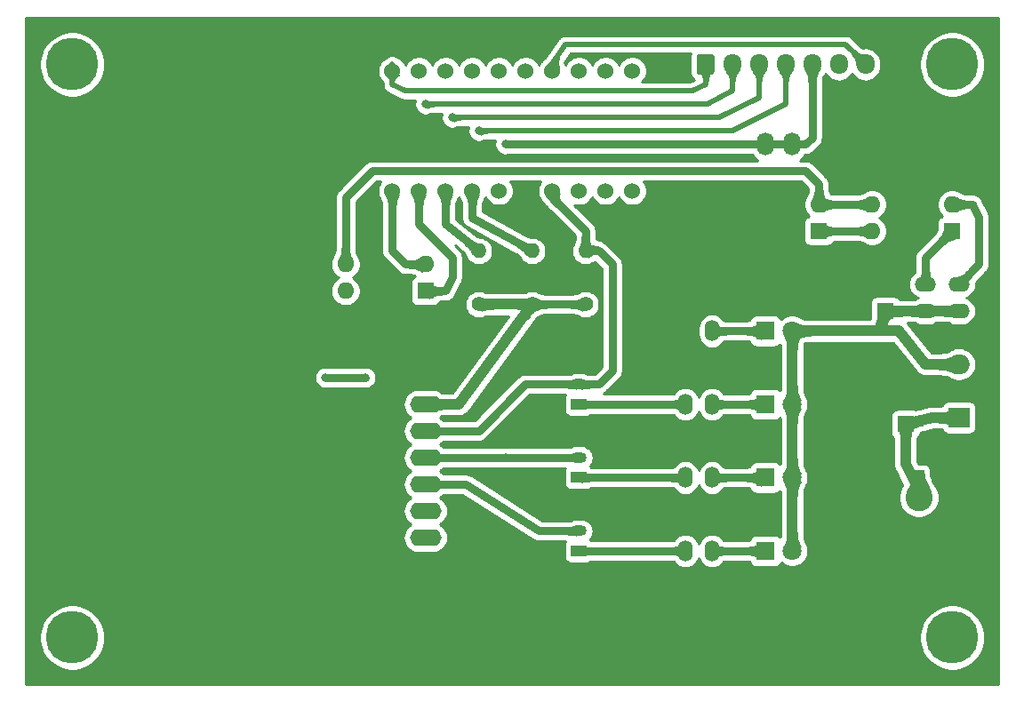
<source format=gbr>
%TF.GenerationSoftware,KiCad,Pcbnew,(5.1.6)-1*%
%TF.CreationDate,2021-06-18T09:44:18+05:30*%
%TF.ProjectId,PCB LoRa 32,50434220-4c6f-4526-9120-33322e6b6963,rev?*%
%TF.SameCoordinates,Original*%
%TF.FileFunction,Copper,L2,Bot*%
%TF.FilePolarity,Positive*%
%FSLAX46Y46*%
G04 Gerber Fmt 4.6, Leading zero omitted, Abs format (unit mm)*
G04 Created by KiCad (PCBNEW (5.1.6)-1) date 2021-06-18 09:44:18*
%MOMM*%
%LPD*%
G01*
G04 APERTURE LIST*
%TA.AperFunction,ComponentPad*%
%ADD10R,3.000000X1.600000*%
%TD*%
%TA.AperFunction,ComponentPad*%
%ADD11O,3.000000X1.600000*%
%TD*%
%TA.AperFunction,ComponentPad*%
%ADD12R,1.600000X1.600000*%
%TD*%
%TA.AperFunction,ComponentPad*%
%ADD13O,1.600000X1.600000*%
%TD*%
%TA.AperFunction,ComponentPad*%
%ADD14O,1.400000X2.000000*%
%TD*%
%TA.AperFunction,ComponentPad*%
%ADD15O,2.000000X1.400000*%
%TD*%
%TA.AperFunction,ComponentPad*%
%ADD16O,1.600000X2.200000*%
%TD*%
%TA.AperFunction,ComponentPad*%
%ADD17R,1.800000X1.800000*%
%TD*%
%TA.AperFunction,ComponentPad*%
%ADD18C,1.800000*%
%TD*%
%TA.AperFunction,ComponentPad*%
%ADD19O,1.500000X1.050000*%
%TD*%
%TA.AperFunction,ComponentPad*%
%ADD20R,1.500000X1.050000*%
%TD*%
%TA.AperFunction,ComponentPad*%
%ADD21C,5.000000*%
%TD*%
%TA.AperFunction,ComponentPad*%
%ADD22R,2.000000X1.905000*%
%TD*%
%TA.AperFunction,ComponentPad*%
%ADD23O,2.000000X1.905000*%
%TD*%
%TA.AperFunction,ComponentPad*%
%ADD24O,1.700000X1.950000*%
%TD*%
%TA.AperFunction,ComponentPad*%
%ADD25O,1.400000X1.400000*%
%TD*%
%TA.AperFunction,ComponentPad*%
%ADD26C,1.400000*%
%TD*%
%TA.AperFunction,ComponentPad*%
%ADD27R,2.600000X2.600000*%
%TD*%
%TA.AperFunction,ComponentPad*%
%ADD28C,2.600000*%
%TD*%
%TA.AperFunction,ComponentPad*%
%ADD29C,1.524000*%
%TD*%
%TA.AperFunction,ComponentPad*%
%ADD30C,1.600000*%
%TD*%
%TA.AperFunction,ViaPad*%
%ADD31C,0.800000*%
%TD*%
%TA.AperFunction,Conductor*%
%ADD32C,0.750000*%
%TD*%
%TA.AperFunction,Conductor*%
%ADD33C,1.000000*%
%TD*%
%TA.AperFunction,Conductor*%
%ADD34C,0.500000*%
%TD*%
%TA.AperFunction,Conductor*%
%ADD35C,0.254000*%
%TD*%
%TA.AperFunction,Conductor*%
%ADD36C,0.025400*%
%TD*%
G04 APERTURE END LIST*
D10*
%TO.P,A1,1*%
%TO.N,GND*%
X145415000Y-86995000D03*
D11*
%TO.P,A1,2*%
%TO.N,+3V3*%
X145415000Y-89535000D03*
%TO.P,A1,3*%
%TO.N,/Aux*%
X145415000Y-92075000D03*
%TO.P,A1,4*%
%TO.N,/Tx*%
X145415000Y-94615000D03*
%TO.P,A1,5*%
%TO.N,/Rx*%
X145415000Y-97155000D03*
%TO.P,A1,6*%
%TO.N,/M1*%
X145415000Y-99695000D03*
%TO.P,A1,7*%
%TO.N,/M0*%
X145415000Y-102235000D03*
%TD*%
D12*
%TO.P,SW3,1*%
%TO.N,/M1_d*%
X145415000Y-78740000D03*
D13*
%TO.P,SW3,3*%
%TO.N,/M0*%
X137795000Y-76200000D03*
%TO.P,SW3,2*%
%TO.N,/M0_d*%
X145415000Y-76200000D03*
%TO.P,SW3,4*%
%TO.N,/M1*%
X137795000Y-78740000D03*
%TD*%
D12*
%TO.P,SW1,1*%
%TO.N,Net-(8k2-Pad2)*%
X195580000Y-73025000D03*
D13*
%TO.P,SW1,3*%
%TO.N,/M0*%
X187960000Y-70485000D03*
%TO.P,SW1,2*%
%TO.N,Net-(8k1-Pad2)*%
X195580000Y-70485000D03*
%TO.P,SW1,4*%
%TO.N,/M1*%
X187960000Y-73025000D03*
%TD*%
%TO.P,SW2,4*%
%TO.N,GND*%
X175260000Y-73025000D03*
%TO.P,SW2,2*%
%TO.N,/M0*%
X182880000Y-70485000D03*
%TO.P,SW2,3*%
%TO.N,GND*%
X175260000Y-70485000D03*
D12*
%TO.P,SW2,1*%
%TO.N,/M1*%
X182880000Y-73025000D03*
%TD*%
D14*
%TO.P,R100,2*%
%TO.N,Net-(Q1-Pad1)*%
X170180000Y-103505000D03*
%TO.P,R100,1*%
%TO.N,Net-(D1-Pad1)*%
X172720000Y-103505000D03*
%TD*%
%TO.P,R100_1,2*%
%TO.N,Net-(Q2-Pad1)*%
X170180000Y-96520000D03*
%TO.P,R100_1,1*%
%TO.N,Net-(D2-Pad1)*%
X172720000Y-96520000D03*
%TD*%
%TO.P,R100_2,2*%
%TO.N,Net-(Q3-Pad1)*%
X170180000Y-89535000D03*
%TO.P,R100_2,1*%
%TO.N,Net-(D3-Pad1)*%
X172720000Y-89535000D03*
%TD*%
%TO.P,R1k1,2*%
%TO.N,GND*%
X170180000Y-82550000D03*
%TO.P,R1k1,1*%
%TO.N,Net-(D4-Pad1)*%
X172720000Y-82550000D03*
%TD*%
D15*
%TO.P,8k2,2*%
%TO.N,Net-(8k2-Pad2)*%
X193040000Y-78105000D03*
%TO.P,8k2,1*%
%TO.N,+3V3*%
X193040000Y-80645000D03*
%TD*%
%TO.P,8k1,2*%
%TO.N,Net-(8k1-Pad2)*%
X196215000Y-78105000D03*
%TO.P,8k1,1*%
%TO.N,+3V3*%
X196215000Y-80645000D03*
%TD*%
D16*
%TO.P,.,1*%
%TO.N,N/C*%
X177800000Y-64770000D03*
%TD*%
%TO.P,.,1*%
%TO.N,N/C*%
X180340000Y-64770000D03*
%TD*%
D17*
%TO.P,D1,1*%
%TO.N,Net-(D1-Pad1)*%
X177800000Y-103505000D03*
D18*
%TO.P,D1,2*%
%TO.N,+3V3*%
X180340000Y-103505000D03*
%TD*%
D19*
%TO.P,Q1,2*%
%TO.N,/Rx*%
X160020000Y-101600000D03*
%TO.P,Q1,3*%
%TO.N,GND*%
X160020000Y-99695000D03*
D20*
%TO.P,Q1,1*%
%TO.N,Net-(Q1-Pad1)*%
X160020000Y-103505000D03*
%TD*%
%TO.P,Q2,1*%
%TO.N,Net-(Q2-Pad1)*%
X160020000Y-96520000D03*
D19*
%TO.P,Q2,3*%
%TO.N,GND*%
X160020000Y-92710000D03*
%TO.P,Q2,2*%
%TO.N,/Tx*%
X160020000Y-94615000D03*
%TD*%
%TO.P,Q3,2*%
%TO.N,/Aux*%
X160020000Y-87630000D03*
%TO.P,Q3,3*%
%TO.N,GND*%
X160020000Y-85725000D03*
D20*
%TO.P,Q3,1*%
%TO.N,Net-(Q3-Pad1)*%
X160020000Y-89535000D03*
%TD*%
D21*
%TO.P,.,1*%
%TO.N,N/C*%
X111760000Y-57150000D03*
%TD*%
%TO.P,.,1*%
%TO.N,N/C*%
X195580000Y-57150000D03*
%TD*%
%TO.P,.,1*%
%TO.N,N/C*%
X195580000Y-111760000D03*
%TD*%
%TO.P,.,1*%
%TO.N,N/C*%
X111760000Y-111760000D03*
%TD*%
D18*
%TO.P,D2,2*%
%TO.N,+3V3*%
X180340000Y-96520000D03*
D17*
%TO.P,D2,1*%
%TO.N,Net-(D2-Pad1)*%
X177800000Y-96520000D03*
%TD*%
%TO.P,D3,1*%
%TO.N,Net-(D3-Pad1)*%
X177800000Y-89535000D03*
D18*
%TO.P,D3,2*%
%TO.N,+3V3*%
X180340000Y-89535000D03*
%TD*%
D17*
%TO.P,D4,1*%
%TO.N,Net-(D4-Pad1)*%
X177800000Y-82550000D03*
D18*
%TO.P,D4,2*%
%TO.N,+3V3*%
X180340000Y-82550000D03*
%TD*%
D22*
%TO.P,U1,1*%
%TO.N,Net-(C100n1-Pad1)*%
X196215000Y-90805000D03*
D23*
%TO.P,U1,2*%
%TO.N,GND*%
X196215000Y-88265000D03*
%TO.P,U1,3*%
%TO.N,+3V3*%
X196215000Y-85725000D03*
%TD*%
%TO.P,J3,1*%
%TO.N,Net-(J3-Pad1)*%
%TA.AperFunction,ComponentPad*%
G36*
G01*
X171235000Y-57875000D02*
X171235000Y-56425000D01*
G75*
G02*
X171485000Y-56175000I250000J0D01*
G01*
X172685000Y-56175000D01*
G75*
G02*
X172935000Y-56425000I0J-250000D01*
G01*
X172935000Y-57875000D01*
G75*
G02*
X172685000Y-58125000I-250000J0D01*
G01*
X171485000Y-58125000D01*
G75*
G02*
X171235000Y-57875000I0J250000D01*
G01*
G37*
%TD.AperFunction*%
D24*
%TO.P,J3,2*%
%TO.N,Net-(J3-Pad2)*%
X174625000Y-57150000D03*
%TO.P,J3,3*%
%TO.N,Net-(J3-Pad3)*%
X177165000Y-57150000D03*
%TO.P,J3,4*%
%TO.N,Net-(J3-Pad4)*%
X179705000Y-57150000D03*
%TO.P,J3,5*%
%TO.N,Net-(J3-Pad5)*%
X182245000Y-57150000D03*
%TO.P,J3,6*%
%TO.N,Net-(J3-Pad6)*%
X184785000Y-57150000D03*
%TO.P,J3,7*%
%TO.N,Net-(J3-Pad7)*%
X187325000Y-57150000D03*
%TD*%
D25*
%TO.P,R4k1,2*%
%TO.N,/Tx*%
X155575000Y-74930000D03*
D26*
%TO.P,R4k1,1*%
%TO.N,+3V3*%
X155575000Y-80010000D03*
%TD*%
%TO.P,R4k2,1*%
%TO.N,+3V3*%
X150495000Y-80010000D03*
D25*
%TO.P,R4k2,2*%
%TO.N,/Rx*%
X150495000Y-74930000D03*
%TD*%
D26*
%TO.P,R4k7,1*%
%TO.N,+3V3*%
X160655000Y-80010000D03*
D25*
%TO.P,R4k7,2*%
%TO.N,/Aux*%
X160655000Y-74930000D03*
%TD*%
D27*
%TO.P,J4,1*%
%TO.N,GND*%
X192405000Y-103505000D03*
D28*
%TO.P,J4,2*%
%TO.N,Net-(C100n1-Pad1)*%
X192405000Y-98425000D03*
%TD*%
D29*
%TO.P,LL1,1*%
%TO.N,Net-(LL1-Pad1)*%
X165100000Y-57785000D03*
%TO.P,LL1,2*%
%TO.N,Net-(LL1-Pad2)*%
X162560000Y-57785000D03*
%TO.P,LL1,3*%
%TO.N,Net-(LL1-Pad3)*%
X160020000Y-57785000D03*
%TO.P,LL1,4*%
%TO.N,Net-(J3-Pad7)*%
X157480000Y-57785000D03*
%TO.P,LL1,5*%
%TO.N,Net-(J3-Pad6)*%
X154940000Y-57785000D03*
%TO.P,LL1,6*%
%TO.N,Net-(J3-Pad5)*%
X152400000Y-57785000D03*
%TO.P,LL1,7*%
%TO.N,Net-(J3-Pad4)*%
X149860000Y-57785000D03*
%TO.P,LL1,8*%
%TO.N,Net-(J3-Pad3)*%
X147320000Y-57785000D03*
%TO.P,LL1,9*%
%TO.N,Net-(J3-Pad2)*%
X144780000Y-57785000D03*
%TO.P,LL1,10*%
%TO.N,Net-(J3-Pad1)*%
X142240000Y-57785000D03*
%TO.P,LL1,11*%
%TO.N,/M0_d*%
X142240000Y-69215000D03*
%TO.P,LL1,12*%
%TO.N,/M1_d*%
X144780000Y-69215000D03*
%TO.P,LL1,13*%
%TO.N,/Rx*%
X147320000Y-69215000D03*
%TO.P,LL1,14*%
%TO.N,/Tx*%
X149860000Y-69215000D03*
%TO.P,LL1,15*%
%TO.N,+3V3*%
X152400000Y-69215000D03*
%TO.P,LL1,16*%
%TO.N,GND*%
X154940000Y-69215000D03*
%TO.P,LL1,17*%
%TO.N,/Aux*%
X157480000Y-69215000D03*
%TO.P,LL1,18*%
%TO.N,Net-(LL1-Pad18)*%
X160020000Y-69215000D03*
%TO.P,LL1,19*%
%TO.N,Net-(LL1-Pad19)*%
X162560000Y-69215000D03*
%TO.P,LL1,20*%
%TO.N,Net-(LL1-Pad20)*%
X165100000Y-69215000D03*
%TD*%
D12*
%TO.P,C100n1,1*%
%TO.N,Net-(C100n1-Pad1)*%
X191135000Y-91440000D03*
D30*
%TO.P,C100n1,2*%
%TO.N,GND*%
X186135000Y-91440000D03*
%TD*%
%TO.P,C100n2,2*%
%TO.N,GND*%
X189230000Y-85645000D03*
D12*
%TO.P,C100n2,1*%
%TO.N,+3V3*%
X189230000Y-80645000D03*
%TD*%
D31*
%TO.N,/M1*%
X135890000Y-86995000D03*
X139700000Y-86995000D03*
%TO.N,GND*%
X109220000Y-81280000D03*
X111760000Y-81280000D03*
X114300000Y-81280000D03*
X116840000Y-81280000D03*
X119380000Y-81280000D03*
X121920000Y-81280000D03*
X124460000Y-81280000D03*
X127000000Y-81280000D03*
X129540000Y-81280000D03*
X132080000Y-81280000D03*
X109220000Y-107950000D03*
X111760000Y-107950000D03*
X114300000Y-107950000D03*
X116840000Y-107950000D03*
X119380000Y-107950000D03*
X121920000Y-107950000D03*
X124460000Y-107950000D03*
X127000000Y-107950000D03*
X129540000Y-107950000D03*
X132080000Y-107950000D03*
X134620000Y-107950000D03*
X137160000Y-107950000D03*
X139700000Y-107950000D03*
X109220000Y-83820000D03*
X109220000Y-86360000D03*
X109220000Y-88900000D03*
X109220000Y-91440000D03*
X109220000Y-93980000D03*
X109220000Y-96520000D03*
X109220000Y-99060000D03*
X109220000Y-101600000D03*
X109220000Y-104140000D03*
X132080000Y-83820000D03*
X132080000Y-86360000D03*
X132080000Y-88900000D03*
X132080000Y-91440000D03*
X132080000Y-93980000D03*
X132080000Y-96520000D03*
X132080000Y-99060000D03*
X132080000Y-101600000D03*
X132080000Y-104140000D03*
X119380000Y-83820000D03*
X119380000Y-86360000D03*
X119380000Y-88900000D03*
X119380000Y-91440000D03*
X119380000Y-93980000D03*
X119380000Y-99060000D03*
X119380000Y-101600000D03*
X119380000Y-96520000D03*
X119380000Y-104140000D03*
X143510000Y-105410000D03*
X146050000Y-105410000D03*
X148590000Y-105410000D03*
X151130000Y-105410000D03*
X153670000Y-105410000D03*
X146050000Y-83820000D03*
X149860000Y-83820000D03*
X154940000Y-83820000D03*
X158750000Y-83820000D03*
X161925000Y-83820000D03*
X154305000Y-86360000D03*
X154305000Y-91440000D03*
X166370000Y-101600000D03*
X166370000Y-95250000D03*
X186055000Y-80010000D03*
X186055000Y-85090000D03*
X186055000Y-88900000D03*
X186055000Y-102235000D03*
X186055000Y-106045000D03*
X174625000Y-106045000D03*
X174625000Y-102235000D03*
X174625000Y-98425000D03*
X174625000Y-94615000D03*
X174625000Y-91440000D03*
X174625000Y-85090000D03*
X174625000Y-78740000D03*
X166370000Y-83820000D03*
X166370000Y-87630000D03*
X166370000Y-91440000D03*
X166370000Y-98425000D03*
X166370000Y-106045000D03*
X161925000Y-106045000D03*
X158115000Y-106045000D03*
X140970000Y-83820000D03*
X153035000Y-97790000D03*
X153670000Y-102235000D03*
X166370000Y-77470000D03*
X166370000Y-73025000D03*
X168275000Y-69850000D03*
X167640000Y-57785000D03*
X137160000Y-67310000D03*
X137160000Y-62865000D03*
X137160000Y-59055000D03*
X137160000Y-55880000D03*
X194945000Y-62865000D03*
X185420000Y-66040000D03*
X195580000Y-100330000D03*
X195580000Y-104140000D03*
X184150000Y-93980000D03*
X184150000Y-99060000D03*
%TO.N,/Tx*%
X153035000Y-94615000D03*
%TO.N,Net-(J3-Pad5)*%
X153035000Y-64770000D03*
%TO.N,Net-(J3-Pad4)*%
X150495000Y-63500000D03*
%TO.N,Net-(J3-Pad3)*%
X147955000Y-62230000D03*
%TO.N,Net-(J3-Pad2)*%
X145415000Y-60960000D03*
%TD*%
D32*
%TO.N,/Rx*%
X147320000Y-72390000D02*
X147320000Y-69850000D01*
X150495000Y-74930000D02*
X147320000Y-72390000D01*
X149225000Y-97155000D02*
X145415000Y-97155000D01*
X160020000Y-101600000D02*
X156210000Y-101600000D01*
X156210000Y-101600000D02*
X149225000Y-97155000D01*
%TO.N,/M1*%
X135890000Y-86995000D02*
X139700000Y-86995000D01*
X187960000Y-73025000D02*
X182880000Y-73025000D01*
%TO.N,/M0*%
X186690000Y-70485000D02*
X182880000Y-70485000D01*
X187960000Y-70485000D02*
X186690000Y-70485000D01*
X137795000Y-69850000D02*
X137795000Y-76200000D01*
X140335000Y-67310000D02*
X137795000Y-69850000D01*
X181610000Y-67310000D02*
X140335000Y-67310000D01*
X182880000Y-70485000D02*
X182880000Y-68580000D01*
X182880000Y-68580000D02*
X181610000Y-67310000D01*
D33*
%TO.N,GND*%
X192405000Y-103505000D02*
X192405000Y-105410000D01*
X192405000Y-105410000D02*
X189865000Y-107950000D01*
X143510000Y-107950000D02*
X141605000Y-106045000D01*
X141605000Y-106045000D02*
X141605000Y-88265000D01*
X141605000Y-88265000D02*
X142875000Y-86995000D01*
X142875000Y-86995000D02*
X145415000Y-86995000D01*
X189865000Y-107950000D02*
X155575000Y-107950000D01*
X155575000Y-107950000D02*
X143510000Y-107950000D01*
X170180000Y-77470000D02*
X175260000Y-73025000D01*
X170180000Y-82550000D02*
X170180000Y-77470000D01*
X175260000Y-73025000D02*
X175260000Y-70485000D01*
X190500000Y-103505000D02*
X192405000Y-103505000D01*
X186055000Y-99695000D02*
X190500000Y-103505000D01*
X186055000Y-91440000D02*
X186055000Y-99695000D01*
X196215000Y-88265000D02*
X189865000Y-88265000D01*
X189865000Y-88265000D02*
X186055000Y-91440000D01*
D32*
%TO.N,/Aux*%
X154940000Y-87630000D02*
X160020000Y-87630000D01*
X145415000Y-92075000D02*
X150495000Y-92075000D01*
X150495000Y-92075000D02*
X154940000Y-87630000D01*
X160655000Y-73025000D02*
X160655000Y-74930000D01*
X157480000Y-69850000D02*
X160655000Y-73025000D01*
X161925000Y-87630000D02*
X160020000Y-87630000D01*
X163195000Y-86360000D02*
X161925000Y-87630000D01*
X163195000Y-76200000D02*
X163195000Y-86360000D01*
X160655000Y-74930000D02*
X161925000Y-74930000D01*
X161925000Y-74930000D02*
X163195000Y-76200000D01*
%TO.N,/Tx*%
X160020000Y-94615000D02*
X153035000Y-94615000D01*
X153035000Y-94615000D02*
X145415000Y-94615000D01*
X149860000Y-71755000D02*
X155575000Y-74930000D01*
X149860000Y-69850000D02*
X149860000Y-71755000D01*
%TO.N,Net-(D1-Pad1)*%
X177800000Y-103505000D02*
X172720000Y-103505000D01*
%TO.N,Net-(D2-Pad1)*%
X177800000Y-96520000D02*
X172720000Y-96520000D01*
%TO.N,Net-(D3-Pad1)*%
X177800000Y-89535000D02*
X172720000Y-89535000D01*
%TO.N,Net-(Q1-Pad1)*%
X160020000Y-103505000D02*
X170180000Y-103505000D01*
%TO.N,Net-(Q2-Pad1)*%
X160020000Y-96520000D02*
X170180000Y-96520000D01*
%TO.N,Net-(Q3-Pad1)*%
X160020000Y-89535000D02*
X170180000Y-89535000D01*
%TO.N,/M0_d*%
X142240000Y-74930000D02*
X142240000Y-69850000D01*
X142240000Y-74930000D02*
X143510000Y-76200000D01*
X143510000Y-76200000D02*
X145415000Y-76200000D01*
%TO.N,/M1_d*%
X147320000Y-78740000D02*
X145415000Y-78740000D01*
X147955000Y-77470000D02*
X147320000Y-78740000D01*
X147955000Y-75565000D02*
X147955000Y-77470000D01*
X144780000Y-69850000D02*
X144780000Y-72390000D01*
X144780000Y-72390000D02*
X147955000Y-75565000D01*
D33*
%TO.N,+3V3*%
X180340000Y-82550000D02*
X180340000Y-89535000D01*
X180340000Y-89535000D02*
X180340000Y-96520000D01*
X180340000Y-96520000D02*
X180340000Y-103505000D01*
X148590000Y-89535000D02*
X155575000Y-80010000D01*
X148590000Y-89535000D02*
X145415000Y-89535000D01*
X192405000Y-80645000D02*
X196215000Y-80645000D01*
X151130000Y-80010000D02*
X155575000Y-80010000D01*
D32*
X155575000Y-80010000D02*
X160655000Y-80010000D01*
D33*
X189230000Y-80645000D02*
X192405000Y-80645000D01*
X188595000Y-82550000D02*
X189230000Y-80645000D01*
X180340000Y-82550000D02*
X190500001Y-82550000D01*
X193040000Y-85725000D02*
X196215000Y-85725000D01*
X190500001Y-82550000D02*
X193040000Y-85725000D01*
D32*
%TO.N,Net-(D4-Pad1)*%
X177800000Y-82550000D02*
X172720000Y-82550000D01*
%TO.N,Net-(J3-Pad5)*%
X181610000Y-64770000D02*
X153035000Y-64770000D01*
X182245000Y-57150000D02*
X182245000Y-64135000D01*
X182245000Y-64135000D02*
X181610000Y-64770000D01*
D34*
%TO.N,Net-(J3-Pad4)*%
X174625000Y-63500000D02*
X150495000Y-63500000D01*
X179705000Y-57150000D02*
X179705000Y-60960000D01*
X179705000Y-60960000D02*
X174625000Y-63500000D01*
%TO.N,Net-(J3-Pad3)*%
X173355000Y-62230000D02*
X147955000Y-62230000D01*
X177165000Y-57150000D02*
X177165000Y-60325000D01*
X177165000Y-60325000D02*
X173355000Y-62230000D01*
%TO.N,Net-(J3-Pad2)*%
X172290000Y-60960000D02*
X145415000Y-60960000D01*
X174625000Y-57150000D02*
X174625000Y-59690000D01*
X174625000Y-59690000D02*
X172290000Y-60960000D01*
%TO.N,Net-(J3-Pad1)*%
X142240000Y-59055000D02*
X142240000Y-57150000D01*
X143510000Y-59690000D02*
X142240000Y-59055000D01*
X170815000Y-59690000D02*
X143510000Y-59690000D01*
X172085000Y-57150000D02*
X172085000Y-59055000D01*
X172085000Y-59055000D02*
X170815000Y-59690000D01*
%TO.N,Net-(J3-Pad7)*%
X158750000Y-55245000D02*
X157480000Y-57150000D01*
X187325000Y-57150000D02*
X185420000Y-55245000D01*
X185420000Y-55245000D02*
X158750000Y-55245000D01*
D32*
%TO.N,Net-(8k1-Pad2)*%
X197485000Y-70485000D02*
X195580000Y-70485000D01*
X198120000Y-71755000D02*
X197485000Y-70485000D01*
X196215000Y-78105000D02*
X198120000Y-76200000D01*
X198120000Y-76200000D02*
X198120000Y-71755000D01*
%TO.N,Net-(8k2-Pad2)*%
X193040000Y-75565000D02*
X195580000Y-73025000D01*
X193040000Y-78105000D02*
X193040000Y-75565000D01*
D33*
%TO.N,Net-(C100n1-Pad1)*%
X193675000Y-90805000D02*
X196215000Y-90805000D01*
X191135000Y-91440000D02*
X193675000Y-90805000D01*
X191135000Y-95250000D02*
X191135000Y-91440000D01*
X192405000Y-97790000D02*
X191135000Y-95250000D01*
%TD*%
D35*
%TO.N,GND*%
G36*
X200000001Y-116180000D02*
G01*
X107340000Y-116180000D01*
X107340000Y-111451229D01*
X108625000Y-111451229D01*
X108625000Y-112068771D01*
X108745476Y-112674446D01*
X108981799Y-113244979D01*
X109324886Y-113758446D01*
X109761554Y-114195114D01*
X110275021Y-114538201D01*
X110845554Y-114774524D01*
X111451229Y-114895000D01*
X112068771Y-114895000D01*
X112674446Y-114774524D01*
X113244979Y-114538201D01*
X113758446Y-114195114D01*
X114195114Y-113758446D01*
X114538201Y-113244979D01*
X114774524Y-112674446D01*
X114895000Y-112068771D01*
X114895000Y-111451229D01*
X192445000Y-111451229D01*
X192445000Y-112068771D01*
X192565476Y-112674446D01*
X192801799Y-113244979D01*
X193144886Y-113758446D01*
X193581554Y-114195114D01*
X194095021Y-114538201D01*
X194665554Y-114774524D01*
X195271229Y-114895000D01*
X195888771Y-114895000D01*
X196494446Y-114774524D01*
X197064979Y-114538201D01*
X197578446Y-114195114D01*
X198015114Y-113758446D01*
X198358201Y-113244979D01*
X198594524Y-112674446D01*
X198715000Y-112068771D01*
X198715000Y-111451229D01*
X198594524Y-110845554D01*
X198358201Y-110275021D01*
X198015114Y-109761554D01*
X197578446Y-109324886D01*
X197064979Y-108981799D01*
X196494446Y-108745476D01*
X195888771Y-108625000D01*
X195271229Y-108625000D01*
X194665554Y-108745476D01*
X194095021Y-108981799D01*
X193581554Y-109324886D01*
X193144886Y-109761554D01*
X192801799Y-110275021D01*
X192565476Y-110845554D01*
X192445000Y-111451229D01*
X114895000Y-111451229D01*
X114774524Y-110845554D01*
X114538201Y-110275021D01*
X114195114Y-109761554D01*
X113758446Y-109324886D01*
X113244979Y-108981799D01*
X112674446Y-108745476D01*
X112068771Y-108625000D01*
X111451229Y-108625000D01*
X110845554Y-108745476D01*
X110275021Y-108981799D01*
X109761554Y-109324886D01*
X109324886Y-109761554D01*
X108981799Y-110275021D01*
X108745476Y-110845554D01*
X108625000Y-111451229D01*
X107340000Y-111451229D01*
X107340000Y-86893061D01*
X134855000Y-86893061D01*
X134855000Y-87096939D01*
X134894774Y-87296898D01*
X134972795Y-87485256D01*
X135086063Y-87654774D01*
X135230226Y-87798937D01*
X135399744Y-87912205D01*
X135588102Y-87990226D01*
X135788061Y-88030000D01*
X135991939Y-88030000D01*
X136117623Y-88005000D01*
X139472377Y-88005000D01*
X139598061Y-88030000D01*
X139801939Y-88030000D01*
X140001898Y-87990226D01*
X140190256Y-87912205D01*
X140359774Y-87798937D01*
X140503937Y-87654774D01*
X140617205Y-87485256D01*
X140695226Y-87296898D01*
X140735000Y-87096939D01*
X140735000Y-86893061D01*
X140695226Y-86693102D01*
X140617205Y-86504744D01*
X140503937Y-86335226D01*
X140359774Y-86191063D01*
X140190256Y-86077795D01*
X140001898Y-85999774D01*
X139801939Y-85960000D01*
X139598061Y-85960000D01*
X139472377Y-85985000D01*
X136117623Y-85985000D01*
X135991939Y-85960000D01*
X135788061Y-85960000D01*
X135588102Y-85999774D01*
X135399744Y-86077795D01*
X135230226Y-86191063D01*
X135086063Y-86335226D01*
X134972795Y-86504744D01*
X134894774Y-86693102D01*
X134855000Y-86893061D01*
X107340000Y-86893061D01*
X107340000Y-76058665D01*
X136360000Y-76058665D01*
X136360000Y-76341335D01*
X136415147Y-76618574D01*
X136523320Y-76879727D01*
X136680363Y-77114759D01*
X136880241Y-77314637D01*
X137112759Y-77470000D01*
X136880241Y-77625363D01*
X136680363Y-77825241D01*
X136523320Y-78060273D01*
X136415147Y-78321426D01*
X136360000Y-78598665D01*
X136360000Y-78881335D01*
X136415147Y-79158574D01*
X136523320Y-79419727D01*
X136680363Y-79654759D01*
X136880241Y-79854637D01*
X137115273Y-80011680D01*
X137376426Y-80119853D01*
X137653665Y-80175000D01*
X137936335Y-80175000D01*
X138213574Y-80119853D01*
X138474727Y-80011680D01*
X138709759Y-79854637D01*
X138909637Y-79654759D01*
X139066680Y-79419727D01*
X139174853Y-79158574D01*
X139230000Y-78881335D01*
X139230000Y-78598665D01*
X139174853Y-78321426D01*
X139066680Y-78060273D01*
X138909637Y-77825241D01*
X138709759Y-77625363D01*
X138477241Y-77470000D01*
X138709759Y-77314637D01*
X138909637Y-77114759D01*
X139066680Y-76879727D01*
X139174853Y-76618574D01*
X139230000Y-76341335D01*
X139230000Y-76058665D01*
X139174853Y-75781426D01*
X139066680Y-75520273D01*
X139040099Y-75480492D01*
X139019315Y-75438403D01*
X139017455Y-75434668D01*
X138960764Y-75321742D01*
X138915612Y-75229096D01*
X138882689Y-75155127D01*
X138859467Y-75093612D01*
X138842126Y-75034725D01*
X138827853Y-74966496D01*
X138816137Y-74877843D01*
X138808078Y-74760572D01*
X138805000Y-74603755D01*
X138805000Y-70268355D01*
X140753356Y-68320000D01*
X141159345Y-68320000D01*
X141154880Y-68324465D01*
X141001995Y-68553273D01*
X140896686Y-68807510D01*
X140843000Y-69077408D01*
X140843000Y-69352592D01*
X140896686Y-69622490D01*
X141001995Y-69876727D01*
X141026247Y-69913022D01*
X141044711Y-69950791D01*
X141095821Y-70055793D01*
X141134904Y-70140255D01*
X141162903Y-70207864D01*
X141182709Y-70265315D01*
X141197806Y-70322399D01*
X141210376Y-70390302D01*
X141220580Y-70478737D01*
X141227446Y-70594677D01*
X141230001Y-70747353D01*
X141230000Y-74880392D01*
X141225114Y-74930000D01*
X141244615Y-75127994D01*
X141267126Y-75202201D01*
X141302368Y-75318379D01*
X141396153Y-75493840D01*
X141522367Y-75647633D01*
X141560906Y-75679261D01*
X142760739Y-76879094D01*
X142792367Y-76917633D01*
X142946160Y-77043847D01*
X143121620Y-77137632D01*
X143312006Y-77195385D01*
X143460392Y-77210000D01*
X143460394Y-77210000D01*
X143509999Y-77214886D01*
X143559604Y-77210000D01*
X143818755Y-77210000D01*
X143975572Y-77213078D01*
X144092843Y-77221137D01*
X144181496Y-77232853D01*
X144249725Y-77247126D01*
X144308612Y-77264467D01*
X144370127Y-77287689D01*
X144444096Y-77320612D01*
X144453781Y-77325332D01*
X144370820Y-77350498D01*
X144260506Y-77409463D01*
X144163815Y-77488815D01*
X144084463Y-77585506D01*
X144025498Y-77695820D01*
X143989188Y-77815518D01*
X143976928Y-77940000D01*
X143976928Y-79540000D01*
X143989188Y-79664482D01*
X144025498Y-79784180D01*
X144084463Y-79894494D01*
X144163815Y-79991185D01*
X144260506Y-80070537D01*
X144370820Y-80129502D01*
X144490518Y-80165812D01*
X144615000Y-80178072D01*
X146215000Y-80178072D01*
X146339482Y-80165812D01*
X146459180Y-80129502D01*
X146569494Y-80070537D01*
X146666185Y-79991185D01*
X146745537Y-79894494D01*
X146804502Y-79784180D01*
X146813075Y-79755920D01*
X146854427Y-79753078D01*
X147011245Y-79750000D01*
X147234399Y-79750000D01*
X147248056Y-79752332D01*
X147333688Y-79750000D01*
X147369608Y-79750000D01*
X147383335Y-79748648D01*
X147446933Y-79746916D01*
X147482097Y-79738921D01*
X147517994Y-79735385D01*
X147578890Y-79716913D01*
X147640935Y-79702805D01*
X147673866Y-79688102D01*
X147708380Y-79677632D01*
X147764506Y-79647632D01*
X147822602Y-79621693D01*
X147852027Y-79600852D01*
X147883840Y-79583847D01*
X147933041Y-79543469D01*
X147984954Y-79506699D01*
X148009744Y-79480520D01*
X148037633Y-79457633D01*
X148078015Y-79408427D01*
X148121753Y-79362240D01*
X148140961Y-79331726D01*
X148163847Y-79303840D01*
X148193845Y-79247718D01*
X148201186Y-79236056D01*
X148217237Y-79203954D01*
X148257632Y-79128380D01*
X148261655Y-79115118D01*
X148852237Y-77933954D01*
X148892632Y-77858380D01*
X148911105Y-77797482D01*
X148933844Y-77738059D01*
X148939914Y-77702513D01*
X148950385Y-77667994D01*
X148956623Y-77604659D01*
X148967332Y-77541945D01*
X148965000Y-77456313D01*
X148965000Y-75614604D01*
X148969886Y-75564999D01*
X148960747Y-75472213D01*
X148950385Y-75367006D01*
X148892632Y-75176620D01*
X148798847Y-75001160D01*
X148672633Y-74847367D01*
X148634094Y-74815739D01*
X148228928Y-74410573D01*
X148775434Y-74847778D01*
X148883974Y-74936922D01*
X148965582Y-75008679D01*
X149025922Y-75066878D01*
X149069471Y-75114140D01*
X149102333Y-75155118D01*
X149131138Y-75196791D01*
X149161409Y-75247207D01*
X149196755Y-75313210D01*
X149239238Y-75398768D01*
X149275513Y-75474419D01*
X149311939Y-75562359D01*
X149458038Y-75781013D01*
X149643987Y-75966962D01*
X149862641Y-76113061D01*
X150105595Y-76213696D01*
X150363514Y-76265000D01*
X150626486Y-76265000D01*
X150884405Y-76213696D01*
X151127359Y-76113061D01*
X151346013Y-75966962D01*
X151531962Y-75781013D01*
X151678061Y-75562359D01*
X151778696Y-75319405D01*
X151830000Y-75061486D01*
X151830000Y-74798514D01*
X151778696Y-74540595D01*
X151678061Y-74297641D01*
X151531962Y-74078987D01*
X151346013Y-73893038D01*
X151127359Y-73746939D01*
X150884405Y-73646304D01*
X150774682Y-73624478D01*
X150676659Y-73601961D01*
X150583879Y-73579299D01*
X150511743Y-73559308D01*
X150455896Y-73540837D01*
X150408903Y-73521877D01*
X150361742Y-73498828D01*
X150306064Y-73466708D01*
X150236027Y-73420610D01*
X150148112Y-73356747D01*
X150037323Y-73270428D01*
X148330000Y-71904570D01*
X148330000Y-70747298D01*
X148332553Y-70594677D01*
X148339419Y-70478737D01*
X148349623Y-70390302D01*
X148362193Y-70322399D01*
X148377290Y-70265315D01*
X148397096Y-70207864D01*
X148425095Y-70140255D01*
X148464178Y-70055793D01*
X148515180Y-69951012D01*
X148533752Y-69913025D01*
X148558005Y-69876727D01*
X148590000Y-69799485D01*
X148621995Y-69876727D01*
X148646247Y-69913022D01*
X148664711Y-69950791D01*
X148715821Y-70055793D01*
X148754904Y-70140255D01*
X148782903Y-70207864D01*
X148802709Y-70265315D01*
X148817806Y-70322399D01*
X148830376Y-70390302D01*
X148840580Y-70478737D01*
X148847446Y-70594677D01*
X148850000Y-70747333D01*
X148850001Y-71746873D01*
X148848521Y-71838076D01*
X148858925Y-71895209D01*
X148864616Y-71952994D01*
X148876702Y-71992835D01*
X148884163Y-72033810D01*
X148905516Y-72087823D01*
X148922369Y-72143380D01*
X148941995Y-72180098D01*
X148957307Y-72218830D01*
X148988784Y-72267633D01*
X149016154Y-72318840D01*
X149042572Y-72351031D01*
X149065141Y-72386023D01*
X149105524Y-72427738D01*
X149142368Y-72472633D01*
X149174563Y-72499054D01*
X149203521Y-72528968D01*
X149251271Y-72562007D01*
X149296161Y-72598847D01*
X149376592Y-72641838D01*
X153865835Y-75135862D01*
X153987714Y-75205637D01*
X154080144Y-75262767D01*
X154149353Y-75310086D01*
X154200194Y-75349430D01*
X154239412Y-75384332D01*
X154274767Y-75420615D01*
X154313052Y-75465304D01*
X154358874Y-75524429D01*
X154415083Y-75601761D01*
X154474480Y-75685891D01*
X154538038Y-75781013D01*
X154723987Y-75966962D01*
X154942641Y-76113061D01*
X155185595Y-76213696D01*
X155443514Y-76265000D01*
X155706486Y-76265000D01*
X155964405Y-76213696D01*
X156207359Y-76113061D01*
X156426013Y-75966962D01*
X156611962Y-75781013D01*
X156758061Y-75562359D01*
X156858696Y-75319405D01*
X156910000Y-75061486D01*
X156910000Y-74798514D01*
X156858696Y-74540595D01*
X156758061Y-74297641D01*
X156611962Y-74078987D01*
X156426013Y-73893038D01*
X156207359Y-73746939D01*
X155964405Y-73646304D01*
X155706486Y-73595000D01*
X155613791Y-73595000D01*
X155532597Y-73590272D01*
X155437220Y-73583401D01*
X155362811Y-73575732D01*
X155304648Y-73566836D01*
X155255157Y-73555985D01*
X155204807Y-73541126D01*
X155144543Y-73518745D01*
X155067815Y-73484987D01*
X154970442Y-73436672D01*
X154846883Y-73370092D01*
X150870000Y-71160713D01*
X150870000Y-70747298D01*
X150872553Y-70594677D01*
X150879419Y-70478737D01*
X150889623Y-70390302D01*
X150902193Y-70322399D01*
X150917290Y-70265315D01*
X150937096Y-70207864D01*
X150965095Y-70140255D01*
X151004178Y-70055793D01*
X151055180Y-69951012D01*
X151073752Y-69913025D01*
X151098005Y-69876727D01*
X151130000Y-69799485D01*
X151161995Y-69876727D01*
X151314880Y-70105535D01*
X151509465Y-70300120D01*
X151738273Y-70453005D01*
X151992510Y-70558314D01*
X152262408Y-70612000D01*
X152537592Y-70612000D01*
X152807490Y-70558314D01*
X153061727Y-70453005D01*
X153290535Y-70300120D01*
X153485120Y-70105535D01*
X153638005Y-69876727D01*
X153743314Y-69622490D01*
X153797000Y-69352592D01*
X153797000Y-69077408D01*
X153743314Y-68807510D01*
X153638005Y-68553273D01*
X153485120Y-68324465D01*
X153480655Y-68320000D01*
X156399345Y-68320000D01*
X156394880Y-68324465D01*
X156241995Y-68553273D01*
X156136686Y-68807510D01*
X156083000Y-69077408D01*
X156083000Y-69352592D01*
X156136686Y-69622490D01*
X156241995Y-69876727D01*
X156394880Y-70105535D01*
X156410266Y-70120921D01*
X156436657Y-70157922D01*
X156446534Y-70171393D01*
X156536086Y-70290208D01*
X156548641Y-70306319D01*
X156632747Y-70410744D01*
X156647048Y-70427876D01*
X156659223Y-70441950D01*
X156730744Y-70529099D01*
X156780779Y-70579134D01*
X156827779Y-70629946D01*
X156839291Y-70642068D01*
X156929224Y-70734301D01*
X156936607Y-70741748D01*
X157035872Y-70840244D01*
X157038930Y-70843259D01*
X157150822Y-70952792D01*
X157278507Y-71078005D01*
X157425824Y-71224179D01*
X159645000Y-73443355D01*
X159645000Y-73535858D01*
X159643194Y-73676330D01*
X159638142Y-73784871D01*
X159630388Y-73868357D01*
X159620690Y-73931876D01*
X159609219Y-73983139D01*
X159594673Y-74031664D01*
X159574213Y-74086800D01*
X159544762Y-74155612D01*
X159504463Y-74242297D01*
X159492950Y-74266196D01*
X159471939Y-74297641D01*
X159371304Y-74540595D01*
X159320000Y-74798514D01*
X159320000Y-75061486D01*
X159371304Y-75319405D01*
X159471939Y-75562359D01*
X159618038Y-75781013D01*
X159803987Y-75966962D01*
X160022641Y-76113061D01*
X160265595Y-76213696D01*
X160523514Y-76265000D01*
X160786486Y-76265000D01*
X161044405Y-76213696D01*
X161287359Y-76113061D01*
X161506013Y-75966962D01*
X161519810Y-75953165D01*
X162185000Y-76618355D01*
X162185001Y-85941644D01*
X161506645Y-86620000D01*
X160816193Y-86620000D01*
X160691060Y-86553115D01*
X160472400Y-86486785D01*
X160301979Y-86470000D01*
X159738021Y-86470000D01*
X159567600Y-86486785D01*
X159348940Y-86553115D01*
X159223807Y-86620000D01*
X154989604Y-86620000D01*
X154939999Y-86615114D01*
X154890394Y-86620000D01*
X154890392Y-86620000D01*
X154742006Y-86634615D01*
X154551620Y-86692368D01*
X154376160Y-86786153D01*
X154222367Y-86912367D01*
X154190739Y-86950906D01*
X150076645Y-91065000D01*
X147142493Y-91065000D01*
X147134608Y-91055392D01*
X146916101Y-90876068D01*
X146783142Y-90805000D01*
X146916101Y-90733932D01*
X146993941Y-90670051D01*
X147006355Y-90670000D01*
X148509359Y-90670000D01*
X148540177Y-90674402D01*
X148620906Y-90670000D01*
X148645752Y-90670000D01*
X148676570Y-90666965D01*
X148763419Y-90662229D01*
X148787626Y-90656027D01*
X148812499Y-90653577D01*
X148895742Y-90628325D01*
X148979999Y-90606737D01*
X149002532Y-90595931D01*
X149026447Y-90588676D01*
X149103176Y-90547664D01*
X149181590Y-90510058D01*
X149201575Y-90495069D01*
X149223623Y-90483284D01*
X149290876Y-90428091D01*
X149360448Y-90375910D01*
X149377129Y-90357304D01*
X149396449Y-90341449D01*
X149451645Y-90274192D01*
X149472299Y-90251156D01*
X149486977Y-90231141D01*
X149538284Y-90168623D01*
X149552964Y-90141158D01*
X155942362Y-81428344D01*
X155965241Y-81398495D01*
X156012166Y-81341582D01*
X156050635Y-81299634D01*
X156083336Y-81268544D01*
X156114918Y-81242959D01*
X156151822Y-81217781D01*
X156162507Y-81211639D01*
X156207359Y-81193061D01*
X156238810Y-81172046D01*
X156262698Y-81160538D01*
X156349387Y-81120237D01*
X156418199Y-81090786D01*
X156473335Y-81070326D01*
X156521860Y-81055780D01*
X156573123Y-81044309D01*
X156636642Y-81034611D01*
X156720128Y-81026857D01*
X156828669Y-81021805D01*
X156969114Y-81020000D01*
X159260886Y-81020000D01*
X159401330Y-81021805D01*
X159509871Y-81026857D01*
X159593357Y-81034611D01*
X159656876Y-81044309D01*
X159708139Y-81055780D01*
X159756664Y-81070326D01*
X159811800Y-81090786D01*
X159880612Y-81120237D01*
X159967300Y-81160537D01*
X159991190Y-81172046D01*
X160022641Y-81193061D01*
X160265595Y-81293696D01*
X160523514Y-81345000D01*
X160786486Y-81345000D01*
X161044405Y-81293696D01*
X161287359Y-81193061D01*
X161506013Y-81046962D01*
X161691962Y-80861013D01*
X161838061Y-80642359D01*
X161938696Y-80399405D01*
X161990000Y-80141486D01*
X161990000Y-79878514D01*
X161938696Y-79620595D01*
X161838061Y-79377641D01*
X161691962Y-79158987D01*
X161506013Y-78973038D01*
X161287359Y-78826939D01*
X161044405Y-78726304D01*
X160786486Y-78675000D01*
X160523514Y-78675000D01*
X160265595Y-78726304D01*
X160022641Y-78826939D01*
X159991196Y-78847950D01*
X159967297Y-78859463D01*
X159880612Y-78899762D01*
X159811800Y-78929213D01*
X159756664Y-78949673D01*
X159708139Y-78964219D01*
X159656876Y-78975690D01*
X159593357Y-78985388D01*
X159509871Y-78993142D01*
X159401330Y-78998194D01*
X159260880Y-79000000D01*
X156969120Y-79000000D01*
X156828669Y-78998194D01*
X156720128Y-78993142D01*
X156636642Y-78985388D01*
X156573123Y-78975690D01*
X156521860Y-78964219D01*
X156473335Y-78949673D01*
X156418199Y-78929213D01*
X156349387Y-78899762D01*
X156262700Y-78859462D01*
X156238806Y-78847951D01*
X156207359Y-78826939D01*
X155964405Y-78726304D01*
X155706486Y-78675000D01*
X155443514Y-78675000D01*
X155185595Y-78726304D01*
X154942641Y-78826939D01*
X154931553Y-78834348D01*
X154900011Y-78845482D01*
X154860715Y-78855816D01*
X154816300Y-78863802D01*
X154759745Y-78870016D01*
X154686082Y-78874201D01*
X154648443Y-78875000D01*
X151403024Y-78875000D01*
X151390178Y-78874755D01*
X151314941Y-78870673D01*
X151257025Y-78864470D01*
X151211593Y-78856423D01*
X151171424Y-78845950D01*
X151138488Y-78834375D01*
X151127359Y-78826939D01*
X150884405Y-78726304D01*
X150626486Y-78675000D01*
X150363514Y-78675000D01*
X150105595Y-78726304D01*
X149862641Y-78826939D01*
X149643987Y-78973038D01*
X149458038Y-79158987D01*
X149311939Y-79377641D01*
X149211304Y-79620595D01*
X149160000Y-79878514D01*
X149160000Y-80141486D01*
X149211304Y-80399405D01*
X149311939Y-80642359D01*
X149458038Y-80861013D01*
X149643987Y-81046962D01*
X149862641Y-81193061D01*
X150105595Y-81293696D01*
X150363514Y-81345000D01*
X150626486Y-81345000D01*
X150884405Y-81293696D01*
X151127359Y-81193061D01*
X151138492Y-81185622D01*
X151171424Y-81174049D01*
X151211593Y-81163576D01*
X151257025Y-81155529D01*
X151314941Y-81149326D01*
X151390178Y-81145244D01*
X151402972Y-81145000D01*
X153335186Y-81145000D01*
X148014852Y-88400000D01*
X147006361Y-88400000D01*
X146993941Y-88399949D01*
X146916101Y-88336068D01*
X146666808Y-88202818D01*
X146396309Y-88120764D01*
X146185492Y-88100000D01*
X144644508Y-88100000D01*
X144433691Y-88120764D01*
X144163192Y-88202818D01*
X143913899Y-88336068D01*
X143695392Y-88515392D01*
X143516068Y-88733899D01*
X143382818Y-88983192D01*
X143300764Y-89253691D01*
X143273057Y-89535000D01*
X143300764Y-89816309D01*
X143382818Y-90086808D01*
X143516068Y-90336101D01*
X143695392Y-90554608D01*
X143913899Y-90733932D01*
X144046858Y-90805000D01*
X143913899Y-90876068D01*
X143695392Y-91055392D01*
X143516068Y-91273899D01*
X143382818Y-91523192D01*
X143300764Y-91793691D01*
X143273057Y-92075000D01*
X143300764Y-92356309D01*
X143382818Y-92626808D01*
X143516068Y-92876101D01*
X143695392Y-93094608D01*
X143913899Y-93273932D01*
X144046858Y-93345000D01*
X143913899Y-93416068D01*
X143695392Y-93595392D01*
X143516068Y-93813899D01*
X143382818Y-94063192D01*
X143300764Y-94333691D01*
X143273057Y-94615000D01*
X143300764Y-94896309D01*
X143382818Y-95166808D01*
X143516068Y-95416101D01*
X143695392Y-95634608D01*
X143913899Y-95813932D01*
X144046858Y-95885000D01*
X143913899Y-95956068D01*
X143695392Y-96135392D01*
X143516068Y-96353899D01*
X143382818Y-96603192D01*
X143300764Y-96873691D01*
X143273057Y-97155000D01*
X143300764Y-97436309D01*
X143382818Y-97706808D01*
X143516068Y-97956101D01*
X143695392Y-98174608D01*
X143913899Y-98353932D01*
X144046858Y-98425000D01*
X143913899Y-98496068D01*
X143695392Y-98675392D01*
X143516068Y-98893899D01*
X143382818Y-99143192D01*
X143300764Y-99413691D01*
X143273057Y-99695000D01*
X143300764Y-99976309D01*
X143382818Y-100246808D01*
X143516068Y-100496101D01*
X143695392Y-100714608D01*
X143913899Y-100893932D01*
X144046858Y-100965000D01*
X143913899Y-101036068D01*
X143695392Y-101215392D01*
X143516068Y-101433899D01*
X143382818Y-101683192D01*
X143300764Y-101953691D01*
X143273057Y-102235000D01*
X143300764Y-102516309D01*
X143382818Y-102786808D01*
X143516068Y-103036101D01*
X143695392Y-103254608D01*
X143913899Y-103433932D01*
X144163192Y-103567182D01*
X144433691Y-103649236D01*
X144644508Y-103670000D01*
X146185492Y-103670000D01*
X146396309Y-103649236D01*
X146666808Y-103567182D01*
X146916101Y-103433932D01*
X147134608Y-103254608D01*
X147313932Y-103036101D01*
X147447182Y-102786808D01*
X147529236Y-102516309D01*
X147556943Y-102235000D01*
X147529236Y-101953691D01*
X147447182Y-101683192D01*
X147313932Y-101433899D01*
X147134608Y-101215392D01*
X146916101Y-101036068D01*
X146783142Y-100965000D01*
X146916101Y-100893932D01*
X147134608Y-100714608D01*
X147313932Y-100496101D01*
X147447182Y-100246808D01*
X147529236Y-99976309D01*
X147556943Y-99695000D01*
X147529236Y-99413691D01*
X147447182Y-99143192D01*
X147313932Y-98893899D01*
X147134608Y-98675392D01*
X146916101Y-98496068D01*
X146783142Y-98425000D01*
X146916101Y-98353932D01*
X147134608Y-98174608D01*
X147142493Y-98165000D01*
X148930889Y-98165000D01*
X155616362Y-102419393D01*
X155646160Y-102443847D01*
X155700080Y-102472668D01*
X155709608Y-102478731D01*
X155743827Y-102496051D01*
X155821620Y-102537632D01*
X155832499Y-102540932D01*
X155842642Y-102546066D01*
X155927587Y-102569777D01*
X156012006Y-102595385D01*
X156023323Y-102596500D01*
X156034269Y-102599555D01*
X156122196Y-102606238D01*
X156160392Y-102610000D01*
X156171693Y-102610000D01*
X156232649Y-102614633D01*
X156270912Y-102610000D01*
X158752188Y-102610000D01*
X158739463Y-102625506D01*
X158680498Y-102735820D01*
X158644188Y-102855518D01*
X158631928Y-102980000D01*
X158631928Y-104030000D01*
X158644188Y-104154482D01*
X158680498Y-104274180D01*
X158739463Y-104384494D01*
X158818815Y-104481185D01*
X158915506Y-104560537D01*
X159025820Y-104619502D01*
X159145518Y-104655812D01*
X159270000Y-104668072D01*
X160770000Y-104668072D01*
X160894482Y-104655812D01*
X161014180Y-104619502D01*
X161124494Y-104560537D01*
X161179981Y-104515000D01*
X168785886Y-104515000D01*
X168926330Y-104516805D01*
X169034871Y-104521857D01*
X169050189Y-104523280D01*
X169064618Y-104550274D01*
X169231445Y-104753555D01*
X169434725Y-104920382D01*
X169666646Y-105044347D01*
X169918294Y-105120683D01*
X170180000Y-105146459D01*
X170441705Y-105120683D01*
X170693353Y-105044347D01*
X170925274Y-104920382D01*
X171128555Y-104753555D01*
X171295382Y-104550275D01*
X171419347Y-104318354D01*
X171450000Y-104217303D01*
X171480653Y-104318353D01*
X171604618Y-104550274D01*
X171771445Y-104753555D01*
X171974725Y-104920382D01*
X172206646Y-105044347D01*
X172458294Y-105120683D01*
X172720000Y-105146459D01*
X172981705Y-105120683D01*
X173233353Y-105044347D01*
X173465274Y-104920382D01*
X173668555Y-104753555D01*
X173835382Y-104550275D01*
X173849811Y-104523280D01*
X173865128Y-104521857D01*
X173973669Y-104516805D01*
X174114114Y-104515000D01*
X176002078Y-104515000D01*
X176177021Y-104519361D01*
X176274016Y-104527731D01*
X176274188Y-104529482D01*
X176310498Y-104649180D01*
X176369463Y-104759494D01*
X176448815Y-104856185D01*
X176545506Y-104935537D01*
X176655820Y-104994502D01*
X176775518Y-105030812D01*
X176900000Y-105043072D01*
X178700000Y-105043072D01*
X178824482Y-105030812D01*
X178944180Y-104994502D01*
X179054494Y-104935537D01*
X179151185Y-104856185D01*
X179230537Y-104759494D01*
X179289502Y-104649180D01*
X179295056Y-104630873D01*
X179361495Y-104697312D01*
X179612905Y-104865299D01*
X179892257Y-104981011D01*
X180188816Y-105040000D01*
X180491184Y-105040000D01*
X180787743Y-104981011D01*
X181067095Y-104865299D01*
X181318505Y-104697312D01*
X181532312Y-104483505D01*
X181700299Y-104232095D01*
X181816011Y-103952743D01*
X181875000Y-103656184D01*
X181875000Y-103353816D01*
X181816011Y-103057257D01*
X181700299Y-102777905D01*
X181677455Y-102743717D01*
X181658285Y-102703599D01*
X181608107Y-102592870D01*
X181570447Y-102500916D01*
X181542906Y-102421892D01*
X181522273Y-102347241D01*
X181505931Y-102266579D01*
X181492794Y-102169808D01*
X181483002Y-102048995D01*
X181477014Y-101898560D01*
X181475000Y-101711596D01*
X181475000Y-98313404D01*
X181477014Y-98126439D01*
X181483002Y-97976004D01*
X181492794Y-97855191D01*
X181505931Y-97758420D01*
X181522273Y-97677758D01*
X181542906Y-97603107D01*
X181570447Y-97524083D01*
X181608107Y-97432129D01*
X181658276Y-97321420D01*
X181677456Y-97281282D01*
X181700299Y-97247095D01*
X181816011Y-96967743D01*
X181875000Y-96671184D01*
X181875000Y-96368816D01*
X181816011Y-96072257D01*
X181700299Y-95792905D01*
X181677455Y-95758717D01*
X181658285Y-95718599D01*
X181608107Y-95607870D01*
X181570447Y-95515916D01*
X181542906Y-95436892D01*
X181522273Y-95362241D01*
X181505931Y-95281579D01*
X181492794Y-95184808D01*
X181483002Y-95063995D01*
X181477014Y-94913560D01*
X181475000Y-94726596D01*
X181475000Y-91328404D01*
X181477014Y-91141439D01*
X181483002Y-90991004D01*
X181492794Y-90870191D01*
X181505931Y-90773420D01*
X181522273Y-90692758D01*
X181536854Y-90640000D01*
X189696928Y-90640000D01*
X189696928Y-92240000D01*
X189709188Y-92364482D01*
X189745498Y-92484180D01*
X189804463Y-92594494D01*
X189883815Y-92691185D01*
X189980506Y-92770537D01*
X189997834Y-92779799D01*
X189999303Y-92860345D01*
X190000001Y-93031503D01*
X190000000Y-95234598D01*
X189997379Y-95330848D01*
X190009413Y-95401326D01*
X190016423Y-95472498D01*
X190028189Y-95511284D01*
X190035010Y-95551233D01*
X190060566Y-95618017D01*
X190081324Y-95686446D01*
X190126735Y-95771405D01*
X190851105Y-97220147D01*
X190791258Y-97330045D01*
X190782615Y-97346484D01*
X190732753Y-97444787D01*
X190690225Y-97508434D01*
X190544361Y-97860581D01*
X190470000Y-98234419D01*
X190470000Y-98615581D01*
X190544361Y-98989419D01*
X190690225Y-99341566D01*
X190901987Y-99658491D01*
X191171509Y-99928013D01*
X191488434Y-100139775D01*
X191840581Y-100285639D01*
X192214419Y-100360000D01*
X192595581Y-100360000D01*
X192969419Y-100285639D01*
X193321566Y-100139775D01*
X193638491Y-99928013D01*
X193908013Y-99658491D01*
X194119775Y-99341566D01*
X194265639Y-98989419D01*
X194340000Y-98615581D01*
X194340000Y-98234419D01*
X194265639Y-97860581D01*
X194119775Y-97508434D01*
X194077245Y-97444783D01*
X194027383Y-97346482D01*
X194018741Y-97330045D01*
X193912600Y-97135138D01*
X193909540Y-97129584D01*
X193814845Y-96959756D01*
X193737221Y-96814665D01*
X193677499Y-96688556D01*
X193631709Y-96568836D01*
X193595336Y-96438549D01*
X193566699Y-96279684D01*
X193547349Y-96076936D01*
X193539757Y-95802444D01*
X193527799Y-95696118D01*
X193491664Y-95576996D01*
X193432983Y-95467213D01*
X193354013Y-95370987D01*
X193257787Y-95292017D01*
X193148004Y-95233336D01*
X193028882Y-95197201D01*
X192905000Y-95185000D01*
X192371468Y-95185000D01*
X192270000Y-94982065D01*
X192270000Y-93031355D01*
X192270696Y-92860344D01*
X192272165Y-92779800D01*
X192289494Y-92770537D01*
X192386185Y-92691185D01*
X192465537Y-92594494D01*
X192524502Y-92484180D01*
X192560812Y-92364482D01*
X192571303Y-92257962D01*
X192651252Y-92234255D01*
X192788436Y-92197289D01*
X192954019Y-92155176D01*
X193814721Y-91940000D01*
X194308196Y-91940000D01*
X194505449Y-91942684D01*
X194609144Y-91947768D01*
X194625498Y-92001680D01*
X194684463Y-92111994D01*
X194763815Y-92208685D01*
X194860506Y-92288037D01*
X194970820Y-92347002D01*
X195090518Y-92383312D01*
X195215000Y-92395572D01*
X197215000Y-92395572D01*
X197339482Y-92383312D01*
X197459180Y-92347002D01*
X197569494Y-92288037D01*
X197666185Y-92208685D01*
X197745537Y-92111994D01*
X197804502Y-92001680D01*
X197840812Y-91881982D01*
X197853072Y-91757500D01*
X197853072Y-89852500D01*
X197840812Y-89728018D01*
X197804502Y-89608320D01*
X197745537Y-89498006D01*
X197666185Y-89401315D01*
X197569494Y-89321963D01*
X197459180Y-89262998D01*
X197339482Y-89226688D01*
X197215000Y-89214428D01*
X195215000Y-89214428D01*
X195090518Y-89226688D01*
X194970820Y-89262998D01*
X194860506Y-89321963D01*
X194763815Y-89401315D01*
X194684463Y-89498006D01*
X194625498Y-89608320D01*
X194609144Y-89662231D01*
X194505449Y-89667315D01*
X194308192Y-89670000D01*
X193703101Y-89670000D01*
X193619560Y-89665857D01*
X193536285Y-89678171D01*
X193452501Y-89686423D01*
X193372444Y-89710708D01*
X192403420Y-89952965D01*
X192237544Y-89993716D01*
X192099101Y-90025656D01*
X192098017Y-90025878D01*
X192059482Y-90014188D01*
X191935000Y-90001928D01*
X190335000Y-90001928D01*
X190210518Y-90014188D01*
X190090820Y-90050498D01*
X189980506Y-90109463D01*
X189883815Y-90188815D01*
X189804463Y-90285506D01*
X189745498Y-90395820D01*
X189709188Y-90515518D01*
X189696928Y-90640000D01*
X181536854Y-90640000D01*
X181542906Y-90618107D01*
X181570447Y-90539083D01*
X181608107Y-90447129D01*
X181658276Y-90336420D01*
X181677456Y-90296282D01*
X181700299Y-90262095D01*
X181816011Y-89982743D01*
X181875000Y-89686184D01*
X181875000Y-89383816D01*
X181816011Y-89087257D01*
X181700299Y-88807905D01*
X181677455Y-88773717D01*
X181658285Y-88733599D01*
X181608107Y-88622870D01*
X181570447Y-88530916D01*
X181542906Y-88451892D01*
X181522273Y-88377241D01*
X181505931Y-88296579D01*
X181492794Y-88199808D01*
X181483002Y-88078995D01*
X181477014Y-87928560D01*
X181475000Y-87741596D01*
X181475000Y-84343404D01*
X181477014Y-84156439D01*
X181483002Y-84006004D01*
X181492794Y-83885191D01*
X181505931Y-83788420D01*
X181518143Y-83728143D01*
X181578420Y-83715931D01*
X181675191Y-83702794D01*
X181796004Y-83693002D01*
X181946439Y-83687014D01*
X182133404Y-83685000D01*
X188579599Y-83685000D01*
X188675848Y-83687621D01*
X188691198Y-83685000D01*
X189954492Y-83685000D01*
X192088348Y-86352321D01*
X192091716Y-86358623D01*
X192158107Y-86439520D01*
X192188541Y-86477563D01*
X192193503Y-86482650D01*
X192233551Y-86531449D01*
X192271370Y-86562487D01*
X192305531Y-86597511D01*
X192357574Y-86633232D01*
X192406377Y-86673284D01*
X192449533Y-86696351D01*
X192489863Y-86724033D01*
X192547873Y-86748915D01*
X192603553Y-86778676D01*
X192650372Y-86792879D01*
X192695335Y-86812164D01*
X192757088Y-86825251D01*
X192817501Y-86843577D01*
X192866195Y-86848373D01*
X192914053Y-86858515D01*
X192977171Y-86859303D01*
X192984248Y-86860000D01*
X193033001Y-86860000D01*
X193137611Y-86861306D01*
X193144634Y-86860000D01*
X194308196Y-86860000D01*
X194505449Y-86862684D01*
X194662372Y-86870377D01*
X194787612Y-86882565D01*
X194888144Y-86898561D01*
X194973533Y-86918364D01*
X195055126Y-86943567D01*
X195143883Y-86977282D01*
X195244221Y-87020943D01*
X195281265Y-87051345D01*
X195557051Y-87198755D01*
X195856296Y-87289530D01*
X196089514Y-87312500D01*
X196340486Y-87312500D01*
X196573704Y-87289530D01*
X196872949Y-87198755D01*
X197148735Y-87051345D01*
X197390463Y-86852963D01*
X197588845Y-86611235D01*
X197736255Y-86335449D01*
X197827030Y-86036204D01*
X197857681Y-85725000D01*
X197827030Y-85413796D01*
X197736255Y-85114551D01*
X197588845Y-84838765D01*
X197390463Y-84597037D01*
X197148735Y-84398655D01*
X196872949Y-84251245D01*
X196573704Y-84160470D01*
X196340486Y-84137500D01*
X196089514Y-84137500D01*
X195856296Y-84160470D01*
X195557051Y-84251245D01*
X195281265Y-84398655D01*
X195244223Y-84429055D01*
X195143883Y-84472717D01*
X195055126Y-84506432D01*
X194973533Y-84531635D01*
X194888144Y-84551438D01*
X194787612Y-84567434D01*
X194662372Y-84579622D01*
X194505449Y-84587315D01*
X194308192Y-84590000D01*
X193585509Y-84590000D01*
X191451655Y-81922682D01*
X191448285Y-81916377D01*
X191381856Y-81835433D01*
X191351459Y-81797437D01*
X191346503Y-81792356D01*
X191336363Y-81780000D01*
X192031428Y-81780000D01*
X192226646Y-81884347D01*
X192478294Y-81960683D01*
X192674421Y-81980000D01*
X193405579Y-81980000D01*
X193601706Y-81960683D01*
X193853354Y-81884347D01*
X194048572Y-81780000D01*
X195206428Y-81780000D01*
X195401646Y-81884347D01*
X195653294Y-81960683D01*
X195849421Y-81980000D01*
X196580579Y-81980000D01*
X196776706Y-81960683D01*
X197028354Y-81884347D01*
X197260275Y-81760382D01*
X197463555Y-81593555D01*
X197630382Y-81390275D01*
X197754347Y-81158354D01*
X197830683Y-80906706D01*
X197856459Y-80645000D01*
X197830683Y-80383294D01*
X197754347Y-80131646D01*
X197630382Y-79899725D01*
X197463555Y-79696445D01*
X197260275Y-79529618D01*
X197028354Y-79405653D01*
X196927304Y-79375000D01*
X197028354Y-79344347D01*
X197260275Y-79220382D01*
X197463555Y-79053555D01*
X197630382Y-78850275D01*
X197754347Y-78618354D01*
X197830683Y-78366706D01*
X197856459Y-78105000D01*
X197837533Y-77912838D01*
X197914961Y-77833394D01*
X198799101Y-76949255D01*
X198837633Y-76917633D01*
X198963847Y-76763840D01*
X199057632Y-76588380D01*
X199066124Y-76560385D01*
X199115385Y-76397995D01*
X199134886Y-76200000D01*
X199130000Y-76150392D01*
X199130000Y-71768687D01*
X199132332Y-71683055D01*
X199121623Y-71620341D01*
X199115385Y-71557006D01*
X199104914Y-71522487D01*
X199098844Y-71486941D01*
X199076105Y-71427518D01*
X199057632Y-71366620D01*
X199017237Y-71291046D01*
X198426655Y-70109882D01*
X198422632Y-70096620D01*
X198382237Y-70021046D01*
X198366186Y-69988944D01*
X198358845Y-69977282D01*
X198328847Y-69921160D01*
X198305961Y-69893274D01*
X198286753Y-69862760D01*
X198243015Y-69816573D01*
X198202633Y-69767367D01*
X198174744Y-69744480D01*
X198149954Y-69718301D01*
X198098041Y-69681531D01*
X198048840Y-69641153D01*
X198017027Y-69624148D01*
X197987602Y-69603307D01*
X197929506Y-69577368D01*
X197873380Y-69547368D01*
X197838866Y-69536898D01*
X197805935Y-69522195D01*
X197743890Y-69508087D01*
X197682994Y-69489615D01*
X197647097Y-69486079D01*
X197611933Y-69478084D01*
X197548335Y-69476352D01*
X197534608Y-69475000D01*
X197498688Y-69475000D01*
X197413056Y-69472668D01*
X197399399Y-69475000D01*
X197176250Y-69475000D01*
X197019427Y-69471921D01*
X196902156Y-69463862D01*
X196813503Y-69452146D01*
X196745274Y-69437873D01*
X196686387Y-69420532D01*
X196624872Y-69397310D01*
X196550903Y-69364387D01*
X196458257Y-69319235D01*
X196345331Y-69262544D01*
X196341594Y-69260684D01*
X196299512Y-69239903D01*
X196259727Y-69213320D01*
X195998574Y-69105147D01*
X195721335Y-69050000D01*
X195438665Y-69050000D01*
X195161426Y-69105147D01*
X194900273Y-69213320D01*
X194665241Y-69370363D01*
X194465363Y-69570241D01*
X194308320Y-69805273D01*
X194200147Y-70066426D01*
X194145000Y-70343665D01*
X194145000Y-70626335D01*
X194200147Y-70903574D01*
X194308320Y-71164727D01*
X194465363Y-71399759D01*
X194663961Y-71598357D01*
X194655518Y-71599188D01*
X194535820Y-71635498D01*
X194425506Y-71694463D01*
X194328815Y-71773815D01*
X194249463Y-71870506D01*
X194190498Y-71980820D01*
X194154188Y-72100518D01*
X194141928Y-72225000D01*
X194141928Y-72799775D01*
X194134657Y-72821706D01*
X194101073Y-72919145D01*
X194072052Y-72994721D01*
X194044978Y-73054634D01*
X194015595Y-73108546D01*
X193977444Y-73166878D01*
X193923043Y-73237850D01*
X193845805Y-73326486D01*
X193737128Y-73439517D01*
X192360901Y-74815744D01*
X192322368Y-74847367D01*
X192290745Y-74885900D01*
X192290744Y-74885901D01*
X192196154Y-75001160D01*
X192102368Y-75176621D01*
X192044615Y-75367006D01*
X192025114Y-75565000D01*
X192030001Y-75614617D01*
X192030001Y-76710837D01*
X192028194Y-76851330D01*
X192023142Y-76959871D01*
X192021719Y-76975189D01*
X191994725Y-76989618D01*
X191791445Y-77156445D01*
X191624618Y-77359725D01*
X191500653Y-77591646D01*
X191424317Y-77843294D01*
X191398541Y-78105000D01*
X191424317Y-78366706D01*
X191500653Y-78618354D01*
X191624618Y-78850275D01*
X191791445Y-79053555D01*
X191994725Y-79220382D01*
X192226646Y-79344347D01*
X192327696Y-79375000D01*
X192226646Y-79405653D01*
X192031428Y-79510000D01*
X190821361Y-79510000D01*
X190650345Y-79509303D01*
X190569799Y-79507834D01*
X190560537Y-79490506D01*
X190481185Y-79393815D01*
X190384494Y-79314463D01*
X190274180Y-79255498D01*
X190154482Y-79219188D01*
X190030000Y-79206928D01*
X188430000Y-79206928D01*
X188305518Y-79219188D01*
X188185820Y-79255498D01*
X188075506Y-79314463D01*
X187978815Y-79393815D01*
X187899463Y-79490506D01*
X187840498Y-79600820D01*
X187804188Y-79720518D01*
X187791928Y-79845000D01*
X187791928Y-81328461D01*
X187777840Y-81385994D01*
X187769547Y-81415000D01*
X182133410Y-81415000D01*
X181946439Y-81412985D01*
X181796004Y-81406997D01*
X181675191Y-81397205D01*
X181578420Y-81384068D01*
X181497758Y-81367726D01*
X181423107Y-81347093D01*
X181344083Y-81319552D01*
X181252129Y-81281892D01*
X181141401Y-81231714D01*
X181101279Y-81212542D01*
X181067095Y-81189701D01*
X180787743Y-81073989D01*
X180491184Y-81015000D01*
X180188816Y-81015000D01*
X179892257Y-81073989D01*
X179612905Y-81189701D01*
X179361495Y-81357688D01*
X179295056Y-81424127D01*
X179289502Y-81405820D01*
X179230537Y-81295506D01*
X179151185Y-81198815D01*
X179054494Y-81119463D01*
X178944180Y-81060498D01*
X178824482Y-81024188D01*
X178700000Y-81011928D01*
X176900000Y-81011928D01*
X176775518Y-81024188D01*
X176655820Y-81060498D01*
X176545506Y-81119463D01*
X176448815Y-81198815D01*
X176369463Y-81295506D01*
X176310498Y-81405820D01*
X176274188Y-81525518D01*
X176274016Y-81527268D01*
X176177021Y-81535638D01*
X176002073Y-81540000D01*
X174114120Y-81540000D01*
X173973669Y-81538194D01*
X173865128Y-81533142D01*
X173849811Y-81531719D01*
X173835382Y-81504725D01*
X173668555Y-81301445D01*
X173465275Y-81134618D01*
X173233354Y-81010653D01*
X172981706Y-80934317D01*
X172720000Y-80908541D01*
X172458295Y-80934317D01*
X172206647Y-81010653D01*
X171974726Y-81134618D01*
X171771446Y-81301445D01*
X171604618Y-81504725D01*
X171480653Y-81736646D01*
X171404317Y-81988294D01*
X171385000Y-82184421D01*
X171385000Y-82915578D01*
X171404317Y-83111705D01*
X171480653Y-83363353D01*
X171604618Y-83595274D01*
X171771445Y-83798555D01*
X171974725Y-83965382D01*
X172206646Y-84089347D01*
X172458294Y-84165683D01*
X172720000Y-84191459D01*
X172981705Y-84165683D01*
X173233353Y-84089347D01*
X173465274Y-83965382D01*
X173668555Y-83798555D01*
X173835382Y-83595275D01*
X173849811Y-83568280D01*
X173865128Y-83566857D01*
X173973669Y-83561805D01*
X174114114Y-83560000D01*
X176002078Y-83560000D01*
X176177021Y-83564361D01*
X176274016Y-83572731D01*
X176274188Y-83574482D01*
X176310498Y-83694180D01*
X176369463Y-83804494D01*
X176448815Y-83901185D01*
X176545506Y-83980537D01*
X176655820Y-84039502D01*
X176775518Y-84075812D01*
X176900000Y-84088072D01*
X178700000Y-84088072D01*
X178824482Y-84075812D01*
X178944180Y-84039502D01*
X179054494Y-83980537D01*
X179151185Y-83901185D01*
X179183955Y-83861254D01*
X179187205Y-83885191D01*
X179196997Y-84006004D01*
X179202985Y-84156439D01*
X179205000Y-84343434D01*
X179205001Y-87741522D01*
X179202985Y-87928560D01*
X179196997Y-88078995D01*
X179187205Y-88199808D01*
X179183955Y-88223746D01*
X179151185Y-88183815D01*
X179054494Y-88104463D01*
X178944180Y-88045498D01*
X178824482Y-88009188D01*
X178700000Y-87996928D01*
X176900000Y-87996928D01*
X176775518Y-88009188D01*
X176655820Y-88045498D01*
X176545506Y-88104463D01*
X176448815Y-88183815D01*
X176369463Y-88280506D01*
X176310498Y-88390820D01*
X176274188Y-88510518D01*
X176274016Y-88512268D01*
X176177021Y-88520638D01*
X176002073Y-88525000D01*
X174114120Y-88525000D01*
X173973669Y-88523194D01*
X173865128Y-88518142D01*
X173849811Y-88516719D01*
X173835382Y-88489725D01*
X173668555Y-88286445D01*
X173465275Y-88119618D01*
X173233354Y-87995653D01*
X172981706Y-87919317D01*
X172720000Y-87893541D01*
X172458295Y-87919317D01*
X172206647Y-87995653D01*
X171974726Y-88119618D01*
X171771446Y-88286445D01*
X171604618Y-88489725D01*
X171480653Y-88721646D01*
X171450000Y-88822696D01*
X171419347Y-88721646D01*
X171295382Y-88489725D01*
X171128555Y-88286445D01*
X170925275Y-88119618D01*
X170693354Y-87995653D01*
X170441706Y-87919317D01*
X170180000Y-87893541D01*
X169918295Y-87919317D01*
X169666647Y-87995653D01*
X169434726Y-88119618D01*
X169231446Y-88286445D01*
X169064618Y-88489725D01*
X169050189Y-88516719D01*
X169034871Y-88518142D01*
X168926330Y-88523194D01*
X168785880Y-88525000D01*
X162393139Y-88525000D01*
X162488840Y-88473847D01*
X162642633Y-88347633D01*
X162674261Y-88309094D01*
X163874094Y-87109261D01*
X163912633Y-87077633D01*
X164038847Y-86923840D01*
X164132632Y-86748380D01*
X164190385Y-86557994D01*
X164205000Y-86409608D01*
X164205000Y-86409606D01*
X164209886Y-86360001D01*
X164205000Y-86310396D01*
X164205000Y-76249604D01*
X164209886Y-76199999D01*
X164202877Y-76128840D01*
X164190385Y-76002006D01*
X164132632Y-75811620D01*
X164038847Y-75636160D01*
X163912633Y-75482367D01*
X163874094Y-75450739D01*
X162674261Y-74250906D01*
X162642633Y-74212367D01*
X162488840Y-74086153D01*
X162357706Y-74016061D01*
X162346696Y-74008948D01*
X162256962Y-73960708D01*
X162126642Y-73903608D01*
X162036649Y-73871999D01*
X161910201Y-73838008D01*
X161839211Y-73823212D01*
X161714710Y-73804606D01*
X161676477Y-73800073D01*
X161673243Y-73799789D01*
X161671857Y-73784871D01*
X161666805Y-73676330D01*
X161665000Y-73535886D01*
X161665000Y-73074604D01*
X161669886Y-73024999D01*
X161662877Y-72953840D01*
X161650385Y-72827006D01*
X161592632Y-72636620D01*
X161498847Y-72461160D01*
X161372633Y-72307367D01*
X161334094Y-72275739D01*
X159617702Y-70559347D01*
X159882408Y-70612000D01*
X160157592Y-70612000D01*
X160427490Y-70558314D01*
X160681727Y-70453005D01*
X160910535Y-70300120D01*
X161105120Y-70105535D01*
X161258005Y-69876727D01*
X161290000Y-69799485D01*
X161321995Y-69876727D01*
X161474880Y-70105535D01*
X161669465Y-70300120D01*
X161898273Y-70453005D01*
X162152510Y-70558314D01*
X162422408Y-70612000D01*
X162697592Y-70612000D01*
X162967490Y-70558314D01*
X163221727Y-70453005D01*
X163450535Y-70300120D01*
X163645120Y-70105535D01*
X163798005Y-69876727D01*
X163830000Y-69799485D01*
X163861995Y-69876727D01*
X164014880Y-70105535D01*
X164209465Y-70300120D01*
X164438273Y-70453005D01*
X164692510Y-70558314D01*
X164962408Y-70612000D01*
X165237592Y-70612000D01*
X165507490Y-70558314D01*
X165761727Y-70453005D01*
X165990535Y-70300120D01*
X166185120Y-70105535D01*
X166338005Y-69876727D01*
X166443314Y-69622490D01*
X166497000Y-69352592D01*
X166497000Y-69077408D01*
X166443314Y-68807510D01*
X166338005Y-68553273D01*
X166185120Y-68324465D01*
X166180655Y-68320000D01*
X181191645Y-68320000D01*
X181867889Y-68996244D01*
X181866921Y-69045572D01*
X181858862Y-69162843D01*
X181847146Y-69251496D01*
X181832873Y-69319725D01*
X181815532Y-69378612D01*
X181792310Y-69440127D01*
X181759387Y-69514096D01*
X181714235Y-69606742D01*
X181657544Y-69719668D01*
X181655683Y-69723407D01*
X181634902Y-69765490D01*
X181608320Y-69805273D01*
X181500147Y-70066426D01*
X181445000Y-70343665D01*
X181445000Y-70626335D01*
X181500147Y-70903574D01*
X181608320Y-71164727D01*
X181765363Y-71399759D01*
X181963961Y-71598357D01*
X181955518Y-71599188D01*
X181835820Y-71635498D01*
X181725506Y-71694463D01*
X181628815Y-71773815D01*
X181549463Y-71870506D01*
X181490498Y-71980820D01*
X181454188Y-72100518D01*
X181441928Y-72225000D01*
X181441928Y-73825000D01*
X181454188Y-73949482D01*
X181490498Y-74069180D01*
X181549463Y-74179494D01*
X181628815Y-74276185D01*
X181725506Y-74355537D01*
X181835820Y-74414502D01*
X181955518Y-74450812D01*
X182080000Y-74463072D01*
X183680000Y-74463072D01*
X183804482Y-74450812D01*
X183924180Y-74414502D01*
X184034494Y-74355537D01*
X184131185Y-74276185D01*
X184210537Y-74179494D01*
X184269502Y-74069180D01*
X184278075Y-74040920D01*
X184319427Y-74038078D01*
X184476245Y-74035000D01*
X186363755Y-74035000D01*
X186520572Y-74038078D01*
X186637843Y-74046137D01*
X186726496Y-74057853D01*
X186794725Y-74072126D01*
X186853612Y-74089467D01*
X186915127Y-74112689D01*
X186989096Y-74145612D01*
X187081742Y-74190764D01*
X187194668Y-74247455D01*
X187198403Y-74249315D01*
X187240492Y-74270099D01*
X187280273Y-74296680D01*
X187541426Y-74404853D01*
X187818665Y-74460000D01*
X188101335Y-74460000D01*
X188378574Y-74404853D01*
X188639727Y-74296680D01*
X188874759Y-74139637D01*
X189074637Y-73939759D01*
X189231680Y-73704727D01*
X189339853Y-73443574D01*
X189395000Y-73166335D01*
X189395000Y-72883665D01*
X189339853Y-72606426D01*
X189231680Y-72345273D01*
X189074637Y-72110241D01*
X188874759Y-71910363D01*
X188642241Y-71755000D01*
X188874759Y-71599637D01*
X189074637Y-71399759D01*
X189231680Y-71164727D01*
X189339853Y-70903574D01*
X189395000Y-70626335D01*
X189395000Y-70343665D01*
X189339853Y-70066426D01*
X189231680Y-69805273D01*
X189074637Y-69570241D01*
X188874759Y-69370363D01*
X188639727Y-69213320D01*
X188378574Y-69105147D01*
X188101335Y-69050000D01*
X187818665Y-69050000D01*
X187541426Y-69105147D01*
X187280273Y-69213320D01*
X187240812Y-69239687D01*
X187197686Y-69260956D01*
X187194527Y-69262525D01*
X187080982Y-69319310D01*
X186987938Y-69364371D01*
X186913495Y-69397216D01*
X186851278Y-69420445D01*
X186791344Y-69437863D01*
X186721749Y-69452202D01*
X186631515Y-69463924D01*
X186512464Y-69471951D01*
X186353877Y-69475000D01*
X184476250Y-69475000D01*
X184319427Y-69471921D01*
X184202156Y-69463862D01*
X184113503Y-69452146D01*
X184045274Y-69437873D01*
X183986387Y-69420532D01*
X183955955Y-69409044D01*
X183944467Y-69378612D01*
X183927126Y-69319725D01*
X183912853Y-69251496D01*
X183901137Y-69162843D01*
X183893078Y-69045572D01*
X183890000Y-68888755D01*
X183890000Y-68629604D01*
X183894886Y-68579999D01*
X183884643Y-68476006D01*
X183875385Y-68382006D01*
X183817632Y-68191620D01*
X183723847Y-68016160D01*
X183597633Y-67862367D01*
X183559094Y-67830739D01*
X182359261Y-66630906D01*
X182327633Y-66592367D01*
X182173840Y-66466153D01*
X181998380Y-66372368D01*
X181807994Y-66314615D01*
X181659608Y-66300000D01*
X181610000Y-66295114D01*
X181560392Y-66300000D01*
X181082977Y-66300000D01*
X181141101Y-66268932D01*
X181359608Y-66089608D01*
X181538932Y-65871101D01*
X181586264Y-65782548D01*
X181610000Y-65784886D01*
X181807994Y-65765385D01*
X181808518Y-65765226D01*
X181998380Y-65707632D01*
X182173840Y-65613847D01*
X182327633Y-65487633D01*
X182359261Y-65449094D01*
X182924094Y-64884261D01*
X182962633Y-64852633D01*
X183088847Y-64698840D01*
X183182632Y-64523380D01*
X183202966Y-64456348D01*
X183240385Y-64332995D01*
X183259886Y-64135000D01*
X183255000Y-64085392D01*
X183255000Y-58847112D01*
X183258717Y-58681436D01*
X183268275Y-58558889D01*
X183281989Y-58466687D01*
X183298667Y-58395165D01*
X183319243Y-58331769D01*
X183339697Y-58281927D01*
X183485706Y-58104014D01*
X183515000Y-58049209D01*
X183544294Y-58104014D01*
X183729866Y-58330134D01*
X183955987Y-58515706D01*
X184213967Y-58653599D01*
X184493890Y-58738513D01*
X184785000Y-58767185D01*
X185076111Y-58738513D01*
X185356034Y-58653599D01*
X185614014Y-58515706D01*
X185840134Y-58330134D01*
X186025706Y-58104014D01*
X186055000Y-58049209D01*
X186084294Y-58104014D01*
X186269866Y-58330134D01*
X186495987Y-58515706D01*
X186753967Y-58653599D01*
X187033890Y-58738513D01*
X187325000Y-58767185D01*
X187616111Y-58738513D01*
X187896034Y-58653599D01*
X188154014Y-58515706D01*
X188380134Y-58330134D01*
X188565706Y-58104014D01*
X188703599Y-57846033D01*
X188788513Y-57566110D01*
X188810000Y-57347949D01*
X188810000Y-56952050D01*
X188799086Y-56841229D01*
X192445000Y-56841229D01*
X192445000Y-57458771D01*
X192565476Y-58064446D01*
X192801799Y-58634979D01*
X193144886Y-59148446D01*
X193581554Y-59585114D01*
X194095021Y-59928201D01*
X194665554Y-60164524D01*
X195271229Y-60285000D01*
X195888771Y-60285000D01*
X196494446Y-60164524D01*
X197064979Y-59928201D01*
X197578446Y-59585114D01*
X198015114Y-59148446D01*
X198358201Y-58634979D01*
X198594524Y-58064446D01*
X198715000Y-57458771D01*
X198715000Y-56841229D01*
X198594524Y-56235554D01*
X198358201Y-55665021D01*
X198015114Y-55151554D01*
X197578446Y-54714886D01*
X197064979Y-54371799D01*
X196494446Y-54135476D01*
X195888771Y-54015000D01*
X195271229Y-54015000D01*
X194665554Y-54135476D01*
X194095021Y-54371799D01*
X193581554Y-54714886D01*
X193144886Y-55151554D01*
X192801799Y-55665021D01*
X192565476Y-56235554D01*
X192445000Y-56841229D01*
X188799086Y-56841229D01*
X188788513Y-56733889D01*
X188703599Y-56453966D01*
X188565706Y-56195986D01*
X188380134Y-55969866D01*
X188154013Y-55784294D01*
X187896033Y-55646401D01*
X187616110Y-55561487D01*
X187325000Y-55532815D01*
X187080326Y-55556913D01*
X187049579Y-55546539D01*
X186999090Y-55523235D01*
X186939732Y-55486906D01*
X186860144Y-55425436D01*
X186747387Y-55320808D01*
X186076534Y-54649956D01*
X186048817Y-54616183D01*
X185914059Y-54505589D01*
X185760313Y-54423411D01*
X185593490Y-54372805D01*
X185463477Y-54360000D01*
X185463469Y-54360000D01*
X185420000Y-54355719D01*
X185376531Y-54360000D01*
X158793006Y-54360000D01*
X158749069Y-54355719D01*
X158663485Y-54364239D01*
X158576510Y-54372805D01*
X158576058Y-54372942D01*
X158575597Y-54372988D01*
X158492723Y-54398222D01*
X158409687Y-54423411D01*
X158409278Y-54423630D01*
X158408827Y-54423767D01*
X158332423Y-54464709D01*
X158255941Y-54505589D01*
X158255577Y-54505888D01*
X158255168Y-54506107D01*
X158188070Y-54561290D01*
X158121183Y-54616183D01*
X158120890Y-54616540D01*
X158120524Y-54616841D01*
X158065451Y-54684092D01*
X158010589Y-54750941D01*
X157989776Y-54789881D01*
X157253827Y-55893804D01*
X157151426Y-56039584D01*
X157066149Y-56148223D01*
X156989173Y-56236095D01*
X156913928Y-56314334D01*
X156833536Y-56393298D01*
X156748333Y-56476762D01*
X156735730Y-56489461D01*
X156650784Y-56577498D01*
X156628702Y-56601595D01*
X156542012Y-56701226D01*
X156516669Y-56732279D01*
X156426232Y-56850524D01*
X156402722Y-56883379D01*
X156396179Y-56893166D01*
X156394880Y-56894465D01*
X156241995Y-57123273D01*
X156210000Y-57200515D01*
X156178005Y-57123273D01*
X156025120Y-56894465D01*
X155830535Y-56699880D01*
X155601727Y-56546995D01*
X155347490Y-56441686D01*
X155077592Y-56388000D01*
X154802408Y-56388000D01*
X154532510Y-56441686D01*
X154278273Y-56546995D01*
X154049465Y-56699880D01*
X153854880Y-56894465D01*
X153701995Y-57123273D01*
X153670000Y-57200515D01*
X153638005Y-57123273D01*
X153485120Y-56894465D01*
X153290535Y-56699880D01*
X153061727Y-56546995D01*
X152807490Y-56441686D01*
X152537592Y-56388000D01*
X152262408Y-56388000D01*
X151992510Y-56441686D01*
X151738273Y-56546995D01*
X151509465Y-56699880D01*
X151314880Y-56894465D01*
X151161995Y-57123273D01*
X151130000Y-57200515D01*
X151098005Y-57123273D01*
X150945120Y-56894465D01*
X150750535Y-56699880D01*
X150521727Y-56546995D01*
X150267490Y-56441686D01*
X149997592Y-56388000D01*
X149722408Y-56388000D01*
X149452510Y-56441686D01*
X149198273Y-56546995D01*
X148969465Y-56699880D01*
X148774880Y-56894465D01*
X148621995Y-57123273D01*
X148590000Y-57200515D01*
X148558005Y-57123273D01*
X148405120Y-56894465D01*
X148210535Y-56699880D01*
X147981727Y-56546995D01*
X147727490Y-56441686D01*
X147457592Y-56388000D01*
X147182408Y-56388000D01*
X146912510Y-56441686D01*
X146658273Y-56546995D01*
X146429465Y-56699880D01*
X146234880Y-56894465D01*
X146081995Y-57123273D01*
X146050000Y-57200515D01*
X146018005Y-57123273D01*
X145865120Y-56894465D01*
X145670535Y-56699880D01*
X145441727Y-56546995D01*
X145187490Y-56441686D01*
X144917592Y-56388000D01*
X144642408Y-56388000D01*
X144372510Y-56441686D01*
X144118273Y-56546995D01*
X143889465Y-56699880D01*
X143694880Y-56894465D01*
X143541995Y-57123273D01*
X143510000Y-57200515D01*
X143478005Y-57123273D01*
X143325120Y-56894465D01*
X143130535Y-56699880D01*
X142901727Y-56546995D01*
X142883961Y-56539636D01*
X142868817Y-56521183D01*
X142734059Y-56410589D01*
X142580313Y-56328411D01*
X142413490Y-56277805D01*
X142240000Y-56260718D01*
X142066511Y-56277805D01*
X141899688Y-56328411D01*
X141745942Y-56410589D01*
X141611184Y-56521183D01*
X141596040Y-56539636D01*
X141578273Y-56546995D01*
X141349465Y-56699880D01*
X141154880Y-56894465D01*
X141001995Y-57123273D01*
X140896686Y-57377510D01*
X140843000Y-57647408D01*
X140843000Y-57922592D01*
X140896686Y-58192490D01*
X141001995Y-58446727D01*
X141154880Y-58675535D01*
X141349465Y-58870120D01*
X141355000Y-58873818D01*
X141355000Y-58979989D01*
X141352956Y-58991960D01*
X141355000Y-59067029D01*
X141355000Y-59098476D01*
X141356183Y-59110492D01*
X141357701Y-59166225D01*
X141364707Y-59197038D01*
X141367805Y-59228489D01*
X141383993Y-59281852D01*
X141396354Y-59336215D01*
X141409237Y-59365070D01*
X141418411Y-59395312D01*
X141444693Y-59444483D01*
X141467426Y-59495399D01*
X141485691Y-59521186D01*
X141500589Y-59549058D01*
X141535971Y-59592171D01*
X141568190Y-59637658D01*
X141591128Y-59659380D01*
X141611183Y-59683817D01*
X141654294Y-59719198D01*
X141694769Y-59757527D01*
X141721507Y-59774359D01*
X141745941Y-59794411D01*
X141795119Y-59820697D01*
X141805329Y-59827124D01*
X141833436Y-59841177D01*
X141899687Y-59876589D01*
X141911312Y-59880115D01*
X143103450Y-60476185D01*
X143169687Y-60511589D01*
X143223042Y-60527774D01*
X143275116Y-60547701D01*
X143306263Y-60553019D01*
X143336510Y-60562195D01*
X143392010Y-60567661D01*
X143446959Y-60577044D01*
X143522027Y-60575000D01*
X144454196Y-60575000D01*
X144419774Y-60658102D01*
X144380000Y-60858061D01*
X144380000Y-61061939D01*
X144419774Y-61261898D01*
X144497795Y-61450256D01*
X144611063Y-61619774D01*
X144755226Y-61763937D01*
X144924744Y-61877205D01*
X145113102Y-61955226D01*
X145313061Y-61995000D01*
X145516939Y-61995000D01*
X145716898Y-61955226D01*
X145905256Y-61877205D01*
X145919694Y-61867558D01*
X145928689Y-61863839D01*
X145943580Y-61858643D01*
X145953006Y-61856040D01*
X145963669Y-61853876D01*
X145982298Y-61851323D01*
X146013839Y-61848681D01*
X146060967Y-61846573D01*
X146124766Y-61845355D01*
X146206381Y-61845000D01*
X146994196Y-61845000D01*
X146959774Y-61928102D01*
X146920000Y-62128061D01*
X146920000Y-62331939D01*
X146959774Y-62531898D01*
X147037795Y-62720256D01*
X147151063Y-62889774D01*
X147295226Y-63033937D01*
X147464744Y-63147205D01*
X147653102Y-63225226D01*
X147853061Y-63265000D01*
X148056939Y-63265000D01*
X148256898Y-63225226D01*
X148445256Y-63147205D01*
X148459694Y-63137558D01*
X148468689Y-63133839D01*
X148483580Y-63128643D01*
X148493006Y-63126040D01*
X148503669Y-63123876D01*
X148522298Y-63121323D01*
X148553839Y-63118681D01*
X148600967Y-63116573D01*
X148664766Y-63115355D01*
X148746381Y-63115000D01*
X149534196Y-63115000D01*
X149499774Y-63198102D01*
X149460000Y-63398061D01*
X149460000Y-63601939D01*
X149499774Y-63801898D01*
X149577795Y-63990256D01*
X149691063Y-64159774D01*
X149835226Y-64303937D01*
X150004744Y-64417205D01*
X150193102Y-64495226D01*
X150393061Y-64535000D01*
X150596939Y-64535000D01*
X150796898Y-64495226D01*
X150985256Y-64417205D01*
X150999694Y-64407558D01*
X151008689Y-64403839D01*
X151023580Y-64398643D01*
X151033006Y-64396040D01*
X151043669Y-64393876D01*
X151062298Y-64391323D01*
X151093839Y-64388681D01*
X151140967Y-64386573D01*
X151204766Y-64385355D01*
X151286381Y-64385000D01*
X152074196Y-64385000D01*
X152039774Y-64468102D01*
X152000000Y-64668061D01*
X152000000Y-64871939D01*
X152039774Y-65071898D01*
X152117795Y-65260256D01*
X152231063Y-65429774D01*
X152375226Y-65573937D01*
X152544744Y-65687205D01*
X152733102Y-65765226D01*
X152933061Y-65805000D01*
X153136939Y-65805000D01*
X153262623Y-65780000D01*
X176552373Y-65780000D01*
X176601068Y-65871101D01*
X176780393Y-66089608D01*
X176998900Y-66268932D01*
X177057024Y-66300000D01*
X140384604Y-66300000D01*
X140334999Y-66295114D01*
X140285394Y-66300000D01*
X140285392Y-66300000D01*
X140137006Y-66314615D01*
X139946620Y-66372368D01*
X139771160Y-66466153D01*
X139617367Y-66592367D01*
X139585744Y-66630900D01*
X137115906Y-69100739D01*
X137077367Y-69132367D01*
X136951153Y-69286160D01*
X136862403Y-69452202D01*
X136857368Y-69461621D01*
X136799615Y-69652006D01*
X136780114Y-69850000D01*
X136785000Y-69899608D01*
X136785001Y-74603712D01*
X136781921Y-74760572D01*
X136773862Y-74877843D01*
X136762146Y-74966496D01*
X136747873Y-75034725D01*
X136730532Y-75093612D01*
X136707310Y-75155127D01*
X136674387Y-75229096D01*
X136629235Y-75321742D01*
X136572544Y-75434668D01*
X136570683Y-75438407D01*
X136549902Y-75480490D01*
X136523320Y-75520273D01*
X136415147Y-75781426D01*
X136360000Y-76058665D01*
X107340000Y-76058665D01*
X107340000Y-56841229D01*
X108625000Y-56841229D01*
X108625000Y-57458771D01*
X108745476Y-58064446D01*
X108981799Y-58634979D01*
X109324886Y-59148446D01*
X109761554Y-59585114D01*
X110275021Y-59928201D01*
X110845554Y-60164524D01*
X111451229Y-60285000D01*
X112068771Y-60285000D01*
X112674446Y-60164524D01*
X113244979Y-59928201D01*
X113758446Y-59585114D01*
X114195114Y-59148446D01*
X114538201Y-58634979D01*
X114774524Y-58064446D01*
X114895000Y-57458771D01*
X114895000Y-56841229D01*
X114774524Y-56235554D01*
X114538201Y-55665021D01*
X114195114Y-55151554D01*
X113758446Y-54714886D01*
X113244979Y-54371799D01*
X112674446Y-54135476D01*
X112068771Y-54015000D01*
X111451229Y-54015000D01*
X110845554Y-54135476D01*
X110275021Y-54371799D01*
X109761554Y-54714886D01*
X109324886Y-55151554D01*
X108981799Y-55665021D01*
X108745476Y-56235554D01*
X108625000Y-56841229D01*
X107340000Y-56841229D01*
X107340000Y-52730000D01*
X200000000Y-52730000D01*
X200000001Y-116180000D01*
G37*
X200000001Y-116180000D02*
X107340000Y-116180000D01*
X107340000Y-111451229D01*
X108625000Y-111451229D01*
X108625000Y-112068771D01*
X108745476Y-112674446D01*
X108981799Y-113244979D01*
X109324886Y-113758446D01*
X109761554Y-114195114D01*
X110275021Y-114538201D01*
X110845554Y-114774524D01*
X111451229Y-114895000D01*
X112068771Y-114895000D01*
X112674446Y-114774524D01*
X113244979Y-114538201D01*
X113758446Y-114195114D01*
X114195114Y-113758446D01*
X114538201Y-113244979D01*
X114774524Y-112674446D01*
X114895000Y-112068771D01*
X114895000Y-111451229D01*
X192445000Y-111451229D01*
X192445000Y-112068771D01*
X192565476Y-112674446D01*
X192801799Y-113244979D01*
X193144886Y-113758446D01*
X193581554Y-114195114D01*
X194095021Y-114538201D01*
X194665554Y-114774524D01*
X195271229Y-114895000D01*
X195888771Y-114895000D01*
X196494446Y-114774524D01*
X197064979Y-114538201D01*
X197578446Y-114195114D01*
X198015114Y-113758446D01*
X198358201Y-113244979D01*
X198594524Y-112674446D01*
X198715000Y-112068771D01*
X198715000Y-111451229D01*
X198594524Y-110845554D01*
X198358201Y-110275021D01*
X198015114Y-109761554D01*
X197578446Y-109324886D01*
X197064979Y-108981799D01*
X196494446Y-108745476D01*
X195888771Y-108625000D01*
X195271229Y-108625000D01*
X194665554Y-108745476D01*
X194095021Y-108981799D01*
X193581554Y-109324886D01*
X193144886Y-109761554D01*
X192801799Y-110275021D01*
X192565476Y-110845554D01*
X192445000Y-111451229D01*
X114895000Y-111451229D01*
X114774524Y-110845554D01*
X114538201Y-110275021D01*
X114195114Y-109761554D01*
X113758446Y-109324886D01*
X113244979Y-108981799D01*
X112674446Y-108745476D01*
X112068771Y-108625000D01*
X111451229Y-108625000D01*
X110845554Y-108745476D01*
X110275021Y-108981799D01*
X109761554Y-109324886D01*
X109324886Y-109761554D01*
X108981799Y-110275021D01*
X108745476Y-110845554D01*
X108625000Y-111451229D01*
X107340000Y-111451229D01*
X107340000Y-86893061D01*
X134855000Y-86893061D01*
X134855000Y-87096939D01*
X134894774Y-87296898D01*
X134972795Y-87485256D01*
X135086063Y-87654774D01*
X135230226Y-87798937D01*
X135399744Y-87912205D01*
X135588102Y-87990226D01*
X135788061Y-88030000D01*
X135991939Y-88030000D01*
X136117623Y-88005000D01*
X139472377Y-88005000D01*
X139598061Y-88030000D01*
X139801939Y-88030000D01*
X140001898Y-87990226D01*
X140190256Y-87912205D01*
X140359774Y-87798937D01*
X140503937Y-87654774D01*
X140617205Y-87485256D01*
X140695226Y-87296898D01*
X140735000Y-87096939D01*
X140735000Y-86893061D01*
X140695226Y-86693102D01*
X140617205Y-86504744D01*
X140503937Y-86335226D01*
X140359774Y-86191063D01*
X140190256Y-86077795D01*
X140001898Y-85999774D01*
X139801939Y-85960000D01*
X139598061Y-85960000D01*
X139472377Y-85985000D01*
X136117623Y-85985000D01*
X135991939Y-85960000D01*
X135788061Y-85960000D01*
X135588102Y-85999774D01*
X135399744Y-86077795D01*
X135230226Y-86191063D01*
X135086063Y-86335226D01*
X134972795Y-86504744D01*
X134894774Y-86693102D01*
X134855000Y-86893061D01*
X107340000Y-86893061D01*
X107340000Y-76058665D01*
X136360000Y-76058665D01*
X136360000Y-76341335D01*
X136415147Y-76618574D01*
X136523320Y-76879727D01*
X136680363Y-77114759D01*
X136880241Y-77314637D01*
X137112759Y-77470000D01*
X136880241Y-77625363D01*
X136680363Y-77825241D01*
X136523320Y-78060273D01*
X136415147Y-78321426D01*
X136360000Y-78598665D01*
X136360000Y-78881335D01*
X136415147Y-79158574D01*
X136523320Y-79419727D01*
X136680363Y-79654759D01*
X136880241Y-79854637D01*
X137115273Y-80011680D01*
X137376426Y-80119853D01*
X137653665Y-80175000D01*
X137936335Y-80175000D01*
X138213574Y-80119853D01*
X138474727Y-80011680D01*
X138709759Y-79854637D01*
X138909637Y-79654759D01*
X139066680Y-79419727D01*
X139174853Y-79158574D01*
X139230000Y-78881335D01*
X139230000Y-78598665D01*
X139174853Y-78321426D01*
X139066680Y-78060273D01*
X138909637Y-77825241D01*
X138709759Y-77625363D01*
X138477241Y-77470000D01*
X138709759Y-77314637D01*
X138909637Y-77114759D01*
X139066680Y-76879727D01*
X139174853Y-76618574D01*
X139230000Y-76341335D01*
X139230000Y-76058665D01*
X139174853Y-75781426D01*
X139066680Y-75520273D01*
X139040099Y-75480492D01*
X139019315Y-75438403D01*
X139017455Y-75434668D01*
X138960764Y-75321742D01*
X138915612Y-75229096D01*
X138882689Y-75155127D01*
X138859467Y-75093612D01*
X138842126Y-75034725D01*
X138827853Y-74966496D01*
X138816137Y-74877843D01*
X138808078Y-74760572D01*
X138805000Y-74603755D01*
X138805000Y-70268355D01*
X140753356Y-68320000D01*
X141159345Y-68320000D01*
X141154880Y-68324465D01*
X141001995Y-68553273D01*
X140896686Y-68807510D01*
X140843000Y-69077408D01*
X140843000Y-69352592D01*
X140896686Y-69622490D01*
X141001995Y-69876727D01*
X141026247Y-69913022D01*
X141044711Y-69950791D01*
X141095821Y-70055793D01*
X141134904Y-70140255D01*
X141162903Y-70207864D01*
X141182709Y-70265315D01*
X141197806Y-70322399D01*
X141210376Y-70390302D01*
X141220580Y-70478737D01*
X141227446Y-70594677D01*
X141230001Y-70747353D01*
X141230000Y-74880392D01*
X141225114Y-74930000D01*
X141244615Y-75127994D01*
X141267126Y-75202201D01*
X141302368Y-75318379D01*
X141396153Y-75493840D01*
X141522367Y-75647633D01*
X141560906Y-75679261D01*
X142760739Y-76879094D01*
X142792367Y-76917633D01*
X142946160Y-77043847D01*
X143121620Y-77137632D01*
X143312006Y-77195385D01*
X143460392Y-77210000D01*
X143460394Y-77210000D01*
X143509999Y-77214886D01*
X143559604Y-77210000D01*
X143818755Y-77210000D01*
X143975572Y-77213078D01*
X144092843Y-77221137D01*
X144181496Y-77232853D01*
X144249725Y-77247126D01*
X144308612Y-77264467D01*
X144370127Y-77287689D01*
X144444096Y-77320612D01*
X144453781Y-77325332D01*
X144370820Y-77350498D01*
X144260506Y-77409463D01*
X144163815Y-77488815D01*
X144084463Y-77585506D01*
X144025498Y-77695820D01*
X143989188Y-77815518D01*
X143976928Y-77940000D01*
X143976928Y-79540000D01*
X143989188Y-79664482D01*
X144025498Y-79784180D01*
X144084463Y-79894494D01*
X144163815Y-79991185D01*
X144260506Y-80070537D01*
X144370820Y-80129502D01*
X144490518Y-80165812D01*
X144615000Y-80178072D01*
X146215000Y-80178072D01*
X146339482Y-80165812D01*
X146459180Y-80129502D01*
X146569494Y-80070537D01*
X146666185Y-79991185D01*
X146745537Y-79894494D01*
X146804502Y-79784180D01*
X146813075Y-79755920D01*
X146854427Y-79753078D01*
X147011245Y-79750000D01*
X147234399Y-79750000D01*
X147248056Y-79752332D01*
X147333688Y-79750000D01*
X147369608Y-79750000D01*
X147383335Y-79748648D01*
X147446933Y-79746916D01*
X147482097Y-79738921D01*
X147517994Y-79735385D01*
X147578890Y-79716913D01*
X147640935Y-79702805D01*
X147673866Y-79688102D01*
X147708380Y-79677632D01*
X147764506Y-79647632D01*
X147822602Y-79621693D01*
X147852027Y-79600852D01*
X147883840Y-79583847D01*
X147933041Y-79543469D01*
X147984954Y-79506699D01*
X148009744Y-79480520D01*
X148037633Y-79457633D01*
X148078015Y-79408427D01*
X148121753Y-79362240D01*
X148140961Y-79331726D01*
X148163847Y-79303840D01*
X148193845Y-79247718D01*
X148201186Y-79236056D01*
X148217237Y-79203954D01*
X148257632Y-79128380D01*
X148261655Y-79115118D01*
X148852237Y-77933954D01*
X148892632Y-77858380D01*
X148911105Y-77797482D01*
X148933844Y-77738059D01*
X148939914Y-77702513D01*
X148950385Y-77667994D01*
X148956623Y-77604659D01*
X148967332Y-77541945D01*
X148965000Y-77456313D01*
X148965000Y-75614604D01*
X148969886Y-75564999D01*
X148960747Y-75472213D01*
X148950385Y-75367006D01*
X148892632Y-75176620D01*
X148798847Y-75001160D01*
X148672633Y-74847367D01*
X148634094Y-74815739D01*
X148228928Y-74410573D01*
X148775434Y-74847778D01*
X148883974Y-74936922D01*
X148965582Y-75008679D01*
X149025922Y-75066878D01*
X149069471Y-75114140D01*
X149102333Y-75155118D01*
X149131138Y-75196791D01*
X149161409Y-75247207D01*
X149196755Y-75313210D01*
X149239238Y-75398768D01*
X149275513Y-75474419D01*
X149311939Y-75562359D01*
X149458038Y-75781013D01*
X149643987Y-75966962D01*
X149862641Y-76113061D01*
X150105595Y-76213696D01*
X150363514Y-76265000D01*
X150626486Y-76265000D01*
X150884405Y-76213696D01*
X151127359Y-76113061D01*
X151346013Y-75966962D01*
X151531962Y-75781013D01*
X151678061Y-75562359D01*
X151778696Y-75319405D01*
X151830000Y-75061486D01*
X151830000Y-74798514D01*
X151778696Y-74540595D01*
X151678061Y-74297641D01*
X151531962Y-74078987D01*
X151346013Y-73893038D01*
X151127359Y-73746939D01*
X150884405Y-73646304D01*
X150774682Y-73624478D01*
X150676659Y-73601961D01*
X150583879Y-73579299D01*
X150511743Y-73559308D01*
X150455896Y-73540837D01*
X150408903Y-73521877D01*
X150361742Y-73498828D01*
X150306064Y-73466708D01*
X150236027Y-73420610D01*
X150148112Y-73356747D01*
X150037323Y-73270428D01*
X148330000Y-71904570D01*
X148330000Y-70747298D01*
X148332553Y-70594677D01*
X148339419Y-70478737D01*
X148349623Y-70390302D01*
X148362193Y-70322399D01*
X148377290Y-70265315D01*
X148397096Y-70207864D01*
X148425095Y-70140255D01*
X148464178Y-70055793D01*
X148515180Y-69951012D01*
X148533752Y-69913025D01*
X148558005Y-69876727D01*
X148590000Y-69799485D01*
X148621995Y-69876727D01*
X148646247Y-69913022D01*
X148664711Y-69950791D01*
X148715821Y-70055793D01*
X148754904Y-70140255D01*
X148782903Y-70207864D01*
X148802709Y-70265315D01*
X148817806Y-70322399D01*
X148830376Y-70390302D01*
X148840580Y-70478737D01*
X148847446Y-70594677D01*
X148850000Y-70747333D01*
X148850001Y-71746873D01*
X148848521Y-71838076D01*
X148858925Y-71895209D01*
X148864616Y-71952994D01*
X148876702Y-71992835D01*
X148884163Y-72033810D01*
X148905516Y-72087823D01*
X148922369Y-72143380D01*
X148941995Y-72180098D01*
X148957307Y-72218830D01*
X148988784Y-72267633D01*
X149016154Y-72318840D01*
X149042572Y-72351031D01*
X149065141Y-72386023D01*
X149105524Y-72427738D01*
X149142368Y-72472633D01*
X149174563Y-72499054D01*
X149203521Y-72528968D01*
X149251271Y-72562007D01*
X149296161Y-72598847D01*
X149376592Y-72641838D01*
X153865835Y-75135862D01*
X153987714Y-75205637D01*
X154080144Y-75262767D01*
X154149353Y-75310086D01*
X154200194Y-75349430D01*
X154239412Y-75384332D01*
X154274767Y-75420615D01*
X154313052Y-75465304D01*
X154358874Y-75524429D01*
X154415083Y-75601761D01*
X154474480Y-75685891D01*
X154538038Y-75781013D01*
X154723987Y-75966962D01*
X154942641Y-76113061D01*
X155185595Y-76213696D01*
X155443514Y-76265000D01*
X155706486Y-76265000D01*
X155964405Y-76213696D01*
X156207359Y-76113061D01*
X156426013Y-75966962D01*
X156611962Y-75781013D01*
X156758061Y-75562359D01*
X156858696Y-75319405D01*
X156910000Y-75061486D01*
X156910000Y-74798514D01*
X156858696Y-74540595D01*
X156758061Y-74297641D01*
X156611962Y-74078987D01*
X156426013Y-73893038D01*
X156207359Y-73746939D01*
X155964405Y-73646304D01*
X155706486Y-73595000D01*
X155613791Y-73595000D01*
X155532597Y-73590272D01*
X155437220Y-73583401D01*
X155362811Y-73575732D01*
X155304648Y-73566836D01*
X155255157Y-73555985D01*
X155204807Y-73541126D01*
X155144543Y-73518745D01*
X155067815Y-73484987D01*
X154970442Y-73436672D01*
X154846883Y-73370092D01*
X150870000Y-71160713D01*
X150870000Y-70747298D01*
X150872553Y-70594677D01*
X150879419Y-70478737D01*
X150889623Y-70390302D01*
X150902193Y-70322399D01*
X150917290Y-70265315D01*
X150937096Y-70207864D01*
X150965095Y-70140255D01*
X151004178Y-70055793D01*
X151055180Y-69951012D01*
X151073752Y-69913025D01*
X151098005Y-69876727D01*
X151130000Y-69799485D01*
X151161995Y-69876727D01*
X151314880Y-70105535D01*
X151509465Y-70300120D01*
X151738273Y-70453005D01*
X151992510Y-70558314D01*
X152262408Y-70612000D01*
X152537592Y-70612000D01*
X152807490Y-70558314D01*
X153061727Y-70453005D01*
X153290535Y-70300120D01*
X153485120Y-70105535D01*
X153638005Y-69876727D01*
X153743314Y-69622490D01*
X153797000Y-69352592D01*
X153797000Y-69077408D01*
X153743314Y-68807510D01*
X153638005Y-68553273D01*
X153485120Y-68324465D01*
X153480655Y-68320000D01*
X156399345Y-68320000D01*
X156394880Y-68324465D01*
X156241995Y-68553273D01*
X156136686Y-68807510D01*
X156083000Y-69077408D01*
X156083000Y-69352592D01*
X156136686Y-69622490D01*
X156241995Y-69876727D01*
X156394880Y-70105535D01*
X156410266Y-70120921D01*
X156436657Y-70157922D01*
X156446534Y-70171393D01*
X156536086Y-70290208D01*
X156548641Y-70306319D01*
X156632747Y-70410744D01*
X156647048Y-70427876D01*
X156659223Y-70441950D01*
X156730744Y-70529099D01*
X156780779Y-70579134D01*
X156827779Y-70629946D01*
X156839291Y-70642068D01*
X156929224Y-70734301D01*
X156936607Y-70741748D01*
X157035872Y-70840244D01*
X157038930Y-70843259D01*
X157150822Y-70952792D01*
X157278507Y-71078005D01*
X157425824Y-71224179D01*
X159645000Y-73443355D01*
X159645000Y-73535858D01*
X159643194Y-73676330D01*
X159638142Y-73784871D01*
X159630388Y-73868357D01*
X159620690Y-73931876D01*
X159609219Y-73983139D01*
X159594673Y-74031664D01*
X159574213Y-74086800D01*
X159544762Y-74155612D01*
X159504463Y-74242297D01*
X159492950Y-74266196D01*
X159471939Y-74297641D01*
X159371304Y-74540595D01*
X159320000Y-74798514D01*
X159320000Y-75061486D01*
X159371304Y-75319405D01*
X159471939Y-75562359D01*
X159618038Y-75781013D01*
X159803987Y-75966962D01*
X160022641Y-76113061D01*
X160265595Y-76213696D01*
X160523514Y-76265000D01*
X160786486Y-76265000D01*
X161044405Y-76213696D01*
X161287359Y-76113061D01*
X161506013Y-75966962D01*
X161519810Y-75953165D01*
X162185000Y-76618355D01*
X162185001Y-85941644D01*
X161506645Y-86620000D01*
X160816193Y-86620000D01*
X160691060Y-86553115D01*
X160472400Y-86486785D01*
X160301979Y-86470000D01*
X159738021Y-86470000D01*
X159567600Y-86486785D01*
X159348940Y-86553115D01*
X159223807Y-86620000D01*
X154989604Y-86620000D01*
X154939999Y-86615114D01*
X154890394Y-86620000D01*
X154890392Y-86620000D01*
X154742006Y-86634615D01*
X154551620Y-86692368D01*
X154376160Y-86786153D01*
X154222367Y-86912367D01*
X154190739Y-86950906D01*
X150076645Y-91065000D01*
X147142493Y-91065000D01*
X147134608Y-91055392D01*
X146916101Y-90876068D01*
X146783142Y-90805000D01*
X146916101Y-90733932D01*
X146993941Y-90670051D01*
X147006355Y-90670000D01*
X148509359Y-90670000D01*
X148540177Y-90674402D01*
X148620906Y-90670000D01*
X148645752Y-90670000D01*
X148676570Y-90666965D01*
X148763419Y-90662229D01*
X148787626Y-90656027D01*
X148812499Y-90653577D01*
X148895742Y-90628325D01*
X148979999Y-90606737D01*
X149002532Y-90595931D01*
X149026447Y-90588676D01*
X149103176Y-90547664D01*
X149181590Y-90510058D01*
X149201575Y-90495069D01*
X149223623Y-90483284D01*
X149290876Y-90428091D01*
X149360448Y-90375910D01*
X149377129Y-90357304D01*
X149396449Y-90341449D01*
X149451645Y-90274192D01*
X149472299Y-90251156D01*
X149486977Y-90231141D01*
X149538284Y-90168623D01*
X149552964Y-90141158D01*
X155942362Y-81428344D01*
X155965241Y-81398495D01*
X156012166Y-81341582D01*
X156050635Y-81299634D01*
X156083336Y-81268544D01*
X156114918Y-81242959D01*
X156151822Y-81217781D01*
X156162507Y-81211639D01*
X156207359Y-81193061D01*
X156238810Y-81172046D01*
X156262698Y-81160538D01*
X156349387Y-81120237D01*
X156418199Y-81090786D01*
X156473335Y-81070326D01*
X156521860Y-81055780D01*
X156573123Y-81044309D01*
X156636642Y-81034611D01*
X156720128Y-81026857D01*
X156828669Y-81021805D01*
X156969114Y-81020000D01*
X159260886Y-81020000D01*
X159401330Y-81021805D01*
X159509871Y-81026857D01*
X159593357Y-81034611D01*
X159656876Y-81044309D01*
X159708139Y-81055780D01*
X159756664Y-81070326D01*
X159811800Y-81090786D01*
X159880612Y-81120237D01*
X159967300Y-81160537D01*
X159991190Y-81172046D01*
X160022641Y-81193061D01*
X160265595Y-81293696D01*
X160523514Y-81345000D01*
X160786486Y-81345000D01*
X161044405Y-81293696D01*
X161287359Y-81193061D01*
X161506013Y-81046962D01*
X161691962Y-80861013D01*
X161838061Y-80642359D01*
X161938696Y-80399405D01*
X161990000Y-80141486D01*
X161990000Y-79878514D01*
X161938696Y-79620595D01*
X161838061Y-79377641D01*
X161691962Y-79158987D01*
X161506013Y-78973038D01*
X161287359Y-78826939D01*
X161044405Y-78726304D01*
X160786486Y-78675000D01*
X160523514Y-78675000D01*
X160265595Y-78726304D01*
X160022641Y-78826939D01*
X159991196Y-78847950D01*
X159967297Y-78859463D01*
X159880612Y-78899762D01*
X159811800Y-78929213D01*
X159756664Y-78949673D01*
X159708139Y-78964219D01*
X159656876Y-78975690D01*
X159593357Y-78985388D01*
X159509871Y-78993142D01*
X159401330Y-78998194D01*
X159260880Y-79000000D01*
X156969120Y-79000000D01*
X156828669Y-78998194D01*
X156720128Y-78993142D01*
X156636642Y-78985388D01*
X156573123Y-78975690D01*
X156521860Y-78964219D01*
X156473335Y-78949673D01*
X156418199Y-78929213D01*
X156349387Y-78899762D01*
X156262700Y-78859462D01*
X156238806Y-78847951D01*
X156207359Y-78826939D01*
X155964405Y-78726304D01*
X155706486Y-78675000D01*
X155443514Y-78675000D01*
X155185595Y-78726304D01*
X154942641Y-78826939D01*
X154931553Y-78834348D01*
X154900011Y-78845482D01*
X154860715Y-78855816D01*
X154816300Y-78863802D01*
X154759745Y-78870016D01*
X154686082Y-78874201D01*
X154648443Y-78875000D01*
X151403024Y-78875000D01*
X151390178Y-78874755D01*
X151314941Y-78870673D01*
X151257025Y-78864470D01*
X151211593Y-78856423D01*
X151171424Y-78845950D01*
X151138488Y-78834375D01*
X151127359Y-78826939D01*
X150884405Y-78726304D01*
X150626486Y-78675000D01*
X150363514Y-78675000D01*
X150105595Y-78726304D01*
X149862641Y-78826939D01*
X149643987Y-78973038D01*
X149458038Y-79158987D01*
X149311939Y-79377641D01*
X149211304Y-79620595D01*
X149160000Y-79878514D01*
X149160000Y-80141486D01*
X149211304Y-80399405D01*
X149311939Y-80642359D01*
X149458038Y-80861013D01*
X149643987Y-81046962D01*
X149862641Y-81193061D01*
X150105595Y-81293696D01*
X150363514Y-81345000D01*
X150626486Y-81345000D01*
X150884405Y-81293696D01*
X151127359Y-81193061D01*
X151138492Y-81185622D01*
X151171424Y-81174049D01*
X151211593Y-81163576D01*
X151257025Y-81155529D01*
X151314941Y-81149326D01*
X151390178Y-81145244D01*
X151402972Y-81145000D01*
X153335186Y-81145000D01*
X148014852Y-88400000D01*
X147006361Y-88400000D01*
X146993941Y-88399949D01*
X146916101Y-88336068D01*
X146666808Y-88202818D01*
X146396309Y-88120764D01*
X146185492Y-88100000D01*
X144644508Y-88100000D01*
X144433691Y-88120764D01*
X144163192Y-88202818D01*
X143913899Y-88336068D01*
X143695392Y-88515392D01*
X143516068Y-88733899D01*
X143382818Y-88983192D01*
X143300764Y-89253691D01*
X143273057Y-89535000D01*
X143300764Y-89816309D01*
X143382818Y-90086808D01*
X143516068Y-90336101D01*
X143695392Y-90554608D01*
X143913899Y-90733932D01*
X144046858Y-90805000D01*
X143913899Y-90876068D01*
X143695392Y-91055392D01*
X143516068Y-91273899D01*
X143382818Y-91523192D01*
X143300764Y-91793691D01*
X143273057Y-92075000D01*
X143300764Y-92356309D01*
X143382818Y-92626808D01*
X143516068Y-92876101D01*
X143695392Y-93094608D01*
X143913899Y-93273932D01*
X144046858Y-93345000D01*
X143913899Y-93416068D01*
X143695392Y-93595392D01*
X143516068Y-93813899D01*
X143382818Y-94063192D01*
X143300764Y-94333691D01*
X143273057Y-94615000D01*
X143300764Y-94896309D01*
X143382818Y-95166808D01*
X143516068Y-95416101D01*
X143695392Y-95634608D01*
X143913899Y-95813932D01*
X144046858Y-95885000D01*
X143913899Y-95956068D01*
X143695392Y-96135392D01*
X143516068Y-96353899D01*
X143382818Y-96603192D01*
X143300764Y-96873691D01*
X143273057Y-97155000D01*
X143300764Y-97436309D01*
X143382818Y-97706808D01*
X143516068Y-97956101D01*
X143695392Y-98174608D01*
X143913899Y-98353932D01*
X144046858Y-98425000D01*
X143913899Y-98496068D01*
X143695392Y-98675392D01*
X143516068Y-98893899D01*
X143382818Y-99143192D01*
X143300764Y-99413691D01*
X143273057Y-99695000D01*
X143300764Y-99976309D01*
X143382818Y-100246808D01*
X143516068Y-100496101D01*
X143695392Y-100714608D01*
X143913899Y-100893932D01*
X144046858Y-100965000D01*
X143913899Y-101036068D01*
X143695392Y-101215392D01*
X143516068Y-101433899D01*
X143382818Y-101683192D01*
X143300764Y-101953691D01*
X143273057Y-102235000D01*
X143300764Y-102516309D01*
X143382818Y-102786808D01*
X143516068Y-103036101D01*
X143695392Y-103254608D01*
X143913899Y-103433932D01*
X144163192Y-103567182D01*
X144433691Y-103649236D01*
X144644508Y-103670000D01*
X146185492Y-103670000D01*
X146396309Y-103649236D01*
X146666808Y-103567182D01*
X146916101Y-103433932D01*
X147134608Y-103254608D01*
X147313932Y-103036101D01*
X147447182Y-102786808D01*
X147529236Y-102516309D01*
X147556943Y-102235000D01*
X147529236Y-101953691D01*
X147447182Y-101683192D01*
X147313932Y-101433899D01*
X147134608Y-101215392D01*
X146916101Y-101036068D01*
X146783142Y-100965000D01*
X146916101Y-100893932D01*
X147134608Y-100714608D01*
X147313932Y-100496101D01*
X147447182Y-100246808D01*
X147529236Y-99976309D01*
X147556943Y-99695000D01*
X147529236Y-99413691D01*
X147447182Y-99143192D01*
X147313932Y-98893899D01*
X147134608Y-98675392D01*
X146916101Y-98496068D01*
X146783142Y-98425000D01*
X146916101Y-98353932D01*
X147134608Y-98174608D01*
X147142493Y-98165000D01*
X148930889Y-98165000D01*
X155616362Y-102419393D01*
X155646160Y-102443847D01*
X155700080Y-102472668D01*
X155709608Y-102478731D01*
X155743827Y-102496051D01*
X155821620Y-102537632D01*
X155832499Y-102540932D01*
X155842642Y-102546066D01*
X155927587Y-102569777D01*
X156012006Y-102595385D01*
X156023323Y-102596500D01*
X156034269Y-102599555D01*
X156122196Y-102606238D01*
X156160392Y-102610000D01*
X156171693Y-102610000D01*
X156232649Y-102614633D01*
X156270912Y-102610000D01*
X158752188Y-102610000D01*
X158739463Y-102625506D01*
X158680498Y-102735820D01*
X158644188Y-102855518D01*
X158631928Y-102980000D01*
X158631928Y-104030000D01*
X158644188Y-104154482D01*
X158680498Y-104274180D01*
X158739463Y-104384494D01*
X158818815Y-104481185D01*
X158915506Y-104560537D01*
X159025820Y-104619502D01*
X159145518Y-104655812D01*
X159270000Y-104668072D01*
X160770000Y-104668072D01*
X160894482Y-104655812D01*
X161014180Y-104619502D01*
X161124494Y-104560537D01*
X161179981Y-104515000D01*
X168785886Y-104515000D01*
X168926330Y-104516805D01*
X169034871Y-104521857D01*
X169050189Y-104523280D01*
X169064618Y-104550274D01*
X169231445Y-104753555D01*
X169434725Y-104920382D01*
X169666646Y-105044347D01*
X169918294Y-105120683D01*
X170180000Y-105146459D01*
X170441705Y-105120683D01*
X170693353Y-105044347D01*
X170925274Y-104920382D01*
X171128555Y-104753555D01*
X171295382Y-104550275D01*
X171419347Y-104318354D01*
X171450000Y-104217303D01*
X171480653Y-104318353D01*
X171604618Y-104550274D01*
X171771445Y-104753555D01*
X171974725Y-104920382D01*
X172206646Y-105044347D01*
X172458294Y-105120683D01*
X172720000Y-105146459D01*
X172981705Y-105120683D01*
X173233353Y-105044347D01*
X173465274Y-104920382D01*
X173668555Y-104753555D01*
X173835382Y-104550275D01*
X173849811Y-104523280D01*
X173865128Y-104521857D01*
X173973669Y-104516805D01*
X174114114Y-104515000D01*
X176002078Y-104515000D01*
X176177021Y-104519361D01*
X176274016Y-104527731D01*
X176274188Y-104529482D01*
X176310498Y-104649180D01*
X176369463Y-104759494D01*
X176448815Y-104856185D01*
X176545506Y-104935537D01*
X176655820Y-104994502D01*
X176775518Y-105030812D01*
X176900000Y-105043072D01*
X178700000Y-105043072D01*
X178824482Y-105030812D01*
X178944180Y-104994502D01*
X179054494Y-104935537D01*
X179151185Y-104856185D01*
X179230537Y-104759494D01*
X179289502Y-104649180D01*
X179295056Y-104630873D01*
X179361495Y-104697312D01*
X179612905Y-104865299D01*
X179892257Y-104981011D01*
X180188816Y-105040000D01*
X180491184Y-105040000D01*
X180787743Y-104981011D01*
X181067095Y-104865299D01*
X181318505Y-104697312D01*
X181532312Y-104483505D01*
X181700299Y-104232095D01*
X181816011Y-103952743D01*
X181875000Y-103656184D01*
X181875000Y-103353816D01*
X181816011Y-103057257D01*
X181700299Y-102777905D01*
X181677455Y-102743717D01*
X181658285Y-102703599D01*
X181608107Y-102592870D01*
X181570447Y-102500916D01*
X181542906Y-102421892D01*
X181522273Y-102347241D01*
X181505931Y-102266579D01*
X181492794Y-102169808D01*
X181483002Y-102048995D01*
X181477014Y-101898560D01*
X181475000Y-101711596D01*
X181475000Y-98313404D01*
X181477014Y-98126439D01*
X181483002Y-97976004D01*
X181492794Y-97855191D01*
X181505931Y-97758420D01*
X181522273Y-97677758D01*
X181542906Y-97603107D01*
X181570447Y-97524083D01*
X181608107Y-97432129D01*
X181658276Y-97321420D01*
X181677456Y-97281282D01*
X181700299Y-97247095D01*
X181816011Y-96967743D01*
X181875000Y-96671184D01*
X181875000Y-96368816D01*
X181816011Y-96072257D01*
X181700299Y-95792905D01*
X181677455Y-95758717D01*
X181658285Y-95718599D01*
X181608107Y-95607870D01*
X181570447Y-95515916D01*
X181542906Y-95436892D01*
X181522273Y-95362241D01*
X181505931Y-95281579D01*
X181492794Y-95184808D01*
X181483002Y-95063995D01*
X181477014Y-94913560D01*
X181475000Y-94726596D01*
X181475000Y-91328404D01*
X181477014Y-91141439D01*
X181483002Y-90991004D01*
X181492794Y-90870191D01*
X181505931Y-90773420D01*
X181522273Y-90692758D01*
X181536854Y-90640000D01*
X189696928Y-90640000D01*
X189696928Y-92240000D01*
X189709188Y-92364482D01*
X189745498Y-92484180D01*
X189804463Y-92594494D01*
X189883815Y-92691185D01*
X189980506Y-92770537D01*
X189997834Y-92779799D01*
X189999303Y-92860345D01*
X190000001Y-93031503D01*
X190000000Y-95234598D01*
X189997379Y-95330848D01*
X190009413Y-95401326D01*
X190016423Y-95472498D01*
X190028189Y-95511284D01*
X190035010Y-95551233D01*
X190060566Y-95618017D01*
X190081324Y-95686446D01*
X190126735Y-95771405D01*
X190851105Y-97220147D01*
X190791258Y-97330045D01*
X190782615Y-97346484D01*
X190732753Y-97444787D01*
X190690225Y-97508434D01*
X190544361Y-97860581D01*
X190470000Y-98234419D01*
X190470000Y-98615581D01*
X190544361Y-98989419D01*
X190690225Y-99341566D01*
X190901987Y-99658491D01*
X191171509Y-99928013D01*
X191488434Y-100139775D01*
X191840581Y-100285639D01*
X192214419Y-100360000D01*
X192595581Y-100360000D01*
X192969419Y-100285639D01*
X193321566Y-100139775D01*
X193638491Y-99928013D01*
X193908013Y-99658491D01*
X194119775Y-99341566D01*
X194265639Y-98989419D01*
X194340000Y-98615581D01*
X194340000Y-98234419D01*
X194265639Y-97860581D01*
X194119775Y-97508434D01*
X194077245Y-97444783D01*
X194027383Y-97346482D01*
X194018741Y-97330045D01*
X193912600Y-97135138D01*
X193909540Y-97129584D01*
X193814845Y-96959756D01*
X193737221Y-96814665D01*
X193677499Y-96688556D01*
X193631709Y-96568836D01*
X193595336Y-96438549D01*
X193566699Y-96279684D01*
X193547349Y-96076936D01*
X193539757Y-95802444D01*
X193527799Y-95696118D01*
X193491664Y-95576996D01*
X193432983Y-95467213D01*
X193354013Y-95370987D01*
X193257787Y-95292017D01*
X193148004Y-95233336D01*
X193028882Y-95197201D01*
X192905000Y-95185000D01*
X192371468Y-95185000D01*
X192270000Y-94982065D01*
X192270000Y-93031355D01*
X192270696Y-92860344D01*
X192272165Y-92779800D01*
X192289494Y-92770537D01*
X192386185Y-92691185D01*
X192465537Y-92594494D01*
X192524502Y-92484180D01*
X192560812Y-92364482D01*
X192571303Y-92257962D01*
X192651252Y-92234255D01*
X192788436Y-92197289D01*
X192954019Y-92155176D01*
X193814721Y-91940000D01*
X194308196Y-91940000D01*
X194505449Y-91942684D01*
X194609144Y-91947768D01*
X194625498Y-92001680D01*
X194684463Y-92111994D01*
X194763815Y-92208685D01*
X194860506Y-92288037D01*
X194970820Y-92347002D01*
X195090518Y-92383312D01*
X195215000Y-92395572D01*
X197215000Y-92395572D01*
X197339482Y-92383312D01*
X197459180Y-92347002D01*
X197569494Y-92288037D01*
X197666185Y-92208685D01*
X197745537Y-92111994D01*
X197804502Y-92001680D01*
X197840812Y-91881982D01*
X197853072Y-91757500D01*
X197853072Y-89852500D01*
X197840812Y-89728018D01*
X197804502Y-89608320D01*
X197745537Y-89498006D01*
X197666185Y-89401315D01*
X197569494Y-89321963D01*
X197459180Y-89262998D01*
X197339482Y-89226688D01*
X197215000Y-89214428D01*
X195215000Y-89214428D01*
X195090518Y-89226688D01*
X194970820Y-89262998D01*
X194860506Y-89321963D01*
X194763815Y-89401315D01*
X194684463Y-89498006D01*
X194625498Y-89608320D01*
X194609144Y-89662231D01*
X194505449Y-89667315D01*
X194308192Y-89670000D01*
X193703101Y-89670000D01*
X193619560Y-89665857D01*
X193536285Y-89678171D01*
X193452501Y-89686423D01*
X193372444Y-89710708D01*
X192403420Y-89952965D01*
X192237544Y-89993716D01*
X192099101Y-90025656D01*
X192098017Y-90025878D01*
X192059482Y-90014188D01*
X191935000Y-90001928D01*
X190335000Y-90001928D01*
X190210518Y-90014188D01*
X190090820Y-90050498D01*
X189980506Y-90109463D01*
X189883815Y-90188815D01*
X189804463Y-90285506D01*
X189745498Y-90395820D01*
X189709188Y-90515518D01*
X189696928Y-90640000D01*
X181536854Y-90640000D01*
X181542906Y-90618107D01*
X181570447Y-90539083D01*
X181608107Y-90447129D01*
X181658276Y-90336420D01*
X181677456Y-90296282D01*
X181700299Y-90262095D01*
X181816011Y-89982743D01*
X181875000Y-89686184D01*
X181875000Y-89383816D01*
X181816011Y-89087257D01*
X181700299Y-88807905D01*
X181677455Y-88773717D01*
X181658285Y-88733599D01*
X181608107Y-88622870D01*
X181570447Y-88530916D01*
X181542906Y-88451892D01*
X181522273Y-88377241D01*
X181505931Y-88296579D01*
X181492794Y-88199808D01*
X181483002Y-88078995D01*
X181477014Y-87928560D01*
X181475000Y-87741596D01*
X181475000Y-84343404D01*
X181477014Y-84156439D01*
X181483002Y-84006004D01*
X181492794Y-83885191D01*
X181505931Y-83788420D01*
X181518143Y-83728143D01*
X181578420Y-83715931D01*
X181675191Y-83702794D01*
X181796004Y-83693002D01*
X181946439Y-83687014D01*
X182133404Y-83685000D01*
X188579599Y-83685000D01*
X188675848Y-83687621D01*
X188691198Y-83685000D01*
X189954492Y-83685000D01*
X192088348Y-86352321D01*
X192091716Y-86358623D01*
X192158107Y-86439520D01*
X192188541Y-86477563D01*
X192193503Y-86482650D01*
X192233551Y-86531449D01*
X192271370Y-86562487D01*
X192305531Y-86597511D01*
X192357574Y-86633232D01*
X192406377Y-86673284D01*
X192449533Y-86696351D01*
X192489863Y-86724033D01*
X192547873Y-86748915D01*
X192603553Y-86778676D01*
X192650372Y-86792879D01*
X192695335Y-86812164D01*
X192757088Y-86825251D01*
X192817501Y-86843577D01*
X192866195Y-86848373D01*
X192914053Y-86858515D01*
X192977171Y-86859303D01*
X192984248Y-86860000D01*
X193033001Y-86860000D01*
X193137611Y-86861306D01*
X193144634Y-86860000D01*
X194308196Y-86860000D01*
X194505449Y-86862684D01*
X194662372Y-86870377D01*
X194787612Y-86882565D01*
X194888144Y-86898561D01*
X194973533Y-86918364D01*
X195055126Y-86943567D01*
X195143883Y-86977282D01*
X195244221Y-87020943D01*
X195281265Y-87051345D01*
X195557051Y-87198755D01*
X195856296Y-87289530D01*
X196089514Y-87312500D01*
X196340486Y-87312500D01*
X196573704Y-87289530D01*
X196872949Y-87198755D01*
X197148735Y-87051345D01*
X197390463Y-86852963D01*
X197588845Y-86611235D01*
X197736255Y-86335449D01*
X197827030Y-86036204D01*
X197857681Y-85725000D01*
X197827030Y-85413796D01*
X197736255Y-85114551D01*
X197588845Y-84838765D01*
X197390463Y-84597037D01*
X197148735Y-84398655D01*
X196872949Y-84251245D01*
X196573704Y-84160470D01*
X196340486Y-84137500D01*
X196089514Y-84137500D01*
X195856296Y-84160470D01*
X195557051Y-84251245D01*
X195281265Y-84398655D01*
X195244223Y-84429055D01*
X195143883Y-84472717D01*
X195055126Y-84506432D01*
X194973533Y-84531635D01*
X194888144Y-84551438D01*
X194787612Y-84567434D01*
X194662372Y-84579622D01*
X194505449Y-84587315D01*
X194308192Y-84590000D01*
X193585509Y-84590000D01*
X191451655Y-81922682D01*
X191448285Y-81916377D01*
X191381856Y-81835433D01*
X191351459Y-81797437D01*
X191346503Y-81792356D01*
X191336363Y-81780000D01*
X192031428Y-81780000D01*
X192226646Y-81884347D01*
X192478294Y-81960683D01*
X192674421Y-81980000D01*
X193405579Y-81980000D01*
X193601706Y-81960683D01*
X193853354Y-81884347D01*
X194048572Y-81780000D01*
X195206428Y-81780000D01*
X195401646Y-81884347D01*
X195653294Y-81960683D01*
X195849421Y-81980000D01*
X196580579Y-81980000D01*
X196776706Y-81960683D01*
X197028354Y-81884347D01*
X197260275Y-81760382D01*
X197463555Y-81593555D01*
X197630382Y-81390275D01*
X197754347Y-81158354D01*
X197830683Y-80906706D01*
X197856459Y-80645000D01*
X197830683Y-80383294D01*
X197754347Y-80131646D01*
X197630382Y-79899725D01*
X197463555Y-79696445D01*
X197260275Y-79529618D01*
X197028354Y-79405653D01*
X196927304Y-79375000D01*
X197028354Y-79344347D01*
X197260275Y-79220382D01*
X197463555Y-79053555D01*
X197630382Y-78850275D01*
X197754347Y-78618354D01*
X197830683Y-78366706D01*
X197856459Y-78105000D01*
X197837533Y-77912838D01*
X197914961Y-77833394D01*
X198799101Y-76949255D01*
X198837633Y-76917633D01*
X198963847Y-76763840D01*
X199057632Y-76588380D01*
X199066124Y-76560385D01*
X199115385Y-76397995D01*
X199134886Y-76200000D01*
X199130000Y-76150392D01*
X199130000Y-71768687D01*
X199132332Y-71683055D01*
X199121623Y-71620341D01*
X199115385Y-71557006D01*
X199104914Y-71522487D01*
X199098844Y-71486941D01*
X199076105Y-71427518D01*
X199057632Y-71366620D01*
X199017237Y-71291046D01*
X198426655Y-70109882D01*
X198422632Y-70096620D01*
X198382237Y-70021046D01*
X198366186Y-69988944D01*
X198358845Y-69977282D01*
X198328847Y-69921160D01*
X198305961Y-69893274D01*
X198286753Y-69862760D01*
X198243015Y-69816573D01*
X198202633Y-69767367D01*
X198174744Y-69744480D01*
X198149954Y-69718301D01*
X198098041Y-69681531D01*
X198048840Y-69641153D01*
X198017027Y-69624148D01*
X197987602Y-69603307D01*
X197929506Y-69577368D01*
X197873380Y-69547368D01*
X197838866Y-69536898D01*
X197805935Y-69522195D01*
X197743890Y-69508087D01*
X197682994Y-69489615D01*
X197647097Y-69486079D01*
X197611933Y-69478084D01*
X197548335Y-69476352D01*
X197534608Y-69475000D01*
X197498688Y-69475000D01*
X197413056Y-69472668D01*
X197399399Y-69475000D01*
X197176250Y-69475000D01*
X197019427Y-69471921D01*
X196902156Y-69463862D01*
X196813503Y-69452146D01*
X196745274Y-69437873D01*
X196686387Y-69420532D01*
X196624872Y-69397310D01*
X196550903Y-69364387D01*
X196458257Y-69319235D01*
X196345331Y-69262544D01*
X196341594Y-69260684D01*
X196299512Y-69239903D01*
X196259727Y-69213320D01*
X195998574Y-69105147D01*
X195721335Y-69050000D01*
X195438665Y-69050000D01*
X195161426Y-69105147D01*
X194900273Y-69213320D01*
X194665241Y-69370363D01*
X194465363Y-69570241D01*
X194308320Y-69805273D01*
X194200147Y-70066426D01*
X194145000Y-70343665D01*
X194145000Y-70626335D01*
X194200147Y-70903574D01*
X194308320Y-71164727D01*
X194465363Y-71399759D01*
X194663961Y-71598357D01*
X194655518Y-71599188D01*
X194535820Y-71635498D01*
X194425506Y-71694463D01*
X194328815Y-71773815D01*
X194249463Y-71870506D01*
X194190498Y-71980820D01*
X194154188Y-72100518D01*
X194141928Y-72225000D01*
X194141928Y-72799775D01*
X194134657Y-72821706D01*
X194101073Y-72919145D01*
X194072052Y-72994721D01*
X194044978Y-73054634D01*
X194015595Y-73108546D01*
X193977444Y-73166878D01*
X193923043Y-73237850D01*
X193845805Y-73326486D01*
X193737128Y-73439517D01*
X192360901Y-74815744D01*
X192322368Y-74847367D01*
X192290745Y-74885900D01*
X192290744Y-74885901D01*
X192196154Y-75001160D01*
X192102368Y-75176621D01*
X192044615Y-75367006D01*
X192025114Y-75565000D01*
X192030001Y-75614617D01*
X192030001Y-76710837D01*
X192028194Y-76851330D01*
X192023142Y-76959871D01*
X192021719Y-76975189D01*
X191994725Y-76989618D01*
X191791445Y-77156445D01*
X191624618Y-77359725D01*
X191500653Y-77591646D01*
X191424317Y-77843294D01*
X191398541Y-78105000D01*
X191424317Y-78366706D01*
X191500653Y-78618354D01*
X191624618Y-78850275D01*
X191791445Y-79053555D01*
X191994725Y-79220382D01*
X192226646Y-79344347D01*
X192327696Y-79375000D01*
X192226646Y-79405653D01*
X192031428Y-79510000D01*
X190821361Y-79510000D01*
X190650345Y-79509303D01*
X190569799Y-79507834D01*
X190560537Y-79490506D01*
X190481185Y-79393815D01*
X190384494Y-79314463D01*
X190274180Y-79255498D01*
X190154482Y-79219188D01*
X190030000Y-79206928D01*
X188430000Y-79206928D01*
X188305518Y-79219188D01*
X188185820Y-79255498D01*
X188075506Y-79314463D01*
X187978815Y-79393815D01*
X187899463Y-79490506D01*
X187840498Y-79600820D01*
X187804188Y-79720518D01*
X187791928Y-79845000D01*
X187791928Y-81328461D01*
X187777840Y-81385994D01*
X187769547Y-81415000D01*
X182133410Y-81415000D01*
X181946439Y-81412985D01*
X181796004Y-81406997D01*
X181675191Y-81397205D01*
X181578420Y-81384068D01*
X181497758Y-81367726D01*
X181423107Y-81347093D01*
X181344083Y-81319552D01*
X181252129Y-81281892D01*
X181141401Y-81231714D01*
X181101279Y-81212542D01*
X181067095Y-81189701D01*
X180787743Y-81073989D01*
X180491184Y-81015000D01*
X180188816Y-81015000D01*
X179892257Y-81073989D01*
X179612905Y-81189701D01*
X179361495Y-81357688D01*
X179295056Y-81424127D01*
X179289502Y-81405820D01*
X179230537Y-81295506D01*
X179151185Y-81198815D01*
X179054494Y-81119463D01*
X178944180Y-81060498D01*
X178824482Y-81024188D01*
X178700000Y-81011928D01*
X176900000Y-81011928D01*
X176775518Y-81024188D01*
X176655820Y-81060498D01*
X176545506Y-81119463D01*
X176448815Y-81198815D01*
X176369463Y-81295506D01*
X176310498Y-81405820D01*
X176274188Y-81525518D01*
X176274016Y-81527268D01*
X176177021Y-81535638D01*
X176002073Y-81540000D01*
X174114120Y-81540000D01*
X173973669Y-81538194D01*
X173865128Y-81533142D01*
X173849811Y-81531719D01*
X173835382Y-81504725D01*
X173668555Y-81301445D01*
X173465275Y-81134618D01*
X173233354Y-81010653D01*
X172981706Y-80934317D01*
X172720000Y-80908541D01*
X172458295Y-80934317D01*
X172206647Y-81010653D01*
X171974726Y-81134618D01*
X171771446Y-81301445D01*
X171604618Y-81504725D01*
X171480653Y-81736646D01*
X171404317Y-81988294D01*
X171385000Y-82184421D01*
X171385000Y-82915578D01*
X171404317Y-83111705D01*
X171480653Y-83363353D01*
X171604618Y-83595274D01*
X171771445Y-83798555D01*
X171974725Y-83965382D01*
X172206646Y-84089347D01*
X172458294Y-84165683D01*
X172720000Y-84191459D01*
X172981705Y-84165683D01*
X173233353Y-84089347D01*
X173465274Y-83965382D01*
X173668555Y-83798555D01*
X173835382Y-83595275D01*
X173849811Y-83568280D01*
X173865128Y-83566857D01*
X173973669Y-83561805D01*
X174114114Y-83560000D01*
X176002078Y-83560000D01*
X176177021Y-83564361D01*
X176274016Y-83572731D01*
X176274188Y-83574482D01*
X176310498Y-83694180D01*
X176369463Y-83804494D01*
X176448815Y-83901185D01*
X176545506Y-83980537D01*
X176655820Y-84039502D01*
X176775518Y-84075812D01*
X176900000Y-84088072D01*
X178700000Y-84088072D01*
X178824482Y-84075812D01*
X178944180Y-84039502D01*
X179054494Y-83980537D01*
X179151185Y-83901185D01*
X179183955Y-83861254D01*
X179187205Y-83885191D01*
X179196997Y-84006004D01*
X179202985Y-84156439D01*
X179205000Y-84343434D01*
X179205001Y-87741522D01*
X179202985Y-87928560D01*
X179196997Y-88078995D01*
X179187205Y-88199808D01*
X179183955Y-88223746D01*
X179151185Y-88183815D01*
X179054494Y-88104463D01*
X178944180Y-88045498D01*
X178824482Y-88009188D01*
X178700000Y-87996928D01*
X176900000Y-87996928D01*
X176775518Y-88009188D01*
X176655820Y-88045498D01*
X176545506Y-88104463D01*
X176448815Y-88183815D01*
X176369463Y-88280506D01*
X176310498Y-88390820D01*
X176274188Y-88510518D01*
X176274016Y-88512268D01*
X176177021Y-88520638D01*
X176002073Y-88525000D01*
X174114120Y-88525000D01*
X173973669Y-88523194D01*
X173865128Y-88518142D01*
X173849811Y-88516719D01*
X173835382Y-88489725D01*
X173668555Y-88286445D01*
X173465275Y-88119618D01*
X173233354Y-87995653D01*
X172981706Y-87919317D01*
X172720000Y-87893541D01*
X172458295Y-87919317D01*
X172206647Y-87995653D01*
X171974726Y-88119618D01*
X171771446Y-88286445D01*
X171604618Y-88489725D01*
X171480653Y-88721646D01*
X171450000Y-88822696D01*
X171419347Y-88721646D01*
X171295382Y-88489725D01*
X171128555Y-88286445D01*
X170925275Y-88119618D01*
X170693354Y-87995653D01*
X170441706Y-87919317D01*
X170180000Y-87893541D01*
X169918295Y-87919317D01*
X169666647Y-87995653D01*
X169434726Y-88119618D01*
X169231446Y-88286445D01*
X169064618Y-88489725D01*
X169050189Y-88516719D01*
X169034871Y-88518142D01*
X168926330Y-88523194D01*
X168785880Y-88525000D01*
X162393139Y-88525000D01*
X162488840Y-88473847D01*
X162642633Y-88347633D01*
X162674261Y-88309094D01*
X163874094Y-87109261D01*
X163912633Y-87077633D01*
X164038847Y-86923840D01*
X164132632Y-86748380D01*
X164190385Y-86557994D01*
X164205000Y-86409608D01*
X164205000Y-86409606D01*
X164209886Y-86360001D01*
X164205000Y-86310396D01*
X164205000Y-76249604D01*
X164209886Y-76199999D01*
X164202877Y-76128840D01*
X164190385Y-76002006D01*
X164132632Y-75811620D01*
X164038847Y-75636160D01*
X163912633Y-75482367D01*
X163874094Y-75450739D01*
X162674261Y-74250906D01*
X162642633Y-74212367D01*
X162488840Y-74086153D01*
X162357706Y-74016061D01*
X162346696Y-74008948D01*
X162256962Y-73960708D01*
X162126642Y-73903608D01*
X162036649Y-73871999D01*
X161910201Y-73838008D01*
X161839211Y-73823212D01*
X161714710Y-73804606D01*
X161676477Y-73800073D01*
X161673243Y-73799789D01*
X161671857Y-73784871D01*
X161666805Y-73676330D01*
X161665000Y-73535886D01*
X161665000Y-73074604D01*
X161669886Y-73024999D01*
X161662877Y-72953840D01*
X161650385Y-72827006D01*
X161592632Y-72636620D01*
X161498847Y-72461160D01*
X161372633Y-72307367D01*
X161334094Y-72275739D01*
X159617702Y-70559347D01*
X159882408Y-70612000D01*
X160157592Y-70612000D01*
X160427490Y-70558314D01*
X160681727Y-70453005D01*
X160910535Y-70300120D01*
X161105120Y-70105535D01*
X161258005Y-69876727D01*
X161290000Y-69799485D01*
X161321995Y-69876727D01*
X161474880Y-70105535D01*
X161669465Y-70300120D01*
X161898273Y-70453005D01*
X162152510Y-70558314D01*
X162422408Y-70612000D01*
X162697592Y-70612000D01*
X162967490Y-70558314D01*
X163221727Y-70453005D01*
X163450535Y-70300120D01*
X163645120Y-70105535D01*
X163798005Y-69876727D01*
X163830000Y-69799485D01*
X163861995Y-69876727D01*
X164014880Y-70105535D01*
X164209465Y-70300120D01*
X164438273Y-70453005D01*
X164692510Y-70558314D01*
X164962408Y-70612000D01*
X165237592Y-70612000D01*
X165507490Y-70558314D01*
X165761727Y-70453005D01*
X165990535Y-70300120D01*
X166185120Y-70105535D01*
X166338005Y-69876727D01*
X166443314Y-69622490D01*
X166497000Y-69352592D01*
X166497000Y-69077408D01*
X166443314Y-68807510D01*
X166338005Y-68553273D01*
X166185120Y-68324465D01*
X166180655Y-68320000D01*
X181191645Y-68320000D01*
X181867889Y-68996244D01*
X181866921Y-69045572D01*
X181858862Y-69162843D01*
X181847146Y-69251496D01*
X181832873Y-69319725D01*
X181815532Y-69378612D01*
X181792310Y-69440127D01*
X181759387Y-69514096D01*
X181714235Y-69606742D01*
X181657544Y-69719668D01*
X181655683Y-69723407D01*
X181634902Y-69765490D01*
X181608320Y-69805273D01*
X181500147Y-70066426D01*
X181445000Y-70343665D01*
X181445000Y-70626335D01*
X181500147Y-70903574D01*
X181608320Y-71164727D01*
X181765363Y-71399759D01*
X181963961Y-71598357D01*
X181955518Y-71599188D01*
X181835820Y-71635498D01*
X181725506Y-71694463D01*
X181628815Y-71773815D01*
X181549463Y-71870506D01*
X181490498Y-71980820D01*
X181454188Y-72100518D01*
X181441928Y-72225000D01*
X181441928Y-73825000D01*
X181454188Y-73949482D01*
X181490498Y-74069180D01*
X181549463Y-74179494D01*
X181628815Y-74276185D01*
X181725506Y-74355537D01*
X181835820Y-74414502D01*
X181955518Y-74450812D01*
X182080000Y-74463072D01*
X183680000Y-74463072D01*
X183804482Y-74450812D01*
X183924180Y-74414502D01*
X184034494Y-74355537D01*
X184131185Y-74276185D01*
X184210537Y-74179494D01*
X184269502Y-74069180D01*
X184278075Y-74040920D01*
X184319427Y-74038078D01*
X184476245Y-74035000D01*
X186363755Y-74035000D01*
X186520572Y-74038078D01*
X186637843Y-74046137D01*
X186726496Y-74057853D01*
X186794725Y-74072126D01*
X186853612Y-74089467D01*
X186915127Y-74112689D01*
X186989096Y-74145612D01*
X187081742Y-74190764D01*
X187194668Y-74247455D01*
X187198403Y-74249315D01*
X187240492Y-74270099D01*
X187280273Y-74296680D01*
X187541426Y-74404853D01*
X187818665Y-74460000D01*
X188101335Y-74460000D01*
X188378574Y-74404853D01*
X188639727Y-74296680D01*
X188874759Y-74139637D01*
X189074637Y-73939759D01*
X189231680Y-73704727D01*
X189339853Y-73443574D01*
X189395000Y-73166335D01*
X189395000Y-72883665D01*
X189339853Y-72606426D01*
X189231680Y-72345273D01*
X189074637Y-72110241D01*
X188874759Y-71910363D01*
X188642241Y-71755000D01*
X188874759Y-71599637D01*
X189074637Y-71399759D01*
X189231680Y-71164727D01*
X189339853Y-70903574D01*
X189395000Y-70626335D01*
X189395000Y-70343665D01*
X189339853Y-70066426D01*
X189231680Y-69805273D01*
X189074637Y-69570241D01*
X188874759Y-69370363D01*
X188639727Y-69213320D01*
X188378574Y-69105147D01*
X188101335Y-69050000D01*
X187818665Y-69050000D01*
X187541426Y-69105147D01*
X187280273Y-69213320D01*
X187240812Y-69239687D01*
X187197686Y-69260956D01*
X187194527Y-69262525D01*
X187080982Y-69319310D01*
X186987938Y-69364371D01*
X186913495Y-69397216D01*
X186851278Y-69420445D01*
X186791344Y-69437863D01*
X186721749Y-69452202D01*
X186631515Y-69463924D01*
X186512464Y-69471951D01*
X186353877Y-69475000D01*
X184476250Y-69475000D01*
X184319427Y-69471921D01*
X184202156Y-69463862D01*
X184113503Y-69452146D01*
X184045274Y-69437873D01*
X183986387Y-69420532D01*
X183955955Y-69409044D01*
X183944467Y-69378612D01*
X183927126Y-69319725D01*
X183912853Y-69251496D01*
X183901137Y-69162843D01*
X183893078Y-69045572D01*
X183890000Y-68888755D01*
X183890000Y-68629604D01*
X183894886Y-68579999D01*
X183884643Y-68476006D01*
X183875385Y-68382006D01*
X183817632Y-68191620D01*
X183723847Y-68016160D01*
X183597633Y-67862367D01*
X183559094Y-67830739D01*
X182359261Y-66630906D01*
X182327633Y-66592367D01*
X182173840Y-66466153D01*
X181998380Y-66372368D01*
X181807994Y-66314615D01*
X181659608Y-66300000D01*
X181610000Y-66295114D01*
X181560392Y-66300000D01*
X181082977Y-66300000D01*
X181141101Y-66268932D01*
X181359608Y-66089608D01*
X181538932Y-65871101D01*
X181586264Y-65782548D01*
X181610000Y-65784886D01*
X181807994Y-65765385D01*
X181808518Y-65765226D01*
X181998380Y-65707632D01*
X182173840Y-65613847D01*
X182327633Y-65487633D01*
X182359261Y-65449094D01*
X182924094Y-64884261D01*
X182962633Y-64852633D01*
X183088847Y-64698840D01*
X183182632Y-64523380D01*
X183202966Y-64456348D01*
X183240385Y-64332995D01*
X183259886Y-64135000D01*
X183255000Y-64085392D01*
X183255000Y-58847112D01*
X183258717Y-58681436D01*
X183268275Y-58558889D01*
X183281989Y-58466687D01*
X183298667Y-58395165D01*
X183319243Y-58331769D01*
X183339697Y-58281927D01*
X183485706Y-58104014D01*
X183515000Y-58049209D01*
X183544294Y-58104014D01*
X183729866Y-58330134D01*
X183955987Y-58515706D01*
X184213967Y-58653599D01*
X184493890Y-58738513D01*
X184785000Y-58767185D01*
X185076111Y-58738513D01*
X185356034Y-58653599D01*
X185614014Y-58515706D01*
X185840134Y-58330134D01*
X186025706Y-58104014D01*
X186055000Y-58049209D01*
X186084294Y-58104014D01*
X186269866Y-58330134D01*
X186495987Y-58515706D01*
X186753967Y-58653599D01*
X187033890Y-58738513D01*
X187325000Y-58767185D01*
X187616111Y-58738513D01*
X187896034Y-58653599D01*
X188154014Y-58515706D01*
X188380134Y-58330134D01*
X188565706Y-58104014D01*
X188703599Y-57846033D01*
X188788513Y-57566110D01*
X188810000Y-57347949D01*
X188810000Y-56952050D01*
X188799086Y-56841229D01*
X192445000Y-56841229D01*
X192445000Y-57458771D01*
X192565476Y-58064446D01*
X192801799Y-58634979D01*
X193144886Y-59148446D01*
X193581554Y-59585114D01*
X194095021Y-59928201D01*
X194665554Y-60164524D01*
X195271229Y-60285000D01*
X195888771Y-60285000D01*
X196494446Y-60164524D01*
X197064979Y-59928201D01*
X197578446Y-59585114D01*
X198015114Y-59148446D01*
X198358201Y-58634979D01*
X198594524Y-58064446D01*
X198715000Y-57458771D01*
X198715000Y-56841229D01*
X198594524Y-56235554D01*
X198358201Y-55665021D01*
X198015114Y-55151554D01*
X197578446Y-54714886D01*
X197064979Y-54371799D01*
X196494446Y-54135476D01*
X195888771Y-54015000D01*
X195271229Y-54015000D01*
X194665554Y-54135476D01*
X194095021Y-54371799D01*
X193581554Y-54714886D01*
X193144886Y-55151554D01*
X192801799Y-55665021D01*
X192565476Y-56235554D01*
X192445000Y-56841229D01*
X188799086Y-56841229D01*
X188788513Y-56733889D01*
X188703599Y-56453966D01*
X188565706Y-56195986D01*
X188380134Y-55969866D01*
X188154013Y-55784294D01*
X187896033Y-55646401D01*
X187616110Y-55561487D01*
X187325000Y-55532815D01*
X187080326Y-55556913D01*
X187049579Y-55546539D01*
X186999090Y-55523235D01*
X186939732Y-55486906D01*
X186860144Y-55425436D01*
X186747387Y-55320808D01*
X186076534Y-54649956D01*
X186048817Y-54616183D01*
X185914059Y-54505589D01*
X185760313Y-54423411D01*
X185593490Y-54372805D01*
X185463477Y-54360000D01*
X185463469Y-54360000D01*
X185420000Y-54355719D01*
X185376531Y-54360000D01*
X158793006Y-54360000D01*
X158749069Y-54355719D01*
X158663485Y-54364239D01*
X158576510Y-54372805D01*
X158576058Y-54372942D01*
X158575597Y-54372988D01*
X158492723Y-54398222D01*
X158409687Y-54423411D01*
X158409278Y-54423630D01*
X158408827Y-54423767D01*
X158332423Y-54464709D01*
X158255941Y-54505589D01*
X158255577Y-54505888D01*
X158255168Y-54506107D01*
X158188070Y-54561290D01*
X158121183Y-54616183D01*
X158120890Y-54616540D01*
X158120524Y-54616841D01*
X158065451Y-54684092D01*
X158010589Y-54750941D01*
X157989776Y-54789881D01*
X157253827Y-55893804D01*
X157151426Y-56039584D01*
X157066149Y-56148223D01*
X156989173Y-56236095D01*
X156913928Y-56314334D01*
X156833536Y-56393298D01*
X156748333Y-56476762D01*
X156735730Y-56489461D01*
X156650784Y-56577498D01*
X156628702Y-56601595D01*
X156542012Y-56701226D01*
X156516669Y-56732279D01*
X156426232Y-56850524D01*
X156402722Y-56883379D01*
X156396179Y-56893166D01*
X156394880Y-56894465D01*
X156241995Y-57123273D01*
X156210000Y-57200515D01*
X156178005Y-57123273D01*
X156025120Y-56894465D01*
X155830535Y-56699880D01*
X155601727Y-56546995D01*
X155347490Y-56441686D01*
X155077592Y-56388000D01*
X154802408Y-56388000D01*
X154532510Y-56441686D01*
X154278273Y-56546995D01*
X154049465Y-56699880D01*
X153854880Y-56894465D01*
X153701995Y-57123273D01*
X153670000Y-57200515D01*
X153638005Y-57123273D01*
X153485120Y-56894465D01*
X153290535Y-56699880D01*
X153061727Y-56546995D01*
X152807490Y-56441686D01*
X152537592Y-56388000D01*
X152262408Y-56388000D01*
X151992510Y-56441686D01*
X151738273Y-56546995D01*
X151509465Y-56699880D01*
X151314880Y-56894465D01*
X151161995Y-57123273D01*
X151130000Y-57200515D01*
X151098005Y-57123273D01*
X150945120Y-56894465D01*
X150750535Y-56699880D01*
X150521727Y-56546995D01*
X150267490Y-56441686D01*
X149997592Y-56388000D01*
X149722408Y-56388000D01*
X149452510Y-56441686D01*
X149198273Y-56546995D01*
X148969465Y-56699880D01*
X148774880Y-56894465D01*
X148621995Y-57123273D01*
X148590000Y-57200515D01*
X148558005Y-57123273D01*
X148405120Y-56894465D01*
X148210535Y-56699880D01*
X147981727Y-56546995D01*
X147727490Y-56441686D01*
X147457592Y-56388000D01*
X147182408Y-56388000D01*
X146912510Y-56441686D01*
X146658273Y-56546995D01*
X146429465Y-56699880D01*
X146234880Y-56894465D01*
X146081995Y-57123273D01*
X146050000Y-57200515D01*
X146018005Y-57123273D01*
X145865120Y-56894465D01*
X145670535Y-56699880D01*
X145441727Y-56546995D01*
X145187490Y-56441686D01*
X144917592Y-56388000D01*
X144642408Y-56388000D01*
X144372510Y-56441686D01*
X144118273Y-56546995D01*
X143889465Y-56699880D01*
X143694880Y-56894465D01*
X143541995Y-57123273D01*
X143510000Y-57200515D01*
X143478005Y-57123273D01*
X143325120Y-56894465D01*
X143130535Y-56699880D01*
X142901727Y-56546995D01*
X142883961Y-56539636D01*
X142868817Y-56521183D01*
X142734059Y-56410589D01*
X142580313Y-56328411D01*
X142413490Y-56277805D01*
X142240000Y-56260718D01*
X142066511Y-56277805D01*
X141899688Y-56328411D01*
X141745942Y-56410589D01*
X141611184Y-56521183D01*
X141596040Y-56539636D01*
X141578273Y-56546995D01*
X141349465Y-56699880D01*
X141154880Y-56894465D01*
X141001995Y-57123273D01*
X140896686Y-57377510D01*
X140843000Y-57647408D01*
X140843000Y-57922592D01*
X140896686Y-58192490D01*
X141001995Y-58446727D01*
X141154880Y-58675535D01*
X141349465Y-58870120D01*
X141355000Y-58873818D01*
X141355000Y-58979989D01*
X141352956Y-58991960D01*
X141355000Y-59067029D01*
X141355000Y-59098476D01*
X141356183Y-59110492D01*
X141357701Y-59166225D01*
X141364707Y-59197038D01*
X141367805Y-59228489D01*
X141383993Y-59281852D01*
X141396354Y-59336215D01*
X141409237Y-59365070D01*
X141418411Y-59395312D01*
X141444693Y-59444483D01*
X141467426Y-59495399D01*
X141485691Y-59521186D01*
X141500589Y-59549058D01*
X141535971Y-59592171D01*
X141568190Y-59637658D01*
X141591128Y-59659380D01*
X141611183Y-59683817D01*
X141654294Y-59719198D01*
X141694769Y-59757527D01*
X141721507Y-59774359D01*
X141745941Y-59794411D01*
X141795119Y-59820697D01*
X141805329Y-59827124D01*
X141833436Y-59841177D01*
X141899687Y-59876589D01*
X141911312Y-59880115D01*
X143103450Y-60476185D01*
X143169687Y-60511589D01*
X143223042Y-60527774D01*
X143275116Y-60547701D01*
X143306263Y-60553019D01*
X143336510Y-60562195D01*
X143392010Y-60567661D01*
X143446959Y-60577044D01*
X143522027Y-60575000D01*
X144454196Y-60575000D01*
X144419774Y-60658102D01*
X144380000Y-60858061D01*
X144380000Y-61061939D01*
X144419774Y-61261898D01*
X144497795Y-61450256D01*
X144611063Y-61619774D01*
X144755226Y-61763937D01*
X144924744Y-61877205D01*
X145113102Y-61955226D01*
X145313061Y-61995000D01*
X145516939Y-61995000D01*
X145716898Y-61955226D01*
X145905256Y-61877205D01*
X145919694Y-61867558D01*
X145928689Y-61863839D01*
X145943580Y-61858643D01*
X145953006Y-61856040D01*
X145963669Y-61853876D01*
X145982298Y-61851323D01*
X146013839Y-61848681D01*
X146060967Y-61846573D01*
X146124766Y-61845355D01*
X146206381Y-61845000D01*
X146994196Y-61845000D01*
X146959774Y-61928102D01*
X146920000Y-62128061D01*
X146920000Y-62331939D01*
X146959774Y-62531898D01*
X147037795Y-62720256D01*
X147151063Y-62889774D01*
X147295226Y-63033937D01*
X147464744Y-63147205D01*
X147653102Y-63225226D01*
X147853061Y-63265000D01*
X148056939Y-63265000D01*
X148256898Y-63225226D01*
X148445256Y-63147205D01*
X148459694Y-63137558D01*
X148468689Y-63133839D01*
X148483580Y-63128643D01*
X148493006Y-63126040D01*
X148503669Y-63123876D01*
X148522298Y-63121323D01*
X148553839Y-63118681D01*
X148600967Y-63116573D01*
X148664766Y-63115355D01*
X148746381Y-63115000D01*
X149534196Y-63115000D01*
X149499774Y-63198102D01*
X149460000Y-63398061D01*
X149460000Y-63601939D01*
X149499774Y-63801898D01*
X149577795Y-63990256D01*
X149691063Y-64159774D01*
X149835226Y-64303937D01*
X150004744Y-64417205D01*
X150193102Y-64495226D01*
X150393061Y-64535000D01*
X150596939Y-64535000D01*
X150796898Y-64495226D01*
X150985256Y-64417205D01*
X150999694Y-64407558D01*
X151008689Y-64403839D01*
X151023580Y-64398643D01*
X151033006Y-64396040D01*
X151043669Y-64393876D01*
X151062298Y-64391323D01*
X151093839Y-64388681D01*
X151140967Y-64386573D01*
X151204766Y-64385355D01*
X151286381Y-64385000D01*
X152074196Y-64385000D01*
X152039774Y-64468102D01*
X152000000Y-64668061D01*
X152000000Y-64871939D01*
X152039774Y-65071898D01*
X152117795Y-65260256D01*
X152231063Y-65429774D01*
X152375226Y-65573937D01*
X152544744Y-65687205D01*
X152733102Y-65765226D01*
X152933061Y-65805000D01*
X153136939Y-65805000D01*
X153262623Y-65780000D01*
X176552373Y-65780000D01*
X176601068Y-65871101D01*
X176780393Y-66089608D01*
X176998900Y-66268932D01*
X177057024Y-66300000D01*
X140384604Y-66300000D01*
X140334999Y-66295114D01*
X140285394Y-66300000D01*
X140285392Y-66300000D01*
X140137006Y-66314615D01*
X139946620Y-66372368D01*
X139771160Y-66466153D01*
X139617367Y-66592367D01*
X139585744Y-66630900D01*
X137115906Y-69100739D01*
X137077367Y-69132367D01*
X136951153Y-69286160D01*
X136862403Y-69452202D01*
X136857368Y-69461621D01*
X136799615Y-69652006D01*
X136780114Y-69850000D01*
X136785000Y-69899608D01*
X136785001Y-74603712D01*
X136781921Y-74760572D01*
X136773862Y-74877843D01*
X136762146Y-74966496D01*
X136747873Y-75034725D01*
X136730532Y-75093612D01*
X136707310Y-75155127D01*
X136674387Y-75229096D01*
X136629235Y-75321742D01*
X136572544Y-75434668D01*
X136570683Y-75438407D01*
X136549902Y-75480490D01*
X136523320Y-75520273D01*
X136415147Y-75781426D01*
X136360000Y-76058665D01*
X107340000Y-76058665D01*
X107340000Y-56841229D01*
X108625000Y-56841229D01*
X108625000Y-57458771D01*
X108745476Y-58064446D01*
X108981799Y-58634979D01*
X109324886Y-59148446D01*
X109761554Y-59585114D01*
X110275021Y-59928201D01*
X110845554Y-60164524D01*
X111451229Y-60285000D01*
X112068771Y-60285000D01*
X112674446Y-60164524D01*
X113244979Y-59928201D01*
X113758446Y-59585114D01*
X114195114Y-59148446D01*
X114538201Y-58634979D01*
X114774524Y-58064446D01*
X114895000Y-57458771D01*
X114895000Y-56841229D01*
X114774524Y-56235554D01*
X114538201Y-55665021D01*
X114195114Y-55151554D01*
X113758446Y-54714886D01*
X113244979Y-54371799D01*
X112674446Y-54135476D01*
X112068771Y-54015000D01*
X111451229Y-54015000D01*
X110845554Y-54135476D01*
X110275021Y-54371799D01*
X109761554Y-54714886D01*
X109324886Y-55151554D01*
X108981799Y-55665021D01*
X108745476Y-56235554D01*
X108625000Y-56841229D01*
X107340000Y-56841229D01*
X107340000Y-52730000D01*
X200000000Y-52730000D01*
X200000001Y-116180000D01*
G36*
X152933061Y-95650000D02*
G01*
X153136939Y-95650000D01*
X153262623Y-95625000D01*
X158752188Y-95625000D01*
X158739463Y-95640506D01*
X158680498Y-95750820D01*
X158644188Y-95870518D01*
X158631928Y-95995000D01*
X158631928Y-97045000D01*
X158644188Y-97169482D01*
X158680498Y-97289180D01*
X158739463Y-97399494D01*
X158818815Y-97496185D01*
X158915506Y-97575537D01*
X159025820Y-97634502D01*
X159145518Y-97670812D01*
X159270000Y-97683072D01*
X160770000Y-97683072D01*
X160894482Y-97670812D01*
X161014180Y-97634502D01*
X161124494Y-97575537D01*
X161179981Y-97530000D01*
X168785886Y-97530000D01*
X168926330Y-97531805D01*
X169034871Y-97536857D01*
X169050189Y-97538280D01*
X169064618Y-97565274D01*
X169231445Y-97768555D01*
X169434725Y-97935382D01*
X169666646Y-98059347D01*
X169918294Y-98135683D01*
X170180000Y-98161459D01*
X170441705Y-98135683D01*
X170693353Y-98059347D01*
X170925274Y-97935382D01*
X171128555Y-97768555D01*
X171295382Y-97565275D01*
X171419347Y-97333354D01*
X171450000Y-97232303D01*
X171480653Y-97333353D01*
X171604618Y-97565274D01*
X171771445Y-97768555D01*
X171974725Y-97935382D01*
X172206646Y-98059347D01*
X172458294Y-98135683D01*
X172720000Y-98161459D01*
X172981705Y-98135683D01*
X173233353Y-98059347D01*
X173465274Y-97935382D01*
X173668555Y-97768555D01*
X173835382Y-97565275D01*
X173849811Y-97538280D01*
X173865128Y-97536857D01*
X173973669Y-97531805D01*
X174114114Y-97530000D01*
X176002078Y-97530000D01*
X176177021Y-97534361D01*
X176274016Y-97542731D01*
X176274188Y-97544482D01*
X176310498Y-97664180D01*
X176369463Y-97774494D01*
X176448815Y-97871185D01*
X176545506Y-97950537D01*
X176655820Y-98009502D01*
X176775518Y-98045812D01*
X176900000Y-98058072D01*
X178700000Y-98058072D01*
X178824482Y-98045812D01*
X178944180Y-98009502D01*
X179054494Y-97950537D01*
X179151185Y-97871185D01*
X179183955Y-97831254D01*
X179187205Y-97855191D01*
X179196997Y-97976004D01*
X179202985Y-98126439D01*
X179205000Y-98313434D01*
X179205001Y-101711522D01*
X179202985Y-101898560D01*
X179196997Y-102048995D01*
X179187205Y-102169808D01*
X179183955Y-102193746D01*
X179151185Y-102153815D01*
X179054494Y-102074463D01*
X178944180Y-102015498D01*
X178824482Y-101979188D01*
X178700000Y-101966928D01*
X176900000Y-101966928D01*
X176775518Y-101979188D01*
X176655820Y-102015498D01*
X176545506Y-102074463D01*
X176448815Y-102153815D01*
X176369463Y-102250506D01*
X176310498Y-102360820D01*
X176274188Y-102480518D01*
X176274016Y-102482268D01*
X176177021Y-102490638D01*
X176002073Y-102495000D01*
X174114120Y-102495000D01*
X173973669Y-102493194D01*
X173865128Y-102488142D01*
X173849811Y-102486719D01*
X173835382Y-102459725D01*
X173668555Y-102256445D01*
X173465275Y-102089618D01*
X173233354Y-101965653D01*
X172981706Y-101889317D01*
X172720000Y-101863541D01*
X172458295Y-101889317D01*
X172206647Y-101965653D01*
X171974726Y-102089618D01*
X171771446Y-102256445D01*
X171604618Y-102459725D01*
X171480653Y-102691646D01*
X171450000Y-102792696D01*
X171419347Y-102691646D01*
X171295382Y-102459725D01*
X171128555Y-102256445D01*
X170925275Y-102089618D01*
X170693354Y-101965653D01*
X170441706Y-101889317D01*
X170180000Y-101863541D01*
X169918295Y-101889317D01*
X169666647Y-101965653D01*
X169434726Y-102089618D01*
X169231446Y-102256445D01*
X169064618Y-102459725D01*
X169050189Y-102486719D01*
X169034871Y-102488142D01*
X168926330Y-102493194D01*
X168785880Y-102495000D01*
X161179981Y-102495000D01*
X161124494Y-102449463D01*
X161071664Y-102421224D01*
X161214171Y-102247579D01*
X161321885Y-102046060D01*
X161388215Y-101827400D01*
X161410612Y-101600000D01*
X161388215Y-101372600D01*
X161321885Y-101153940D01*
X161214171Y-100952421D01*
X161069212Y-100775788D01*
X160892579Y-100630829D01*
X160691060Y-100523115D01*
X160472400Y-100456785D01*
X160301979Y-100440000D01*
X159738021Y-100440000D01*
X159567600Y-100456785D01*
X159348940Y-100523115D01*
X159223807Y-100590000D01*
X156504112Y-100590000D01*
X149818641Y-96335610D01*
X149788840Y-96311153D01*
X149734914Y-96282329D01*
X149725391Y-96276269D01*
X149691191Y-96258959D01*
X149613380Y-96217368D01*
X149602499Y-96214067D01*
X149592357Y-96208934D01*
X149507424Y-96185227D01*
X149422994Y-96159615D01*
X149411675Y-96158500D01*
X149400730Y-96155445D01*
X149312806Y-96148762D01*
X149274608Y-96145000D01*
X149263307Y-96145000D01*
X149202351Y-96140367D01*
X149164088Y-96145000D01*
X147142493Y-96145000D01*
X147134608Y-96135392D01*
X146916101Y-95956068D01*
X146783142Y-95885000D01*
X146916101Y-95813932D01*
X147134608Y-95634608D01*
X147142493Y-95625000D01*
X152807377Y-95625000D01*
X152933061Y-95650000D01*
G37*
X152933061Y-95650000D02*
X153136939Y-95650000D01*
X153262623Y-95625000D01*
X158752188Y-95625000D01*
X158739463Y-95640506D01*
X158680498Y-95750820D01*
X158644188Y-95870518D01*
X158631928Y-95995000D01*
X158631928Y-97045000D01*
X158644188Y-97169482D01*
X158680498Y-97289180D01*
X158739463Y-97399494D01*
X158818815Y-97496185D01*
X158915506Y-97575537D01*
X159025820Y-97634502D01*
X159145518Y-97670812D01*
X159270000Y-97683072D01*
X160770000Y-97683072D01*
X160894482Y-97670812D01*
X161014180Y-97634502D01*
X161124494Y-97575537D01*
X161179981Y-97530000D01*
X168785886Y-97530000D01*
X168926330Y-97531805D01*
X169034871Y-97536857D01*
X169050189Y-97538280D01*
X169064618Y-97565274D01*
X169231445Y-97768555D01*
X169434725Y-97935382D01*
X169666646Y-98059347D01*
X169918294Y-98135683D01*
X170180000Y-98161459D01*
X170441705Y-98135683D01*
X170693353Y-98059347D01*
X170925274Y-97935382D01*
X171128555Y-97768555D01*
X171295382Y-97565275D01*
X171419347Y-97333354D01*
X171450000Y-97232303D01*
X171480653Y-97333353D01*
X171604618Y-97565274D01*
X171771445Y-97768555D01*
X171974725Y-97935382D01*
X172206646Y-98059347D01*
X172458294Y-98135683D01*
X172720000Y-98161459D01*
X172981705Y-98135683D01*
X173233353Y-98059347D01*
X173465274Y-97935382D01*
X173668555Y-97768555D01*
X173835382Y-97565275D01*
X173849811Y-97538280D01*
X173865128Y-97536857D01*
X173973669Y-97531805D01*
X174114114Y-97530000D01*
X176002078Y-97530000D01*
X176177021Y-97534361D01*
X176274016Y-97542731D01*
X176274188Y-97544482D01*
X176310498Y-97664180D01*
X176369463Y-97774494D01*
X176448815Y-97871185D01*
X176545506Y-97950537D01*
X176655820Y-98009502D01*
X176775518Y-98045812D01*
X176900000Y-98058072D01*
X178700000Y-98058072D01*
X178824482Y-98045812D01*
X178944180Y-98009502D01*
X179054494Y-97950537D01*
X179151185Y-97871185D01*
X179183955Y-97831254D01*
X179187205Y-97855191D01*
X179196997Y-97976004D01*
X179202985Y-98126439D01*
X179205000Y-98313434D01*
X179205001Y-101711522D01*
X179202985Y-101898560D01*
X179196997Y-102048995D01*
X179187205Y-102169808D01*
X179183955Y-102193746D01*
X179151185Y-102153815D01*
X179054494Y-102074463D01*
X178944180Y-102015498D01*
X178824482Y-101979188D01*
X178700000Y-101966928D01*
X176900000Y-101966928D01*
X176775518Y-101979188D01*
X176655820Y-102015498D01*
X176545506Y-102074463D01*
X176448815Y-102153815D01*
X176369463Y-102250506D01*
X176310498Y-102360820D01*
X176274188Y-102480518D01*
X176274016Y-102482268D01*
X176177021Y-102490638D01*
X176002073Y-102495000D01*
X174114120Y-102495000D01*
X173973669Y-102493194D01*
X173865128Y-102488142D01*
X173849811Y-102486719D01*
X173835382Y-102459725D01*
X173668555Y-102256445D01*
X173465275Y-102089618D01*
X173233354Y-101965653D01*
X172981706Y-101889317D01*
X172720000Y-101863541D01*
X172458295Y-101889317D01*
X172206647Y-101965653D01*
X171974726Y-102089618D01*
X171771446Y-102256445D01*
X171604618Y-102459725D01*
X171480653Y-102691646D01*
X171450000Y-102792696D01*
X171419347Y-102691646D01*
X171295382Y-102459725D01*
X171128555Y-102256445D01*
X170925275Y-102089618D01*
X170693354Y-101965653D01*
X170441706Y-101889317D01*
X170180000Y-101863541D01*
X169918295Y-101889317D01*
X169666647Y-101965653D01*
X169434726Y-102089618D01*
X169231446Y-102256445D01*
X169064618Y-102459725D01*
X169050189Y-102486719D01*
X169034871Y-102488142D01*
X168926330Y-102493194D01*
X168785880Y-102495000D01*
X161179981Y-102495000D01*
X161124494Y-102449463D01*
X161071664Y-102421224D01*
X161214171Y-102247579D01*
X161321885Y-102046060D01*
X161388215Y-101827400D01*
X161410612Y-101600000D01*
X161388215Y-101372600D01*
X161321885Y-101153940D01*
X161214171Y-100952421D01*
X161069212Y-100775788D01*
X160892579Y-100630829D01*
X160691060Y-100523115D01*
X160472400Y-100456785D01*
X160301979Y-100440000D01*
X159738021Y-100440000D01*
X159567600Y-100456785D01*
X159348940Y-100523115D01*
X159223807Y-100590000D01*
X156504112Y-100590000D01*
X149818641Y-96335610D01*
X149788840Y-96311153D01*
X149734914Y-96282329D01*
X149725391Y-96276269D01*
X149691191Y-96258959D01*
X149613380Y-96217368D01*
X149602499Y-96214067D01*
X149592357Y-96208934D01*
X149507424Y-96185227D01*
X149422994Y-96159615D01*
X149411675Y-96158500D01*
X149400730Y-96155445D01*
X149312806Y-96148762D01*
X149274608Y-96145000D01*
X149263307Y-96145000D01*
X149202351Y-96140367D01*
X149164088Y-96145000D01*
X147142493Y-96145000D01*
X147134608Y-96135392D01*
X146916101Y-95956068D01*
X146783142Y-95885000D01*
X146916101Y-95813932D01*
X147134608Y-95634608D01*
X147142493Y-95625000D01*
X152807377Y-95625000D01*
X152933061Y-95650000D01*
G36*
X158739463Y-88655506D02*
G01*
X158680498Y-88765820D01*
X158644188Y-88885518D01*
X158631928Y-89010000D01*
X158631928Y-90060000D01*
X158644188Y-90184482D01*
X158680498Y-90304180D01*
X158739463Y-90414494D01*
X158818815Y-90511185D01*
X158915506Y-90590537D01*
X159025820Y-90649502D01*
X159145518Y-90685812D01*
X159270000Y-90698072D01*
X160770000Y-90698072D01*
X160894482Y-90685812D01*
X161014180Y-90649502D01*
X161124494Y-90590537D01*
X161179981Y-90545000D01*
X168785886Y-90545000D01*
X168926330Y-90546805D01*
X169034871Y-90551857D01*
X169050189Y-90553280D01*
X169064618Y-90580274D01*
X169231445Y-90783555D01*
X169434725Y-90950382D01*
X169666646Y-91074347D01*
X169918294Y-91150683D01*
X170180000Y-91176459D01*
X170441705Y-91150683D01*
X170693353Y-91074347D01*
X170925274Y-90950382D01*
X171128555Y-90783555D01*
X171295382Y-90580275D01*
X171419347Y-90348354D01*
X171450000Y-90247303D01*
X171480653Y-90348353D01*
X171604618Y-90580274D01*
X171771445Y-90783555D01*
X171974725Y-90950382D01*
X172206646Y-91074347D01*
X172458294Y-91150683D01*
X172720000Y-91176459D01*
X172981705Y-91150683D01*
X173233353Y-91074347D01*
X173465274Y-90950382D01*
X173668555Y-90783555D01*
X173835382Y-90580275D01*
X173849811Y-90553280D01*
X173865128Y-90551857D01*
X173973669Y-90546805D01*
X174114114Y-90545000D01*
X176002078Y-90545000D01*
X176177021Y-90549361D01*
X176274016Y-90557731D01*
X176274188Y-90559482D01*
X176310498Y-90679180D01*
X176369463Y-90789494D01*
X176448815Y-90886185D01*
X176545506Y-90965537D01*
X176655820Y-91024502D01*
X176775518Y-91060812D01*
X176900000Y-91073072D01*
X178700000Y-91073072D01*
X178824482Y-91060812D01*
X178944180Y-91024502D01*
X179054494Y-90965537D01*
X179151185Y-90886185D01*
X179183955Y-90846254D01*
X179187205Y-90870191D01*
X179196997Y-90991004D01*
X179202985Y-91141439D01*
X179205000Y-91328434D01*
X179205001Y-94726522D01*
X179202985Y-94913560D01*
X179196997Y-95063995D01*
X179187205Y-95184808D01*
X179183955Y-95208746D01*
X179151185Y-95168815D01*
X179054494Y-95089463D01*
X178944180Y-95030498D01*
X178824482Y-94994188D01*
X178700000Y-94981928D01*
X176900000Y-94981928D01*
X176775518Y-94994188D01*
X176655820Y-95030498D01*
X176545506Y-95089463D01*
X176448815Y-95168815D01*
X176369463Y-95265506D01*
X176310498Y-95375820D01*
X176274188Y-95495518D01*
X176274016Y-95497268D01*
X176177021Y-95505638D01*
X176002073Y-95510000D01*
X174114120Y-95510000D01*
X173973669Y-95508194D01*
X173865128Y-95503142D01*
X173849811Y-95501719D01*
X173835382Y-95474725D01*
X173668555Y-95271445D01*
X173465275Y-95104618D01*
X173233354Y-94980653D01*
X172981706Y-94904317D01*
X172720000Y-94878541D01*
X172458295Y-94904317D01*
X172206647Y-94980653D01*
X171974726Y-95104618D01*
X171771446Y-95271445D01*
X171604618Y-95474725D01*
X171480653Y-95706646D01*
X171450000Y-95807696D01*
X171419347Y-95706646D01*
X171295382Y-95474725D01*
X171128555Y-95271445D01*
X170925275Y-95104618D01*
X170693354Y-94980653D01*
X170441706Y-94904317D01*
X170180000Y-94878541D01*
X169918295Y-94904317D01*
X169666647Y-94980653D01*
X169434726Y-95104618D01*
X169231446Y-95271445D01*
X169064618Y-95474725D01*
X169050189Y-95501719D01*
X169034871Y-95503142D01*
X168926330Y-95508194D01*
X168785880Y-95510000D01*
X161179981Y-95510000D01*
X161124494Y-95464463D01*
X161071664Y-95436224D01*
X161214171Y-95262579D01*
X161321885Y-95061060D01*
X161388215Y-94842400D01*
X161410612Y-94615000D01*
X161388215Y-94387600D01*
X161321885Y-94168940D01*
X161214171Y-93967421D01*
X161069212Y-93790788D01*
X160892579Y-93645829D01*
X160691060Y-93538115D01*
X160472400Y-93471785D01*
X160301979Y-93455000D01*
X159738021Y-93455000D01*
X159567600Y-93471785D01*
X159348940Y-93538115D01*
X159223807Y-93605000D01*
X153262623Y-93605000D01*
X153136939Y-93580000D01*
X152933061Y-93580000D01*
X152807377Y-93605000D01*
X147142493Y-93605000D01*
X147134608Y-93595392D01*
X146916101Y-93416068D01*
X146783142Y-93345000D01*
X146916101Y-93273932D01*
X147134608Y-93094608D01*
X147142493Y-93085000D01*
X150445392Y-93085000D01*
X150495000Y-93089886D01*
X150545847Y-93084878D01*
X150692994Y-93070385D01*
X150883380Y-93012632D01*
X151058840Y-92918847D01*
X151212633Y-92792633D01*
X151244261Y-92754094D01*
X155358355Y-88640000D01*
X158752188Y-88640000D01*
X158739463Y-88655506D01*
G37*
X158739463Y-88655506D02*
X158680498Y-88765820D01*
X158644188Y-88885518D01*
X158631928Y-89010000D01*
X158631928Y-90060000D01*
X158644188Y-90184482D01*
X158680498Y-90304180D01*
X158739463Y-90414494D01*
X158818815Y-90511185D01*
X158915506Y-90590537D01*
X159025820Y-90649502D01*
X159145518Y-90685812D01*
X159270000Y-90698072D01*
X160770000Y-90698072D01*
X160894482Y-90685812D01*
X161014180Y-90649502D01*
X161124494Y-90590537D01*
X161179981Y-90545000D01*
X168785886Y-90545000D01*
X168926330Y-90546805D01*
X169034871Y-90551857D01*
X169050189Y-90553280D01*
X169064618Y-90580274D01*
X169231445Y-90783555D01*
X169434725Y-90950382D01*
X169666646Y-91074347D01*
X169918294Y-91150683D01*
X170180000Y-91176459D01*
X170441705Y-91150683D01*
X170693353Y-91074347D01*
X170925274Y-90950382D01*
X171128555Y-90783555D01*
X171295382Y-90580275D01*
X171419347Y-90348354D01*
X171450000Y-90247303D01*
X171480653Y-90348353D01*
X171604618Y-90580274D01*
X171771445Y-90783555D01*
X171974725Y-90950382D01*
X172206646Y-91074347D01*
X172458294Y-91150683D01*
X172720000Y-91176459D01*
X172981705Y-91150683D01*
X173233353Y-91074347D01*
X173465274Y-90950382D01*
X173668555Y-90783555D01*
X173835382Y-90580275D01*
X173849811Y-90553280D01*
X173865128Y-90551857D01*
X173973669Y-90546805D01*
X174114114Y-90545000D01*
X176002078Y-90545000D01*
X176177021Y-90549361D01*
X176274016Y-90557731D01*
X176274188Y-90559482D01*
X176310498Y-90679180D01*
X176369463Y-90789494D01*
X176448815Y-90886185D01*
X176545506Y-90965537D01*
X176655820Y-91024502D01*
X176775518Y-91060812D01*
X176900000Y-91073072D01*
X178700000Y-91073072D01*
X178824482Y-91060812D01*
X178944180Y-91024502D01*
X179054494Y-90965537D01*
X179151185Y-90886185D01*
X179183955Y-90846254D01*
X179187205Y-90870191D01*
X179196997Y-90991004D01*
X179202985Y-91141439D01*
X179205000Y-91328434D01*
X179205001Y-94726522D01*
X179202985Y-94913560D01*
X179196997Y-95063995D01*
X179187205Y-95184808D01*
X179183955Y-95208746D01*
X179151185Y-95168815D01*
X179054494Y-95089463D01*
X178944180Y-95030498D01*
X178824482Y-94994188D01*
X178700000Y-94981928D01*
X176900000Y-94981928D01*
X176775518Y-94994188D01*
X176655820Y-95030498D01*
X176545506Y-95089463D01*
X176448815Y-95168815D01*
X176369463Y-95265506D01*
X176310498Y-95375820D01*
X176274188Y-95495518D01*
X176274016Y-95497268D01*
X176177021Y-95505638D01*
X176002073Y-95510000D01*
X174114120Y-95510000D01*
X173973669Y-95508194D01*
X173865128Y-95503142D01*
X173849811Y-95501719D01*
X173835382Y-95474725D01*
X173668555Y-95271445D01*
X173465275Y-95104618D01*
X173233354Y-94980653D01*
X172981706Y-94904317D01*
X172720000Y-94878541D01*
X172458295Y-94904317D01*
X172206647Y-94980653D01*
X171974726Y-95104618D01*
X171771446Y-95271445D01*
X171604618Y-95474725D01*
X171480653Y-95706646D01*
X171450000Y-95807696D01*
X171419347Y-95706646D01*
X171295382Y-95474725D01*
X171128555Y-95271445D01*
X170925275Y-95104618D01*
X170693354Y-94980653D01*
X170441706Y-94904317D01*
X170180000Y-94878541D01*
X169918295Y-94904317D01*
X169666647Y-94980653D01*
X169434726Y-95104618D01*
X169231446Y-95271445D01*
X169064618Y-95474725D01*
X169050189Y-95501719D01*
X169034871Y-95503142D01*
X168926330Y-95508194D01*
X168785880Y-95510000D01*
X161179981Y-95510000D01*
X161124494Y-95464463D01*
X161071664Y-95436224D01*
X161214171Y-95262579D01*
X161321885Y-95061060D01*
X161388215Y-94842400D01*
X161410612Y-94615000D01*
X161388215Y-94387600D01*
X161321885Y-94168940D01*
X161214171Y-93967421D01*
X161069212Y-93790788D01*
X160892579Y-93645829D01*
X160691060Y-93538115D01*
X160472400Y-93471785D01*
X160301979Y-93455000D01*
X159738021Y-93455000D01*
X159567600Y-93471785D01*
X159348940Y-93538115D01*
X159223807Y-93605000D01*
X153262623Y-93605000D01*
X153136939Y-93580000D01*
X152933061Y-93580000D01*
X152807377Y-93605000D01*
X147142493Y-93605000D01*
X147134608Y-93595392D01*
X146916101Y-93416068D01*
X146783142Y-93345000D01*
X146916101Y-93273932D01*
X147134608Y-93094608D01*
X147142493Y-93085000D01*
X150445392Y-93085000D01*
X150495000Y-93089886D01*
X150545847Y-93084878D01*
X150692994Y-93070385D01*
X150883380Y-93012632D01*
X151058840Y-92918847D01*
X151212633Y-92792633D01*
X151244261Y-92754094D01*
X155358355Y-88640000D01*
X158752188Y-88640000D01*
X158739463Y-88655506D01*
G36*
X170613992Y-56251746D02*
G01*
X170596928Y-56425000D01*
X170596928Y-57875000D01*
X170613992Y-58048254D01*
X170664528Y-58214850D01*
X170746595Y-58368386D01*
X170857038Y-58502962D01*
X170990727Y-58612677D01*
X170606081Y-58805000D01*
X166055655Y-58805000D01*
X166185120Y-58675535D01*
X166338005Y-58446727D01*
X166443314Y-58192490D01*
X166497000Y-57922592D01*
X166497000Y-57647408D01*
X166443314Y-57377510D01*
X166338005Y-57123273D01*
X166185120Y-56894465D01*
X165990535Y-56699880D01*
X165761727Y-56546995D01*
X165507490Y-56441686D01*
X165237592Y-56388000D01*
X164962408Y-56388000D01*
X164692510Y-56441686D01*
X164438273Y-56546995D01*
X164209465Y-56699880D01*
X164014880Y-56894465D01*
X163861995Y-57123273D01*
X163830000Y-57200515D01*
X163798005Y-57123273D01*
X163645120Y-56894465D01*
X163450535Y-56699880D01*
X163221727Y-56546995D01*
X162967490Y-56441686D01*
X162697592Y-56388000D01*
X162422408Y-56388000D01*
X162152510Y-56441686D01*
X161898273Y-56546995D01*
X161669465Y-56699880D01*
X161474880Y-56894465D01*
X161321995Y-57123273D01*
X161290000Y-57200515D01*
X161258005Y-57123273D01*
X161105120Y-56894465D01*
X160910535Y-56699880D01*
X160681727Y-56546995D01*
X160427490Y-56441686D01*
X160157592Y-56388000D01*
X159882408Y-56388000D01*
X159612510Y-56441686D01*
X159358273Y-56546995D01*
X159129465Y-56699880D01*
X158934880Y-56894465D01*
X158781995Y-57123273D01*
X158751696Y-57196422D01*
X158751115Y-57194854D01*
X158749000Y-57189223D01*
X158711797Y-57091587D01*
X158685893Y-57019119D01*
X158673383Y-56976412D01*
X158672705Y-56972775D01*
X158685736Y-56944117D01*
X158730445Y-56869788D01*
X159223637Y-56130000D01*
X170650923Y-56130000D01*
X170613992Y-56251746D01*
G37*
X170613992Y-56251746D02*
X170596928Y-56425000D01*
X170596928Y-57875000D01*
X170613992Y-58048254D01*
X170664528Y-58214850D01*
X170746595Y-58368386D01*
X170857038Y-58502962D01*
X170990727Y-58612677D01*
X170606081Y-58805000D01*
X166055655Y-58805000D01*
X166185120Y-58675535D01*
X166338005Y-58446727D01*
X166443314Y-58192490D01*
X166497000Y-57922592D01*
X166497000Y-57647408D01*
X166443314Y-57377510D01*
X166338005Y-57123273D01*
X166185120Y-56894465D01*
X165990535Y-56699880D01*
X165761727Y-56546995D01*
X165507490Y-56441686D01*
X165237592Y-56388000D01*
X164962408Y-56388000D01*
X164692510Y-56441686D01*
X164438273Y-56546995D01*
X164209465Y-56699880D01*
X164014880Y-56894465D01*
X163861995Y-57123273D01*
X163830000Y-57200515D01*
X163798005Y-57123273D01*
X163645120Y-56894465D01*
X163450535Y-56699880D01*
X163221727Y-56546995D01*
X162967490Y-56441686D01*
X162697592Y-56388000D01*
X162422408Y-56388000D01*
X162152510Y-56441686D01*
X161898273Y-56546995D01*
X161669465Y-56699880D01*
X161474880Y-56894465D01*
X161321995Y-57123273D01*
X161290000Y-57200515D01*
X161258005Y-57123273D01*
X161105120Y-56894465D01*
X160910535Y-56699880D01*
X160681727Y-56546995D01*
X160427490Y-56441686D01*
X160157592Y-56388000D01*
X159882408Y-56388000D01*
X159612510Y-56441686D01*
X159358273Y-56546995D01*
X159129465Y-56699880D01*
X158934880Y-56894465D01*
X158781995Y-57123273D01*
X158751696Y-57196422D01*
X158751115Y-57194854D01*
X158749000Y-57189223D01*
X158711797Y-57091587D01*
X158685893Y-57019119D01*
X158673383Y-56976412D01*
X158672705Y-56972775D01*
X158685736Y-56944117D01*
X158730445Y-56869788D01*
X159223637Y-56130000D01*
X170650923Y-56130000D01*
X170613992Y-56251746D01*
D36*
%TO.N,/Rx*%
G36*
X147990490Y-69549549D02*
G01*
X147933177Y-69666781D01*
X147933167Y-69666801D01*
X147879076Y-69777927D01*
X147878969Y-69778152D01*
X147831842Y-69879998D01*
X147831634Y-69880472D01*
X147791310Y-69977843D01*
X147791037Y-69978563D01*
X147757356Y-70076263D01*
X147757085Y-70077155D01*
X147729887Y-70179989D01*
X147729677Y-70180924D01*
X147708802Y-70293696D01*
X147708674Y-70294552D01*
X147693961Y-70422067D01*
X147693899Y-70422772D01*
X147685189Y-70569834D01*
X147685169Y-70570373D01*
X147682511Y-70729300D01*
X146957489Y-70729300D01*
X146954830Y-70570373D01*
X146954810Y-70569834D01*
X146946100Y-70422772D01*
X146946038Y-70422067D01*
X146931325Y-70294552D01*
X146931197Y-70293696D01*
X146910322Y-70180924D01*
X146910112Y-70179989D01*
X146882914Y-70077155D01*
X146882643Y-70076263D01*
X146848962Y-69978563D01*
X146848689Y-69977843D01*
X146808365Y-69880472D01*
X146808157Y-69879998D01*
X146761030Y-69778152D01*
X146760923Y-69777927D01*
X146706832Y-69666801D01*
X146706823Y-69666781D01*
X146649511Y-69549549D01*
X147320000Y-68852322D01*
X147990490Y-69549549D01*
G37*
X147990490Y-69549549D02*
X147933177Y-69666781D01*
X147933167Y-69666801D01*
X147879076Y-69777927D01*
X147878969Y-69778152D01*
X147831842Y-69879998D01*
X147831634Y-69880472D01*
X147791310Y-69977843D01*
X147791037Y-69978563D01*
X147757356Y-70076263D01*
X147757085Y-70077155D01*
X147729887Y-70179989D01*
X147729677Y-70180924D01*
X147708802Y-70293696D01*
X147708674Y-70294552D01*
X147693961Y-70422067D01*
X147693899Y-70422772D01*
X147685189Y-70569834D01*
X147685169Y-70570373D01*
X147682511Y-70729300D01*
X146957489Y-70729300D01*
X146954830Y-70570373D01*
X146954810Y-70569834D01*
X146946100Y-70422772D01*
X146946038Y-70422067D01*
X146931325Y-70294552D01*
X146931197Y-70293696D01*
X146910322Y-70180924D01*
X146910112Y-70179989D01*
X146882914Y-70077155D01*
X146882643Y-70076263D01*
X146848962Y-69978563D01*
X146848689Y-69977843D01*
X146808365Y-69880472D01*
X146808157Y-69879998D01*
X146761030Y-69778152D01*
X146760923Y-69777927D01*
X146706832Y-69666801D01*
X146706823Y-69666781D01*
X146649511Y-69549549D01*
X147320000Y-68852322D01*
X147990490Y-69549549D01*
G36*
X149758452Y-73874235D02*
G01*
X149758793Y-73874492D01*
X149867218Y-73953254D01*
X149867700Y-73953587D01*
X149965577Y-74018010D01*
X149966213Y-74018403D01*
X150056968Y-74070757D01*
X150057737Y-74071166D01*
X150144800Y-74113718D01*
X150145625Y-74114086D01*
X150232424Y-74149105D01*
X150233188Y-74149385D01*
X150323151Y-74179140D01*
X150323747Y-74179321D01*
X150420302Y-74206080D01*
X150420681Y-74206178D01*
X150527257Y-74232209D01*
X150527427Y-74232250D01*
X150638850Y-74257846D01*
X150753997Y-75137197D01*
X149870818Y-75217888D01*
X149821387Y-75114801D01*
X149821310Y-75114644D01*
X149772519Y-75016382D01*
X149772340Y-75016034D01*
X149725039Y-74927707D01*
X149724731Y-74927165D01*
X149675954Y-74845928D01*
X149675513Y-74845245D01*
X149622294Y-74768251D01*
X149621755Y-74767527D01*
X149561129Y-74691928D01*
X149560561Y-74691267D01*
X149489563Y-74614217D01*
X149489040Y-74613682D01*
X149404702Y-74532335D01*
X149404271Y-74531939D01*
X149303630Y-74443447D01*
X149303304Y-74443170D01*
X149193082Y-74352645D01*
X149645939Y-73786573D01*
X149758452Y-73874235D01*
G37*
X149758452Y-73874235D02*
X149758793Y-73874492D01*
X149867218Y-73953254D01*
X149867700Y-73953587D01*
X149965577Y-74018010D01*
X149966213Y-74018403D01*
X150056968Y-74070757D01*
X150057737Y-74071166D01*
X150144800Y-74113718D01*
X150145625Y-74114086D01*
X150232424Y-74149105D01*
X150233188Y-74149385D01*
X150323151Y-74179140D01*
X150323747Y-74179321D01*
X150420302Y-74206080D01*
X150420681Y-74206178D01*
X150527257Y-74232209D01*
X150527427Y-74232250D01*
X150638850Y-74257846D01*
X150753997Y-75137197D01*
X149870818Y-75217888D01*
X149821387Y-75114801D01*
X149821310Y-75114644D01*
X149772519Y-75016382D01*
X149772340Y-75016034D01*
X149725039Y-74927707D01*
X149724731Y-74927165D01*
X149675954Y-74845928D01*
X149675513Y-74845245D01*
X149622294Y-74768251D01*
X149621755Y-74767527D01*
X149561129Y-74691928D01*
X149560561Y-74691267D01*
X149489563Y-74614217D01*
X149489040Y-74613682D01*
X149404702Y-74532335D01*
X149404271Y-74531939D01*
X149303630Y-74443447D01*
X149303304Y-74443170D01*
X149193082Y-74352645D01*
X149645939Y-73786573D01*
X149758452Y-73874235D01*
G36*
X145889737Y-96511397D02*
G01*
X146005986Y-96569756D01*
X146006120Y-96569822D01*
X146112062Y-96621454D01*
X146112462Y-96621641D01*
X146213268Y-96666509D01*
X146213947Y-96666788D01*
X146314790Y-96704856D01*
X146315687Y-96705157D01*
X146421736Y-96736387D01*
X146422724Y-96736635D01*
X146539150Y-96760990D01*
X146540086Y-96761150D01*
X146672060Y-96778592D01*
X146672853Y-96778671D01*
X146825546Y-96789164D01*
X146826168Y-96789192D01*
X146992300Y-96792454D01*
X146992300Y-97517546D01*
X146826168Y-97520807D01*
X146825546Y-97520835D01*
X146672853Y-97531328D01*
X146672060Y-97531407D01*
X146540086Y-97548849D01*
X146539150Y-97549009D01*
X146422724Y-97573364D01*
X146421736Y-97573612D01*
X146315687Y-97604842D01*
X146314790Y-97605143D01*
X146213947Y-97643211D01*
X146213268Y-97643490D01*
X146112462Y-97688358D01*
X146112062Y-97688545D01*
X146006120Y-97740177D01*
X146005986Y-97740243D01*
X145889737Y-97798602D01*
X145766085Y-97859664D01*
X145033322Y-97155000D01*
X145766085Y-96450336D01*
X145889737Y-96511397D01*
G37*
X145889737Y-96511397D02*
X146005986Y-96569756D01*
X146006120Y-96569822D01*
X146112062Y-96621454D01*
X146112462Y-96621641D01*
X146213268Y-96666509D01*
X146213947Y-96666788D01*
X146314790Y-96704856D01*
X146315687Y-96705157D01*
X146421736Y-96736387D01*
X146422724Y-96736635D01*
X146539150Y-96760990D01*
X146540086Y-96761150D01*
X146672060Y-96778592D01*
X146672853Y-96778671D01*
X146825546Y-96789164D01*
X146826168Y-96789192D01*
X146992300Y-96792454D01*
X146992300Y-97517546D01*
X146826168Y-97520807D01*
X146825546Y-97520835D01*
X146672853Y-97531328D01*
X146672060Y-97531407D01*
X146540086Y-97548849D01*
X146539150Y-97549009D01*
X146422724Y-97573364D01*
X146421736Y-97573612D01*
X146315687Y-97604842D01*
X146314790Y-97605143D01*
X146213947Y-97643211D01*
X146213268Y-97643490D01*
X146112462Y-97688358D01*
X146112062Y-97688545D01*
X146006120Y-97740177D01*
X146005986Y-97740243D01*
X145889737Y-97798602D01*
X145766085Y-97859664D01*
X145033322Y-97155000D01*
X145766085Y-96450336D01*
X145889737Y-96511397D01*
G36*
X160264178Y-101600000D02*
G01*
X159788498Y-102057439D01*
X159726114Y-102029859D01*
X159725203Y-102029497D01*
X159657633Y-102005669D01*
X159656633Y-102005362D01*
X159589740Y-101987804D01*
X159588756Y-101987587D01*
X159520609Y-101975375D01*
X159519748Y-101975251D01*
X159448416Y-101967459D01*
X159447750Y-101967404D01*
X159371302Y-101963104D01*
X159370852Y-101963087D01*
X159287355Y-101961355D01*
X159287104Y-101961352D01*
X159194628Y-101961261D01*
X159194539Y-101961261D01*
X159091152Y-101961886D01*
X158987700Y-101962255D01*
X158987700Y-101237745D01*
X159091152Y-101238113D01*
X159194539Y-101238738D01*
X159194628Y-101238738D01*
X159287104Y-101238647D01*
X159287355Y-101238644D01*
X159370852Y-101236912D01*
X159371302Y-101236895D01*
X159447750Y-101232595D01*
X159448416Y-101232540D01*
X159519748Y-101224748D01*
X159520609Y-101224624D01*
X159588756Y-101212412D01*
X159589740Y-101212195D01*
X159656633Y-101194637D01*
X159657633Y-101194330D01*
X159725203Y-101170502D01*
X159726114Y-101170141D01*
X159788498Y-101142562D01*
X160264178Y-101600000D01*
G37*
X160264178Y-101600000D02*
X159788498Y-102057439D01*
X159726114Y-102029859D01*
X159725203Y-102029497D01*
X159657633Y-102005669D01*
X159656633Y-102005362D01*
X159589740Y-101987804D01*
X159588756Y-101987587D01*
X159520609Y-101975375D01*
X159519748Y-101975251D01*
X159448416Y-101967459D01*
X159447750Y-101967404D01*
X159371302Y-101963104D01*
X159370852Y-101963087D01*
X159287355Y-101961355D01*
X159287104Y-101961352D01*
X159194628Y-101961261D01*
X159194539Y-101961261D01*
X159091152Y-101961886D01*
X158987700Y-101962255D01*
X158987700Y-101237745D01*
X159091152Y-101238113D01*
X159194539Y-101238738D01*
X159194628Y-101238738D01*
X159287104Y-101238647D01*
X159287355Y-101238644D01*
X159370852Y-101236912D01*
X159371302Y-101236895D01*
X159447750Y-101232595D01*
X159448416Y-101232540D01*
X159519748Y-101224748D01*
X159520609Y-101224624D01*
X159588756Y-101212412D01*
X159589740Y-101212195D01*
X159656633Y-101194637D01*
X159657633Y-101194330D01*
X159725203Y-101170502D01*
X159726114Y-101170141D01*
X159788498Y-101142562D01*
X160264178Y-101600000D01*
%TO.N,/M1*%
G36*
X188341678Y-73025000D02*
G01*
X187608915Y-73729664D01*
X187485262Y-73668602D01*
X187369013Y-73610243D01*
X187368879Y-73610177D01*
X187262937Y-73558545D01*
X187262537Y-73558358D01*
X187161731Y-73513490D01*
X187161052Y-73513211D01*
X187060209Y-73475143D01*
X187059312Y-73474842D01*
X186953263Y-73443612D01*
X186952275Y-73443364D01*
X186835849Y-73419009D01*
X186834913Y-73418849D01*
X186702939Y-73401407D01*
X186702146Y-73401328D01*
X186549453Y-73390835D01*
X186548831Y-73390807D01*
X186382700Y-73387546D01*
X186382700Y-72662454D01*
X186548831Y-72659192D01*
X186549453Y-72659164D01*
X186702146Y-72648671D01*
X186702939Y-72648592D01*
X186834913Y-72631150D01*
X186835849Y-72630990D01*
X186952275Y-72606635D01*
X186953263Y-72606387D01*
X187059312Y-72575157D01*
X187060209Y-72574856D01*
X187161052Y-72536788D01*
X187161731Y-72536509D01*
X187262537Y-72491641D01*
X187262937Y-72491454D01*
X187368879Y-72439822D01*
X187369013Y-72439756D01*
X187485262Y-72381397D01*
X187608915Y-72320336D01*
X188341678Y-73025000D01*
G37*
X188341678Y-73025000D02*
X187608915Y-73729664D01*
X187485262Y-73668602D01*
X187369013Y-73610243D01*
X187368879Y-73610177D01*
X187262937Y-73558545D01*
X187262537Y-73558358D01*
X187161731Y-73513490D01*
X187161052Y-73513211D01*
X187060209Y-73475143D01*
X187059312Y-73474842D01*
X186953263Y-73443612D01*
X186952275Y-73443364D01*
X186835849Y-73419009D01*
X186834913Y-73418849D01*
X186702939Y-73401407D01*
X186702146Y-73401328D01*
X186549453Y-73390835D01*
X186548831Y-73390807D01*
X186382700Y-73387546D01*
X186382700Y-72662454D01*
X186548831Y-72659192D01*
X186549453Y-72659164D01*
X186702146Y-72648671D01*
X186702939Y-72648592D01*
X186834913Y-72631150D01*
X186835849Y-72630990D01*
X186952275Y-72606635D01*
X186953263Y-72606387D01*
X187059312Y-72575157D01*
X187060209Y-72574856D01*
X187161052Y-72536788D01*
X187161731Y-72536509D01*
X187262537Y-72491641D01*
X187262937Y-72491454D01*
X187368879Y-72439822D01*
X187369013Y-72439756D01*
X187485262Y-72381397D01*
X187608915Y-72320336D01*
X188341678Y-73025000D01*
G36*
X183354737Y-72381397D02*
G01*
X183470986Y-72439756D01*
X183471120Y-72439822D01*
X183577062Y-72491454D01*
X183577462Y-72491641D01*
X183678268Y-72536509D01*
X183678947Y-72536788D01*
X183779790Y-72574856D01*
X183780687Y-72575157D01*
X183886736Y-72606387D01*
X183887724Y-72606635D01*
X184004150Y-72630990D01*
X184005086Y-72631150D01*
X184137060Y-72648592D01*
X184137853Y-72648671D01*
X184290546Y-72659164D01*
X184291168Y-72659192D01*
X184457300Y-72662454D01*
X184457300Y-73387546D01*
X184291168Y-73390807D01*
X184290546Y-73390835D01*
X184137853Y-73401328D01*
X184137060Y-73401407D01*
X184005086Y-73418849D01*
X184004150Y-73419009D01*
X183887724Y-73443364D01*
X183886736Y-73443612D01*
X183780687Y-73474842D01*
X183779790Y-73475143D01*
X183678947Y-73513211D01*
X183678268Y-73513490D01*
X183577462Y-73558358D01*
X183577062Y-73558545D01*
X183471120Y-73610177D01*
X183470986Y-73610243D01*
X183354737Y-73668602D01*
X183231085Y-73729664D01*
X182498322Y-73025000D01*
X183231085Y-72320336D01*
X183354737Y-72381397D01*
G37*
X183354737Y-72381397D02*
X183470986Y-72439756D01*
X183471120Y-72439822D01*
X183577062Y-72491454D01*
X183577462Y-72491641D01*
X183678268Y-72536509D01*
X183678947Y-72536788D01*
X183779790Y-72574856D01*
X183780687Y-72575157D01*
X183886736Y-72606387D01*
X183887724Y-72606635D01*
X184004150Y-72630990D01*
X184005086Y-72631150D01*
X184137060Y-72648592D01*
X184137853Y-72648671D01*
X184290546Y-72659164D01*
X184291168Y-72659192D01*
X184457300Y-72662454D01*
X184457300Y-73387546D01*
X184291168Y-73390807D01*
X184290546Y-73390835D01*
X184137853Y-73401328D01*
X184137060Y-73401407D01*
X184005086Y-73418849D01*
X184004150Y-73419009D01*
X183887724Y-73443364D01*
X183886736Y-73443612D01*
X183780687Y-73474842D01*
X183779790Y-73475143D01*
X183678947Y-73513211D01*
X183678268Y-73513490D01*
X183577462Y-73558358D01*
X183577062Y-73558545D01*
X183471120Y-73610177D01*
X183470986Y-73610243D01*
X183354737Y-73668602D01*
X183231085Y-73729664D01*
X182498322Y-73025000D01*
X183231085Y-72320336D01*
X183354737Y-72381397D01*
%TO.N,/M0*%
G36*
X183354737Y-69841397D02*
G01*
X183470986Y-69899756D01*
X183471120Y-69899822D01*
X183577062Y-69951454D01*
X183577462Y-69951641D01*
X183678268Y-69996509D01*
X183678947Y-69996788D01*
X183779790Y-70034856D01*
X183780687Y-70035157D01*
X183886736Y-70066387D01*
X183887724Y-70066635D01*
X184004150Y-70090990D01*
X184005086Y-70091150D01*
X184137060Y-70108592D01*
X184137853Y-70108671D01*
X184290546Y-70119164D01*
X184291168Y-70119192D01*
X184457300Y-70122454D01*
X184457300Y-70847546D01*
X184291168Y-70850807D01*
X184290546Y-70850835D01*
X184137853Y-70861328D01*
X184137060Y-70861407D01*
X184005086Y-70878849D01*
X184004150Y-70879009D01*
X183887724Y-70903364D01*
X183886736Y-70903612D01*
X183780687Y-70934842D01*
X183779790Y-70935143D01*
X183678947Y-70973211D01*
X183678268Y-70973490D01*
X183577462Y-71018358D01*
X183577062Y-71018545D01*
X183471120Y-71070177D01*
X183470986Y-71070243D01*
X183354737Y-71128602D01*
X183231085Y-71189664D01*
X182498322Y-70485000D01*
X183231085Y-69780336D01*
X183354737Y-69841397D01*
G37*
X183354737Y-69841397D02*
X183470986Y-69899756D01*
X183471120Y-69899822D01*
X183577062Y-69951454D01*
X183577462Y-69951641D01*
X183678268Y-69996509D01*
X183678947Y-69996788D01*
X183779790Y-70034856D01*
X183780687Y-70035157D01*
X183886736Y-70066387D01*
X183887724Y-70066635D01*
X184004150Y-70090990D01*
X184005086Y-70091150D01*
X184137060Y-70108592D01*
X184137853Y-70108671D01*
X184290546Y-70119164D01*
X184291168Y-70119192D01*
X184457300Y-70122454D01*
X184457300Y-70847546D01*
X184291168Y-70850807D01*
X184290546Y-70850835D01*
X184137853Y-70861328D01*
X184137060Y-70861407D01*
X184005086Y-70878849D01*
X184004150Y-70879009D01*
X183887724Y-70903364D01*
X183886736Y-70903612D01*
X183780687Y-70934842D01*
X183779790Y-70935143D01*
X183678947Y-70973211D01*
X183678268Y-70973490D01*
X183577462Y-71018358D01*
X183577062Y-71018545D01*
X183471120Y-71070177D01*
X183470986Y-71070243D01*
X183354737Y-71128602D01*
X183231085Y-71189664D01*
X182498322Y-70485000D01*
X183231085Y-69780336D01*
X183354737Y-69841397D01*
G36*
X188341678Y-70485000D02*
G01*
X187608912Y-71189667D01*
X187484239Y-71128179D01*
X187367067Y-71069580D01*
X187366922Y-71069509D01*
X187260108Y-71017779D01*
X187259699Y-71017590D01*
X187158041Y-70972737D01*
X187157356Y-70972458D01*
X187055653Y-70934487D01*
X187054755Y-70934190D01*
X186947807Y-70903109D01*
X186946826Y-70902865D01*
X186829432Y-70878679D01*
X186828505Y-70878524D01*
X186695464Y-70861240D01*
X186694682Y-70861163D01*
X186540792Y-70850788D01*
X186540182Y-70850761D01*
X186372700Y-70847541D01*
X186372700Y-70122458D01*
X186540182Y-70119238D01*
X186540792Y-70119211D01*
X186694682Y-70108836D01*
X186695464Y-70108759D01*
X186828505Y-70091475D01*
X186829432Y-70091320D01*
X186946826Y-70067134D01*
X186947807Y-70066890D01*
X187054755Y-70035809D01*
X187055653Y-70035512D01*
X187157356Y-69997541D01*
X187158041Y-69997262D01*
X187259699Y-69952409D01*
X187260108Y-69952220D01*
X187366922Y-69900490D01*
X187367067Y-69900419D01*
X187484239Y-69841820D01*
X187608911Y-69780333D01*
X188341678Y-70485000D01*
G37*
X188341678Y-70485000D02*
X187608912Y-71189667D01*
X187484239Y-71128179D01*
X187367067Y-71069580D01*
X187366922Y-71069509D01*
X187260108Y-71017779D01*
X187259699Y-71017590D01*
X187158041Y-70972737D01*
X187157356Y-70972458D01*
X187055653Y-70934487D01*
X187054755Y-70934190D01*
X186947807Y-70903109D01*
X186946826Y-70902865D01*
X186829432Y-70878679D01*
X186828505Y-70878524D01*
X186695464Y-70861240D01*
X186694682Y-70861163D01*
X186540792Y-70850788D01*
X186540182Y-70850761D01*
X186372700Y-70847541D01*
X186372700Y-70122458D01*
X186540182Y-70119238D01*
X186540792Y-70119211D01*
X186694682Y-70108836D01*
X186695464Y-70108759D01*
X186828505Y-70091475D01*
X186829432Y-70091320D01*
X186946826Y-70067134D01*
X186947807Y-70066890D01*
X187054755Y-70035809D01*
X187055653Y-70035512D01*
X187157356Y-69997541D01*
X187158041Y-69997262D01*
X187259699Y-69952409D01*
X187260108Y-69952220D01*
X187366922Y-69900490D01*
X187367067Y-69900419D01*
X187484239Y-69841820D01*
X187608911Y-69780333D01*
X188341678Y-70485000D01*
G36*
X138160807Y-74788831D02*
G01*
X138160835Y-74789453D01*
X138171328Y-74942146D01*
X138171407Y-74942939D01*
X138188849Y-75074913D01*
X138189009Y-75075849D01*
X138213364Y-75192275D01*
X138213612Y-75193263D01*
X138244842Y-75299312D01*
X138245143Y-75300209D01*
X138283211Y-75401052D01*
X138283490Y-75401731D01*
X138328358Y-75502537D01*
X138328545Y-75502937D01*
X138380177Y-75608879D01*
X138380243Y-75609013D01*
X138438602Y-75725262D01*
X138499664Y-75848915D01*
X137795000Y-76581678D01*
X137090336Y-75848915D01*
X137151397Y-75725262D01*
X137209756Y-75609013D01*
X137209822Y-75608879D01*
X137261454Y-75502937D01*
X137261641Y-75502537D01*
X137306509Y-75401731D01*
X137306788Y-75401052D01*
X137344856Y-75300209D01*
X137345157Y-75299312D01*
X137376387Y-75193263D01*
X137376635Y-75192275D01*
X137400990Y-75075849D01*
X137401150Y-75074913D01*
X137418592Y-74942939D01*
X137418671Y-74942146D01*
X137429164Y-74789453D01*
X137429192Y-74788831D01*
X137432454Y-74622700D01*
X138157546Y-74622700D01*
X138160807Y-74788831D01*
G37*
X138160807Y-74788831D02*
X138160835Y-74789453D01*
X138171328Y-74942146D01*
X138171407Y-74942939D01*
X138188849Y-75074913D01*
X138189009Y-75075849D01*
X138213364Y-75192275D01*
X138213612Y-75193263D01*
X138244842Y-75299312D01*
X138245143Y-75300209D01*
X138283211Y-75401052D01*
X138283490Y-75401731D01*
X138328358Y-75502537D01*
X138328545Y-75502937D01*
X138380177Y-75608879D01*
X138380243Y-75609013D01*
X138438602Y-75725262D01*
X138499664Y-75848915D01*
X137795000Y-76581678D01*
X137090336Y-75848915D01*
X137151397Y-75725262D01*
X137209756Y-75609013D01*
X137209822Y-75608879D01*
X137261454Y-75502937D01*
X137261641Y-75502537D01*
X137306509Y-75401731D01*
X137306788Y-75401052D01*
X137344856Y-75300209D01*
X137345157Y-75299312D01*
X137376387Y-75193263D01*
X137376635Y-75192275D01*
X137400990Y-75075849D01*
X137401150Y-75074913D01*
X137418592Y-74942939D01*
X137418671Y-74942146D01*
X137429164Y-74789453D01*
X137429192Y-74788831D01*
X137432454Y-74622700D01*
X138157546Y-74622700D01*
X138160807Y-74788831D01*
G36*
X183245807Y-69073831D02*
G01*
X183245835Y-69074453D01*
X183256328Y-69227146D01*
X183256407Y-69227939D01*
X183273849Y-69359913D01*
X183274009Y-69360849D01*
X183298364Y-69477275D01*
X183298612Y-69478263D01*
X183329842Y-69584312D01*
X183330143Y-69585209D01*
X183368211Y-69686052D01*
X183368490Y-69686731D01*
X183413358Y-69787537D01*
X183413545Y-69787937D01*
X183465177Y-69893879D01*
X183465243Y-69894013D01*
X183523602Y-70010262D01*
X183584664Y-70133915D01*
X182880000Y-70866678D01*
X182175336Y-70133915D01*
X182236397Y-70010262D01*
X182294756Y-69894013D01*
X182294822Y-69893879D01*
X182346454Y-69787937D01*
X182346641Y-69787537D01*
X182391509Y-69686731D01*
X182391788Y-69686052D01*
X182429856Y-69585209D01*
X182430157Y-69584312D01*
X182461387Y-69478263D01*
X182461635Y-69477275D01*
X182485990Y-69360849D01*
X182486150Y-69359913D01*
X182503592Y-69227939D01*
X182503671Y-69227146D01*
X182514164Y-69074453D01*
X182514192Y-69073831D01*
X182517454Y-68907700D01*
X183242546Y-68907700D01*
X183245807Y-69073831D01*
G37*
X183245807Y-69073831D02*
X183245835Y-69074453D01*
X183256328Y-69227146D01*
X183256407Y-69227939D01*
X183273849Y-69359913D01*
X183274009Y-69360849D01*
X183298364Y-69477275D01*
X183298612Y-69478263D01*
X183329842Y-69584312D01*
X183330143Y-69585209D01*
X183368211Y-69686052D01*
X183368490Y-69686731D01*
X183413358Y-69787537D01*
X183413545Y-69787937D01*
X183465177Y-69893879D01*
X183465243Y-69894013D01*
X183523602Y-70010262D01*
X183584664Y-70133915D01*
X182880000Y-70866678D01*
X182175336Y-70133915D01*
X182236397Y-70010262D01*
X182294756Y-69894013D01*
X182294822Y-69893879D01*
X182346454Y-69787937D01*
X182346641Y-69787537D01*
X182391509Y-69686731D01*
X182391788Y-69686052D01*
X182429856Y-69585209D01*
X182430157Y-69584312D01*
X182461387Y-69478263D01*
X182461635Y-69477275D01*
X182485990Y-69360849D01*
X182486150Y-69359913D01*
X182503592Y-69227939D01*
X182503671Y-69227146D01*
X182514164Y-69074453D01*
X182514192Y-69073831D01*
X182517454Y-68907700D01*
X183242546Y-68907700D01*
X183245807Y-69073831D01*
%TO.N,/Aux*%
G36*
X160264178Y-87630000D02*
G01*
X159788498Y-88087439D01*
X159726114Y-88059859D01*
X159725203Y-88059497D01*
X159657633Y-88035669D01*
X159656633Y-88035362D01*
X159589740Y-88017804D01*
X159588756Y-88017587D01*
X159520609Y-88005375D01*
X159519748Y-88005251D01*
X159448416Y-87997459D01*
X159447750Y-87997404D01*
X159371302Y-87993104D01*
X159370852Y-87993087D01*
X159287355Y-87991355D01*
X159287104Y-87991352D01*
X159194628Y-87991261D01*
X159194539Y-87991261D01*
X159091152Y-87991886D01*
X158987700Y-87992255D01*
X158987700Y-87267745D01*
X159091152Y-87268113D01*
X159194539Y-87268738D01*
X159194628Y-87268738D01*
X159287104Y-87268647D01*
X159287355Y-87268644D01*
X159370852Y-87266912D01*
X159371302Y-87266895D01*
X159447750Y-87262595D01*
X159448416Y-87262540D01*
X159519748Y-87254748D01*
X159520609Y-87254624D01*
X159588756Y-87242412D01*
X159589740Y-87242195D01*
X159656633Y-87224637D01*
X159657633Y-87224330D01*
X159725203Y-87200502D01*
X159726114Y-87200141D01*
X159788498Y-87172562D01*
X160264178Y-87630000D01*
G37*
X160264178Y-87630000D02*
X159788498Y-88087439D01*
X159726114Y-88059859D01*
X159725203Y-88059497D01*
X159657633Y-88035669D01*
X159656633Y-88035362D01*
X159589740Y-88017804D01*
X159588756Y-88017587D01*
X159520609Y-88005375D01*
X159519748Y-88005251D01*
X159448416Y-87997459D01*
X159447750Y-87997404D01*
X159371302Y-87993104D01*
X159370852Y-87993087D01*
X159287355Y-87991355D01*
X159287104Y-87991352D01*
X159194628Y-87991261D01*
X159194539Y-87991261D01*
X159091152Y-87991886D01*
X158987700Y-87992255D01*
X158987700Y-87267745D01*
X159091152Y-87268113D01*
X159194539Y-87268738D01*
X159194628Y-87268738D01*
X159287104Y-87268647D01*
X159287355Y-87268644D01*
X159370852Y-87266912D01*
X159371302Y-87266895D01*
X159447750Y-87262595D01*
X159448416Y-87262540D01*
X159519748Y-87254748D01*
X159520609Y-87254624D01*
X159588756Y-87242412D01*
X159589740Y-87242195D01*
X159656633Y-87224637D01*
X159657633Y-87224330D01*
X159725203Y-87200502D01*
X159726114Y-87200141D01*
X159788498Y-87172562D01*
X160264178Y-87630000D01*
G36*
X145889737Y-91431397D02*
G01*
X146005986Y-91489756D01*
X146006120Y-91489822D01*
X146112062Y-91541454D01*
X146112462Y-91541641D01*
X146213268Y-91586509D01*
X146213947Y-91586788D01*
X146314790Y-91624856D01*
X146315687Y-91625157D01*
X146421736Y-91656387D01*
X146422724Y-91656635D01*
X146539150Y-91680990D01*
X146540086Y-91681150D01*
X146672060Y-91698592D01*
X146672853Y-91698671D01*
X146825546Y-91709164D01*
X146826168Y-91709192D01*
X146992300Y-91712454D01*
X146992300Y-92437546D01*
X146826168Y-92440807D01*
X146825546Y-92440835D01*
X146672853Y-92451328D01*
X146672060Y-92451407D01*
X146540086Y-92468849D01*
X146539150Y-92469009D01*
X146422724Y-92493364D01*
X146421736Y-92493612D01*
X146315687Y-92524842D01*
X146314790Y-92525143D01*
X146213947Y-92563211D01*
X146213268Y-92563490D01*
X146112462Y-92608358D01*
X146112062Y-92608545D01*
X146006120Y-92660177D01*
X146005986Y-92660243D01*
X145889737Y-92718602D01*
X145766085Y-92779664D01*
X145033322Y-92075000D01*
X145766085Y-91370336D01*
X145889737Y-91431397D01*
G37*
X145889737Y-91431397D02*
X146005986Y-91489756D01*
X146006120Y-91489822D01*
X146112062Y-91541454D01*
X146112462Y-91541641D01*
X146213268Y-91586509D01*
X146213947Y-91586788D01*
X146314790Y-91624856D01*
X146315687Y-91625157D01*
X146421736Y-91656387D01*
X146422724Y-91656635D01*
X146539150Y-91680990D01*
X146540086Y-91681150D01*
X146672060Y-91698592D01*
X146672853Y-91698671D01*
X146825546Y-91709164D01*
X146826168Y-91709192D01*
X146992300Y-91712454D01*
X146992300Y-92437546D01*
X146826168Y-92440807D01*
X146825546Y-92440835D01*
X146672853Y-92451328D01*
X146672060Y-92451407D01*
X146540086Y-92468849D01*
X146539150Y-92469009D01*
X146422724Y-92493364D01*
X146421736Y-92493612D01*
X146315687Y-92524842D01*
X146314790Y-92525143D01*
X146213947Y-92563211D01*
X146213268Y-92563490D01*
X146112462Y-92608358D01*
X146112062Y-92608545D01*
X146006120Y-92660177D01*
X146005986Y-92660243D01*
X145889737Y-92718602D01*
X145766085Y-92779664D01*
X145033322Y-92075000D01*
X145766085Y-91370336D01*
X145889737Y-91431397D01*
G36*
X161019295Y-73695320D02*
G01*
X161019308Y-73695747D01*
X161025539Y-73829616D01*
X161025579Y-73830200D01*
X161036415Y-73946873D01*
X161036506Y-73947616D01*
X161052320Y-74051190D01*
X161052481Y-74052046D01*
X161073641Y-74146613D01*
X161073870Y-74147487D01*
X161100747Y-74237142D01*
X161101005Y-74237913D01*
X161133970Y-74326750D01*
X161134201Y-74327329D01*
X161173624Y-74419442D01*
X161173784Y-74419799D01*
X161220034Y-74519283D01*
X161220108Y-74519441D01*
X161269727Y-74622438D01*
X160655000Y-75261678D01*
X160040273Y-74622438D01*
X160089891Y-74519441D01*
X160089965Y-74519283D01*
X160136215Y-74419799D01*
X160136375Y-74419442D01*
X160175798Y-74327329D01*
X160176029Y-74326750D01*
X160208994Y-74237913D01*
X160209252Y-74237142D01*
X160236129Y-74147487D01*
X160236358Y-74146613D01*
X160257518Y-74052046D01*
X160257679Y-74051190D01*
X160273493Y-73947616D01*
X160273584Y-73946873D01*
X160284420Y-73830200D01*
X160284460Y-73829616D01*
X160290691Y-73695747D01*
X160290704Y-73695320D01*
X160292538Y-73552700D01*
X161017462Y-73552700D01*
X161019295Y-73695320D01*
G37*
X161019295Y-73695320D02*
X161019308Y-73695747D01*
X161025539Y-73829616D01*
X161025579Y-73830200D01*
X161036415Y-73946873D01*
X161036506Y-73947616D01*
X161052320Y-74051190D01*
X161052481Y-74052046D01*
X161073641Y-74146613D01*
X161073870Y-74147487D01*
X161100747Y-74237142D01*
X161101005Y-74237913D01*
X161133970Y-74326750D01*
X161134201Y-74327329D01*
X161173624Y-74419442D01*
X161173784Y-74419799D01*
X161220034Y-74519283D01*
X161220108Y-74519441D01*
X161269727Y-74622438D01*
X160655000Y-75261678D01*
X160040273Y-74622438D01*
X160089891Y-74519441D01*
X160089965Y-74519283D01*
X160136215Y-74419799D01*
X160136375Y-74419442D01*
X160175798Y-74327329D01*
X160176029Y-74326750D01*
X160208994Y-74237913D01*
X160209252Y-74237142D01*
X160236129Y-74147487D01*
X160236358Y-74146613D01*
X160257518Y-74052046D01*
X160257679Y-74051190D01*
X160273493Y-73947616D01*
X160273584Y-73946873D01*
X160284420Y-73830200D01*
X160284460Y-73829616D01*
X160290691Y-73695747D01*
X160290704Y-73695320D01*
X160292538Y-73552700D01*
X161017462Y-73552700D01*
X161019295Y-73695320D01*
G36*
X158194916Y-69440124D02*
G01*
X158171314Y-69524180D01*
X158171141Y-69524867D01*
X158152039Y-69611117D01*
X158151854Y-69612156D01*
X158140810Y-69693600D01*
X158140698Y-69695020D01*
X158138934Y-69773005D01*
X158139014Y-69774744D01*
X158147747Y-69850614D01*
X158148110Y-69852499D01*
X158168562Y-69927599D01*
X158169197Y-69929389D01*
X158202586Y-70005064D01*
X158203376Y-70006572D01*
X158250921Y-70084166D01*
X158251727Y-70085330D01*
X158314648Y-70166189D01*
X158315373Y-70167041D01*
X158386546Y-70243540D01*
X157873823Y-70756263D01*
X157733379Y-70616908D01*
X157733326Y-70616855D01*
X157604316Y-70490343D01*
X157604308Y-70490336D01*
X157492059Y-70380453D01*
X157392899Y-70282061D01*
X157303150Y-70190017D01*
X157219111Y-70099162D01*
X157137034Y-70004284D01*
X157053202Y-69900200D01*
X156963868Y-69781673D01*
X156870473Y-69650732D01*
X157422990Y-68856832D01*
X158194916Y-69440124D01*
G37*
X158194916Y-69440124D02*
X158171314Y-69524180D01*
X158171141Y-69524867D01*
X158152039Y-69611117D01*
X158151854Y-69612156D01*
X158140810Y-69693600D01*
X158140698Y-69695020D01*
X158138934Y-69773005D01*
X158139014Y-69774744D01*
X158147747Y-69850614D01*
X158148110Y-69852499D01*
X158168562Y-69927599D01*
X158169197Y-69929389D01*
X158202586Y-70005064D01*
X158203376Y-70006572D01*
X158250921Y-70084166D01*
X158251727Y-70085330D01*
X158314648Y-70166189D01*
X158315373Y-70167041D01*
X158386546Y-70243540D01*
X157873823Y-70756263D01*
X157733379Y-70616908D01*
X157733326Y-70616855D01*
X157604316Y-70490343D01*
X157604308Y-70490336D01*
X157492059Y-70380453D01*
X157392899Y-70282061D01*
X157303150Y-70190017D01*
X157219111Y-70099162D01*
X157137034Y-70004284D01*
X157053202Y-69900200D01*
X156963868Y-69781673D01*
X156870473Y-69650732D01*
X157422990Y-68856832D01*
X158194916Y-69440124D01*
G36*
X160313885Y-87200141D02*
G01*
X160314796Y-87200502D01*
X160382366Y-87224330D01*
X160383366Y-87224637D01*
X160450259Y-87242195D01*
X160451243Y-87242412D01*
X160519390Y-87254624D01*
X160520251Y-87254748D01*
X160591583Y-87262540D01*
X160592249Y-87262595D01*
X160668697Y-87266895D01*
X160669147Y-87266912D01*
X160752644Y-87268644D01*
X160752895Y-87268647D01*
X160845371Y-87268738D01*
X160845460Y-87268738D01*
X160948847Y-87268113D01*
X161052300Y-87267745D01*
X161052300Y-87992255D01*
X160948847Y-87991886D01*
X160845460Y-87991261D01*
X160845371Y-87991261D01*
X160752895Y-87991352D01*
X160752644Y-87991355D01*
X160669147Y-87993087D01*
X160668697Y-87993104D01*
X160592249Y-87997404D01*
X160591583Y-87997459D01*
X160520251Y-88005251D01*
X160519390Y-88005375D01*
X160451243Y-88017587D01*
X160450259Y-88017804D01*
X160383366Y-88035362D01*
X160382366Y-88035669D01*
X160314796Y-88059497D01*
X160313885Y-88059859D01*
X160251502Y-88087439D01*
X159775822Y-87630000D01*
X160251502Y-87172562D01*
X160313885Y-87200141D01*
G37*
X160313885Y-87200141D02*
X160314796Y-87200502D01*
X160382366Y-87224330D01*
X160383366Y-87224637D01*
X160450259Y-87242195D01*
X160451243Y-87242412D01*
X160519390Y-87254624D01*
X160520251Y-87254748D01*
X160591583Y-87262540D01*
X160592249Y-87262595D01*
X160668697Y-87266895D01*
X160669147Y-87266912D01*
X160752644Y-87268644D01*
X160752895Y-87268647D01*
X160845371Y-87268738D01*
X160845460Y-87268738D01*
X160948847Y-87268113D01*
X161052300Y-87267745D01*
X161052300Y-87992255D01*
X160948847Y-87991886D01*
X160845460Y-87991261D01*
X160845371Y-87991261D01*
X160752895Y-87991352D01*
X160752644Y-87991355D01*
X160669147Y-87993087D01*
X160668697Y-87993104D01*
X160592249Y-87997404D01*
X160591583Y-87997459D01*
X160520251Y-88005251D01*
X160519390Y-88005375D01*
X160451243Y-88017587D01*
X160450259Y-88017804D01*
X160383366Y-88035362D01*
X160382366Y-88035669D01*
X160314796Y-88059497D01*
X160313885Y-88059859D01*
X160251502Y-88087439D01*
X159775822Y-87630000D01*
X160251502Y-87172562D01*
X160313885Y-87200141D01*
G36*
X161099063Y-74369345D02*
G01*
X161100678Y-74369870D01*
X161236657Y-74404187D01*
X161237950Y-74404443D01*
X161368171Y-74423245D01*
X161368884Y-74423327D01*
X161495271Y-74434338D01*
X161619348Y-74445248D01*
X161742761Y-74463692D01*
X161867588Y-74497247D01*
X161996089Y-74553550D01*
X162130561Y-74640421D01*
X162263533Y-74757354D01*
X161750775Y-75270112D01*
X161673517Y-75208964D01*
X161671423Y-75207617D01*
X161670135Y-75207046D01*
X161588627Y-75176164D01*
X161586223Y-75175514D01*
X161584066Y-75175340D01*
X161506024Y-75175715D01*
X161503548Y-75175971D01*
X161502017Y-75176384D01*
X161426288Y-75201989D01*
X161423815Y-75203134D01*
X161349249Y-75247942D01*
X161347993Y-75248803D01*
X161273440Y-75306788D01*
X161272953Y-75307187D01*
X161197276Y-75372311D01*
X161119629Y-75438286D01*
X161039078Y-75498986D01*
X160961994Y-75544181D01*
X160323322Y-74930000D01*
X160963013Y-74314839D01*
X161099063Y-74369345D01*
G37*
X161099063Y-74369345D02*
X161100678Y-74369870D01*
X161236657Y-74404187D01*
X161237950Y-74404443D01*
X161368171Y-74423245D01*
X161368884Y-74423327D01*
X161495271Y-74434338D01*
X161619348Y-74445248D01*
X161742761Y-74463692D01*
X161867588Y-74497247D01*
X161996089Y-74553550D01*
X162130561Y-74640421D01*
X162263533Y-74757354D01*
X161750775Y-75270112D01*
X161673517Y-75208964D01*
X161671423Y-75207617D01*
X161670135Y-75207046D01*
X161588627Y-75176164D01*
X161586223Y-75175514D01*
X161584066Y-75175340D01*
X161506024Y-75175715D01*
X161503548Y-75175971D01*
X161502017Y-75176384D01*
X161426288Y-75201989D01*
X161423815Y-75203134D01*
X161349249Y-75247942D01*
X161347993Y-75248803D01*
X161273440Y-75306788D01*
X161272953Y-75307187D01*
X161197276Y-75372311D01*
X161119629Y-75438286D01*
X161039078Y-75498986D01*
X160961994Y-75544181D01*
X160323322Y-74930000D01*
X160963013Y-74314839D01*
X161099063Y-74369345D01*
%TO.N,/Tx*%
G36*
X160264178Y-94615000D02*
G01*
X159788498Y-95072439D01*
X159726114Y-95044859D01*
X159725203Y-95044497D01*
X159657633Y-95020669D01*
X159656633Y-95020362D01*
X159589740Y-95002804D01*
X159588756Y-95002587D01*
X159520609Y-94990375D01*
X159519748Y-94990251D01*
X159448416Y-94982459D01*
X159447750Y-94982404D01*
X159371302Y-94978104D01*
X159370852Y-94978087D01*
X159287355Y-94976355D01*
X159287104Y-94976352D01*
X159194628Y-94976261D01*
X159194539Y-94976261D01*
X159091152Y-94976886D01*
X158987700Y-94977255D01*
X158987700Y-94252745D01*
X159091152Y-94253113D01*
X159194539Y-94253738D01*
X159194628Y-94253738D01*
X159287104Y-94253647D01*
X159287355Y-94253644D01*
X159370852Y-94251912D01*
X159371302Y-94251895D01*
X159447750Y-94247595D01*
X159448416Y-94247540D01*
X159519748Y-94239748D01*
X159520609Y-94239624D01*
X159588756Y-94227412D01*
X159589740Y-94227195D01*
X159656633Y-94209637D01*
X159657633Y-94209330D01*
X159725203Y-94185502D01*
X159726114Y-94185141D01*
X159788498Y-94157562D01*
X160264178Y-94615000D01*
G37*
X160264178Y-94615000D02*
X159788498Y-95072439D01*
X159726114Y-95044859D01*
X159725203Y-95044497D01*
X159657633Y-95020669D01*
X159656633Y-95020362D01*
X159589740Y-95002804D01*
X159588756Y-95002587D01*
X159520609Y-94990375D01*
X159519748Y-94990251D01*
X159448416Y-94982459D01*
X159447750Y-94982404D01*
X159371302Y-94978104D01*
X159370852Y-94978087D01*
X159287355Y-94976355D01*
X159287104Y-94976352D01*
X159194628Y-94976261D01*
X159194539Y-94976261D01*
X159091152Y-94976886D01*
X158987700Y-94977255D01*
X158987700Y-94252745D01*
X159091152Y-94253113D01*
X159194539Y-94253738D01*
X159194628Y-94253738D01*
X159287104Y-94253647D01*
X159287355Y-94253644D01*
X159370852Y-94251912D01*
X159371302Y-94251895D01*
X159447750Y-94247595D01*
X159448416Y-94247540D01*
X159519748Y-94239748D01*
X159520609Y-94239624D01*
X159588756Y-94227412D01*
X159589740Y-94227195D01*
X159656633Y-94209637D01*
X159657633Y-94209330D01*
X159725203Y-94185502D01*
X159726114Y-94185141D01*
X159788498Y-94157562D01*
X160264178Y-94615000D01*
G36*
X145889737Y-93971397D02*
G01*
X146005986Y-94029756D01*
X146006120Y-94029822D01*
X146112062Y-94081454D01*
X146112462Y-94081641D01*
X146213268Y-94126509D01*
X146213947Y-94126788D01*
X146314790Y-94164856D01*
X146315687Y-94165157D01*
X146421736Y-94196387D01*
X146422724Y-94196635D01*
X146539150Y-94220990D01*
X146540086Y-94221150D01*
X146672060Y-94238592D01*
X146672853Y-94238671D01*
X146825546Y-94249164D01*
X146826168Y-94249192D01*
X146992300Y-94252454D01*
X146992300Y-94977546D01*
X146826168Y-94980807D01*
X146825546Y-94980835D01*
X146672853Y-94991328D01*
X146672060Y-94991407D01*
X146540086Y-95008849D01*
X146539150Y-95009009D01*
X146422724Y-95033364D01*
X146421736Y-95033612D01*
X146315687Y-95064842D01*
X146314790Y-95065143D01*
X146213947Y-95103211D01*
X146213268Y-95103490D01*
X146112462Y-95148358D01*
X146112062Y-95148545D01*
X146006120Y-95200177D01*
X146005986Y-95200243D01*
X145889737Y-95258602D01*
X145766085Y-95319664D01*
X145033322Y-94615000D01*
X145766085Y-93910336D01*
X145889737Y-93971397D01*
G37*
X145889737Y-93971397D02*
X146005986Y-94029756D01*
X146006120Y-94029822D01*
X146112062Y-94081454D01*
X146112462Y-94081641D01*
X146213268Y-94126509D01*
X146213947Y-94126788D01*
X146314790Y-94164856D01*
X146315687Y-94165157D01*
X146421736Y-94196387D01*
X146422724Y-94196635D01*
X146539150Y-94220990D01*
X146540086Y-94221150D01*
X146672060Y-94238592D01*
X146672853Y-94238671D01*
X146825546Y-94249164D01*
X146826168Y-94249192D01*
X146992300Y-94252454D01*
X146992300Y-94977546D01*
X146826168Y-94980807D01*
X146825546Y-94980835D01*
X146672853Y-94991328D01*
X146672060Y-94991407D01*
X146540086Y-95008849D01*
X146539150Y-95009009D01*
X146422724Y-95033364D01*
X146421736Y-95033612D01*
X146315687Y-95064842D01*
X146314790Y-95065143D01*
X146213947Y-95103211D01*
X146213268Y-95103490D01*
X146112462Y-95148358D01*
X146112062Y-95148545D01*
X146006120Y-95200177D01*
X146005986Y-95200243D01*
X145889737Y-95258602D01*
X145766085Y-95319664D01*
X145033322Y-94615000D01*
X145766085Y-93910336D01*
X145889737Y-93971397D01*
G36*
X154672615Y-74011935D02*
G01*
X154672994Y-74012132D01*
X154793041Y-74071698D01*
X154793571Y-74071946D01*
X154900825Y-74119135D01*
X154901519Y-74119416D01*
X154999738Y-74155892D01*
X155000564Y-74156167D01*
X155093507Y-74183596D01*
X155094382Y-74183820D01*
X155185807Y-74203865D01*
X155186607Y-74204014D01*
X155280273Y-74218341D01*
X155280891Y-74218420D01*
X155380558Y-74228692D01*
X155380947Y-74228726D01*
X155490372Y-74236609D01*
X155490547Y-74236621D01*
X155604679Y-74243267D01*
X155864938Y-75091076D01*
X155007604Y-75318002D01*
X154941666Y-75224608D01*
X154941564Y-75224466D01*
X154877061Y-75135723D01*
X154876826Y-75135410D01*
X154815450Y-75056214D01*
X154815057Y-75055731D01*
X154753408Y-74983772D01*
X154752859Y-74983172D01*
X154687540Y-74916136D01*
X154686887Y-74915512D01*
X154614496Y-74851089D01*
X154613826Y-74850532D01*
X154530966Y-74786409D01*
X154530361Y-74785969D01*
X154433633Y-74719835D01*
X154433142Y-74719516D01*
X154319146Y-74649057D01*
X154318779Y-74648838D01*
X154194997Y-74577973D01*
X154547052Y-73944275D01*
X154672615Y-74011935D01*
G37*
X154672615Y-74011935D02*
X154672994Y-74012132D01*
X154793041Y-74071698D01*
X154793571Y-74071946D01*
X154900825Y-74119135D01*
X154901519Y-74119416D01*
X154999738Y-74155892D01*
X155000564Y-74156167D01*
X155093507Y-74183596D01*
X155094382Y-74183820D01*
X155185807Y-74203865D01*
X155186607Y-74204014D01*
X155280273Y-74218341D01*
X155280891Y-74218420D01*
X155380558Y-74228692D01*
X155380947Y-74228726D01*
X155490372Y-74236609D01*
X155490547Y-74236621D01*
X155604679Y-74243267D01*
X155864938Y-75091076D01*
X155007604Y-75318002D01*
X154941666Y-75224608D01*
X154941564Y-75224466D01*
X154877061Y-75135723D01*
X154876826Y-75135410D01*
X154815450Y-75056214D01*
X154815057Y-75055731D01*
X154753408Y-74983772D01*
X154752859Y-74983172D01*
X154687540Y-74916136D01*
X154686887Y-74915512D01*
X154614496Y-74851089D01*
X154613826Y-74850532D01*
X154530966Y-74786409D01*
X154530361Y-74785969D01*
X154433633Y-74719835D01*
X154433142Y-74719516D01*
X154319146Y-74649057D01*
X154318779Y-74648838D01*
X154194997Y-74577973D01*
X154547052Y-73944275D01*
X154672615Y-74011935D01*
G36*
X150530490Y-69549549D02*
G01*
X150473177Y-69666781D01*
X150473167Y-69666801D01*
X150419076Y-69777927D01*
X150418969Y-69778152D01*
X150371842Y-69879998D01*
X150371634Y-69880472D01*
X150331310Y-69977843D01*
X150331037Y-69978563D01*
X150297356Y-70076263D01*
X150297085Y-70077155D01*
X150269887Y-70179989D01*
X150269677Y-70180924D01*
X150248802Y-70293696D01*
X150248674Y-70294552D01*
X150233961Y-70422067D01*
X150233899Y-70422772D01*
X150225189Y-70569834D01*
X150225169Y-70570373D01*
X150222511Y-70729300D01*
X149497489Y-70729300D01*
X149494830Y-70570373D01*
X149494810Y-70569834D01*
X149486100Y-70422772D01*
X149486038Y-70422067D01*
X149471325Y-70294552D01*
X149471197Y-70293696D01*
X149450322Y-70180924D01*
X149450112Y-70179989D01*
X149422914Y-70077155D01*
X149422643Y-70076263D01*
X149388962Y-69978563D01*
X149388689Y-69977843D01*
X149348365Y-69880472D01*
X149348157Y-69879998D01*
X149301030Y-69778152D01*
X149300923Y-69777927D01*
X149246832Y-69666801D01*
X149246823Y-69666781D01*
X149189511Y-69549549D01*
X149860000Y-68852322D01*
X150530490Y-69549549D01*
G37*
X150530490Y-69549549D02*
X150473177Y-69666781D01*
X150473167Y-69666801D01*
X150419076Y-69777927D01*
X150418969Y-69778152D01*
X150371842Y-69879998D01*
X150371634Y-69880472D01*
X150331310Y-69977843D01*
X150331037Y-69978563D01*
X150297356Y-70076263D01*
X150297085Y-70077155D01*
X150269887Y-70179989D01*
X150269677Y-70180924D01*
X150248802Y-70293696D01*
X150248674Y-70294552D01*
X150233961Y-70422067D01*
X150233899Y-70422772D01*
X150225189Y-70569834D01*
X150225169Y-70570373D01*
X150222511Y-70729300D01*
X149497489Y-70729300D01*
X149494830Y-70570373D01*
X149494810Y-70569834D01*
X149486100Y-70422772D01*
X149486038Y-70422067D01*
X149471325Y-70294552D01*
X149471197Y-70293696D01*
X149450322Y-70180924D01*
X149450112Y-70179989D01*
X149422914Y-70077155D01*
X149422643Y-70076263D01*
X149388962Y-69978563D01*
X149388689Y-69977843D01*
X149348365Y-69880472D01*
X149348157Y-69879998D01*
X149301030Y-69778152D01*
X149300923Y-69777927D01*
X149246832Y-69666801D01*
X149246823Y-69666781D01*
X149189511Y-69549549D01*
X149860000Y-68852322D01*
X150530490Y-69549549D01*
%TO.N,Net-(D1-Pad1)*%
G36*
X173130558Y-102939891D02*
G01*
X173130716Y-102939965D01*
X173230200Y-102986215D01*
X173230557Y-102986375D01*
X173322670Y-103025798D01*
X173323249Y-103026029D01*
X173412086Y-103058994D01*
X173412857Y-103059252D01*
X173502512Y-103086129D01*
X173503386Y-103086358D01*
X173597953Y-103107518D01*
X173598809Y-103107679D01*
X173702383Y-103123493D01*
X173703126Y-103123584D01*
X173819799Y-103134420D01*
X173820383Y-103134460D01*
X173954252Y-103140691D01*
X173954679Y-103140704D01*
X174097300Y-103142538D01*
X174097300Y-103867462D01*
X173954679Y-103869295D01*
X173954252Y-103869308D01*
X173820383Y-103875539D01*
X173819799Y-103875579D01*
X173703126Y-103886415D01*
X173702383Y-103886506D01*
X173598809Y-103902320D01*
X173597953Y-103902481D01*
X173503386Y-103923641D01*
X173502512Y-103923870D01*
X173412857Y-103950747D01*
X173412086Y-103951005D01*
X173323249Y-103983970D01*
X173322670Y-103984201D01*
X173230557Y-104023624D01*
X173230200Y-104023784D01*
X173130716Y-104070034D01*
X173130558Y-104070109D01*
X173027563Y-104119728D01*
X172388322Y-103505000D01*
X173027562Y-102890273D01*
X173130558Y-102939891D01*
G37*
X173130558Y-102939891D02*
X173130716Y-102939965D01*
X173230200Y-102986215D01*
X173230557Y-102986375D01*
X173322670Y-103025798D01*
X173323249Y-103026029D01*
X173412086Y-103058994D01*
X173412857Y-103059252D01*
X173502512Y-103086129D01*
X173503386Y-103086358D01*
X173597953Y-103107518D01*
X173598809Y-103107679D01*
X173702383Y-103123493D01*
X173703126Y-103123584D01*
X173819799Y-103134420D01*
X173820383Y-103134460D01*
X173954252Y-103140691D01*
X173954679Y-103140704D01*
X174097300Y-103142538D01*
X174097300Y-103867462D01*
X173954679Y-103869295D01*
X173954252Y-103869308D01*
X173820383Y-103875539D01*
X173819799Y-103875579D01*
X173703126Y-103886415D01*
X173702383Y-103886506D01*
X173598809Y-103902320D01*
X173597953Y-103902481D01*
X173503386Y-103923641D01*
X173502512Y-103923870D01*
X173412857Y-103950747D01*
X173412086Y-103951005D01*
X173323249Y-103983970D01*
X173322670Y-103984201D01*
X173230557Y-104023624D01*
X173230200Y-104023784D01*
X173130716Y-104070034D01*
X173130558Y-104070109D01*
X173027563Y-104119728D01*
X172388322Y-103505000D01*
X173027562Y-102890273D01*
X173130558Y-102939891D01*
G36*
X178231678Y-103505000D02*
G01*
X177405375Y-104299617D01*
X177261523Y-104227298D01*
X177128993Y-104157046D01*
X177009408Y-104093259D01*
X177009145Y-104093123D01*
X176896429Y-104036342D01*
X176895830Y-104036060D01*
X176783758Y-103986747D01*
X176782857Y-103986390D01*
X176665201Y-103945008D01*
X176664123Y-103944682D01*
X176534657Y-103911692D01*
X176533572Y-103911466D01*
X176386069Y-103887330D01*
X176385110Y-103887210D01*
X176213346Y-103872389D01*
X176212571Y-103872346D01*
X176022700Y-103867613D01*
X176022700Y-103142387D01*
X176212571Y-103137653D01*
X176213346Y-103137610D01*
X176385110Y-103122789D01*
X176386069Y-103122669D01*
X176533572Y-103098533D01*
X176534657Y-103098307D01*
X176664123Y-103065317D01*
X176665201Y-103064991D01*
X176782857Y-103023609D01*
X176783758Y-103023252D01*
X176895830Y-102973939D01*
X176896429Y-102973657D01*
X177009145Y-102916876D01*
X177009408Y-102916740D01*
X177128993Y-102852953D01*
X177261523Y-102782701D01*
X177405375Y-102710383D01*
X178231678Y-103505000D01*
G37*
X178231678Y-103505000D02*
X177405375Y-104299617D01*
X177261523Y-104227298D01*
X177128993Y-104157046D01*
X177009408Y-104093259D01*
X177009145Y-104093123D01*
X176896429Y-104036342D01*
X176895830Y-104036060D01*
X176783758Y-103986747D01*
X176782857Y-103986390D01*
X176665201Y-103945008D01*
X176664123Y-103944682D01*
X176534657Y-103911692D01*
X176533572Y-103911466D01*
X176386069Y-103887330D01*
X176385110Y-103887210D01*
X176213346Y-103872389D01*
X176212571Y-103872346D01*
X176022700Y-103867613D01*
X176022700Y-103142387D01*
X176212571Y-103137653D01*
X176213346Y-103137610D01*
X176385110Y-103122789D01*
X176386069Y-103122669D01*
X176533572Y-103098533D01*
X176534657Y-103098307D01*
X176664123Y-103065317D01*
X176665201Y-103064991D01*
X176782857Y-103023609D01*
X176783758Y-103023252D01*
X176895830Y-102973939D01*
X176896429Y-102973657D01*
X177009145Y-102916876D01*
X177009408Y-102916740D01*
X177128993Y-102852953D01*
X177261523Y-102782701D01*
X177405375Y-102710383D01*
X178231678Y-103505000D01*
%TO.N,Net-(D2-Pad1)*%
G36*
X173130558Y-95954891D02*
G01*
X173130716Y-95954965D01*
X173230200Y-96001215D01*
X173230557Y-96001375D01*
X173322670Y-96040798D01*
X173323249Y-96041029D01*
X173412086Y-96073994D01*
X173412857Y-96074252D01*
X173502512Y-96101129D01*
X173503386Y-96101358D01*
X173597953Y-96122518D01*
X173598809Y-96122679D01*
X173702383Y-96138493D01*
X173703126Y-96138584D01*
X173819799Y-96149420D01*
X173820383Y-96149460D01*
X173954252Y-96155691D01*
X173954679Y-96155704D01*
X174097300Y-96157538D01*
X174097300Y-96882462D01*
X173954679Y-96884295D01*
X173954252Y-96884308D01*
X173820383Y-96890539D01*
X173819799Y-96890579D01*
X173703126Y-96901415D01*
X173702383Y-96901506D01*
X173598809Y-96917320D01*
X173597953Y-96917481D01*
X173503386Y-96938641D01*
X173502512Y-96938870D01*
X173412857Y-96965747D01*
X173412086Y-96966005D01*
X173323249Y-96998970D01*
X173322670Y-96999201D01*
X173230557Y-97038624D01*
X173230200Y-97038784D01*
X173130716Y-97085034D01*
X173130558Y-97085109D01*
X173027563Y-97134728D01*
X172388322Y-96520000D01*
X173027562Y-95905273D01*
X173130558Y-95954891D01*
G37*
X173130558Y-95954891D02*
X173130716Y-95954965D01*
X173230200Y-96001215D01*
X173230557Y-96001375D01*
X173322670Y-96040798D01*
X173323249Y-96041029D01*
X173412086Y-96073994D01*
X173412857Y-96074252D01*
X173502512Y-96101129D01*
X173503386Y-96101358D01*
X173597953Y-96122518D01*
X173598809Y-96122679D01*
X173702383Y-96138493D01*
X173703126Y-96138584D01*
X173819799Y-96149420D01*
X173820383Y-96149460D01*
X173954252Y-96155691D01*
X173954679Y-96155704D01*
X174097300Y-96157538D01*
X174097300Y-96882462D01*
X173954679Y-96884295D01*
X173954252Y-96884308D01*
X173820383Y-96890539D01*
X173819799Y-96890579D01*
X173703126Y-96901415D01*
X173702383Y-96901506D01*
X173598809Y-96917320D01*
X173597953Y-96917481D01*
X173503386Y-96938641D01*
X173502512Y-96938870D01*
X173412857Y-96965747D01*
X173412086Y-96966005D01*
X173323249Y-96998970D01*
X173322670Y-96999201D01*
X173230557Y-97038624D01*
X173230200Y-97038784D01*
X173130716Y-97085034D01*
X173130558Y-97085109D01*
X173027563Y-97134728D01*
X172388322Y-96520000D01*
X173027562Y-95905273D01*
X173130558Y-95954891D01*
G36*
X178231678Y-96520000D02*
G01*
X177405375Y-97314617D01*
X177261523Y-97242298D01*
X177128993Y-97172046D01*
X177009408Y-97108259D01*
X177009145Y-97108123D01*
X176896429Y-97051342D01*
X176895830Y-97051060D01*
X176783758Y-97001747D01*
X176782857Y-97001390D01*
X176665201Y-96960008D01*
X176664123Y-96959682D01*
X176534657Y-96926692D01*
X176533572Y-96926466D01*
X176386069Y-96902330D01*
X176385110Y-96902210D01*
X176213346Y-96887389D01*
X176212571Y-96887346D01*
X176022700Y-96882613D01*
X176022700Y-96157387D01*
X176212571Y-96152653D01*
X176213346Y-96152610D01*
X176385110Y-96137789D01*
X176386069Y-96137669D01*
X176533572Y-96113533D01*
X176534657Y-96113307D01*
X176664123Y-96080317D01*
X176665201Y-96079991D01*
X176782857Y-96038609D01*
X176783758Y-96038252D01*
X176895830Y-95988939D01*
X176896429Y-95988657D01*
X177009145Y-95931876D01*
X177009408Y-95931740D01*
X177128993Y-95867953D01*
X177261523Y-95797701D01*
X177405375Y-95725383D01*
X178231678Y-96520000D01*
G37*
X178231678Y-96520000D02*
X177405375Y-97314617D01*
X177261523Y-97242298D01*
X177128993Y-97172046D01*
X177009408Y-97108259D01*
X177009145Y-97108123D01*
X176896429Y-97051342D01*
X176895830Y-97051060D01*
X176783758Y-97001747D01*
X176782857Y-97001390D01*
X176665201Y-96960008D01*
X176664123Y-96959682D01*
X176534657Y-96926692D01*
X176533572Y-96926466D01*
X176386069Y-96902330D01*
X176385110Y-96902210D01*
X176213346Y-96887389D01*
X176212571Y-96887346D01*
X176022700Y-96882613D01*
X176022700Y-96157387D01*
X176212571Y-96152653D01*
X176213346Y-96152610D01*
X176385110Y-96137789D01*
X176386069Y-96137669D01*
X176533572Y-96113533D01*
X176534657Y-96113307D01*
X176664123Y-96080317D01*
X176665201Y-96079991D01*
X176782857Y-96038609D01*
X176783758Y-96038252D01*
X176895830Y-95988939D01*
X176896429Y-95988657D01*
X177009145Y-95931876D01*
X177009408Y-95931740D01*
X177128993Y-95867953D01*
X177261523Y-95797701D01*
X177405375Y-95725383D01*
X178231678Y-96520000D01*
%TO.N,Net-(D3-Pad1)*%
G36*
X173130558Y-88969891D02*
G01*
X173130716Y-88969965D01*
X173230200Y-89016215D01*
X173230557Y-89016375D01*
X173322670Y-89055798D01*
X173323249Y-89056029D01*
X173412086Y-89088994D01*
X173412857Y-89089252D01*
X173502512Y-89116129D01*
X173503386Y-89116358D01*
X173597953Y-89137518D01*
X173598809Y-89137679D01*
X173702383Y-89153493D01*
X173703126Y-89153584D01*
X173819799Y-89164420D01*
X173820383Y-89164460D01*
X173954252Y-89170691D01*
X173954679Y-89170704D01*
X174097300Y-89172538D01*
X174097300Y-89897462D01*
X173954679Y-89899295D01*
X173954252Y-89899308D01*
X173820383Y-89905539D01*
X173819799Y-89905579D01*
X173703126Y-89916415D01*
X173702383Y-89916506D01*
X173598809Y-89932320D01*
X173597953Y-89932481D01*
X173503386Y-89953641D01*
X173502512Y-89953870D01*
X173412857Y-89980747D01*
X173412086Y-89981005D01*
X173323249Y-90013970D01*
X173322670Y-90014201D01*
X173230557Y-90053624D01*
X173230200Y-90053784D01*
X173130716Y-90100034D01*
X173130558Y-90100109D01*
X173027563Y-90149728D01*
X172388322Y-89535000D01*
X173027562Y-88920273D01*
X173130558Y-88969891D01*
G37*
X173130558Y-88969891D02*
X173130716Y-88969965D01*
X173230200Y-89016215D01*
X173230557Y-89016375D01*
X173322670Y-89055798D01*
X173323249Y-89056029D01*
X173412086Y-89088994D01*
X173412857Y-89089252D01*
X173502512Y-89116129D01*
X173503386Y-89116358D01*
X173597953Y-89137518D01*
X173598809Y-89137679D01*
X173702383Y-89153493D01*
X173703126Y-89153584D01*
X173819799Y-89164420D01*
X173820383Y-89164460D01*
X173954252Y-89170691D01*
X173954679Y-89170704D01*
X174097300Y-89172538D01*
X174097300Y-89897462D01*
X173954679Y-89899295D01*
X173954252Y-89899308D01*
X173820383Y-89905539D01*
X173819799Y-89905579D01*
X173703126Y-89916415D01*
X173702383Y-89916506D01*
X173598809Y-89932320D01*
X173597953Y-89932481D01*
X173503386Y-89953641D01*
X173502512Y-89953870D01*
X173412857Y-89980747D01*
X173412086Y-89981005D01*
X173323249Y-90013970D01*
X173322670Y-90014201D01*
X173230557Y-90053624D01*
X173230200Y-90053784D01*
X173130716Y-90100034D01*
X173130558Y-90100109D01*
X173027563Y-90149728D01*
X172388322Y-89535000D01*
X173027562Y-88920273D01*
X173130558Y-88969891D01*
G36*
X178231678Y-89535000D02*
G01*
X177405375Y-90329617D01*
X177261523Y-90257298D01*
X177128993Y-90187046D01*
X177009408Y-90123259D01*
X177009145Y-90123123D01*
X176896429Y-90066342D01*
X176895830Y-90066060D01*
X176783758Y-90016747D01*
X176782857Y-90016390D01*
X176665201Y-89975008D01*
X176664123Y-89974682D01*
X176534657Y-89941692D01*
X176533572Y-89941466D01*
X176386069Y-89917330D01*
X176385110Y-89917210D01*
X176213346Y-89902389D01*
X176212571Y-89902346D01*
X176022700Y-89897613D01*
X176022700Y-89172387D01*
X176212571Y-89167653D01*
X176213346Y-89167610D01*
X176385110Y-89152789D01*
X176386069Y-89152669D01*
X176533572Y-89128533D01*
X176534657Y-89128307D01*
X176664123Y-89095317D01*
X176665201Y-89094991D01*
X176782857Y-89053609D01*
X176783758Y-89053252D01*
X176895830Y-89003939D01*
X176896429Y-89003657D01*
X177009145Y-88946876D01*
X177009408Y-88946740D01*
X177128993Y-88882953D01*
X177261523Y-88812701D01*
X177405375Y-88740383D01*
X178231678Y-89535000D01*
G37*
X178231678Y-89535000D02*
X177405375Y-90329617D01*
X177261523Y-90257298D01*
X177128993Y-90187046D01*
X177009408Y-90123259D01*
X177009145Y-90123123D01*
X176896429Y-90066342D01*
X176895830Y-90066060D01*
X176783758Y-90016747D01*
X176782857Y-90016390D01*
X176665201Y-89975008D01*
X176664123Y-89974682D01*
X176534657Y-89941692D01*
X176533572Y-89941466D01*
X176386069Y-89917330D01*
X176385110Y-89917210D01*
X176213346Y-89902389D01*
X176212571Y-89902346D01*
X176022700Y-89897613D01*
X176022700Y-89172387D01*
X176212571Y-89167653D01*
X176213346Y-89167610
... [102897 chars truncated]
</source>
